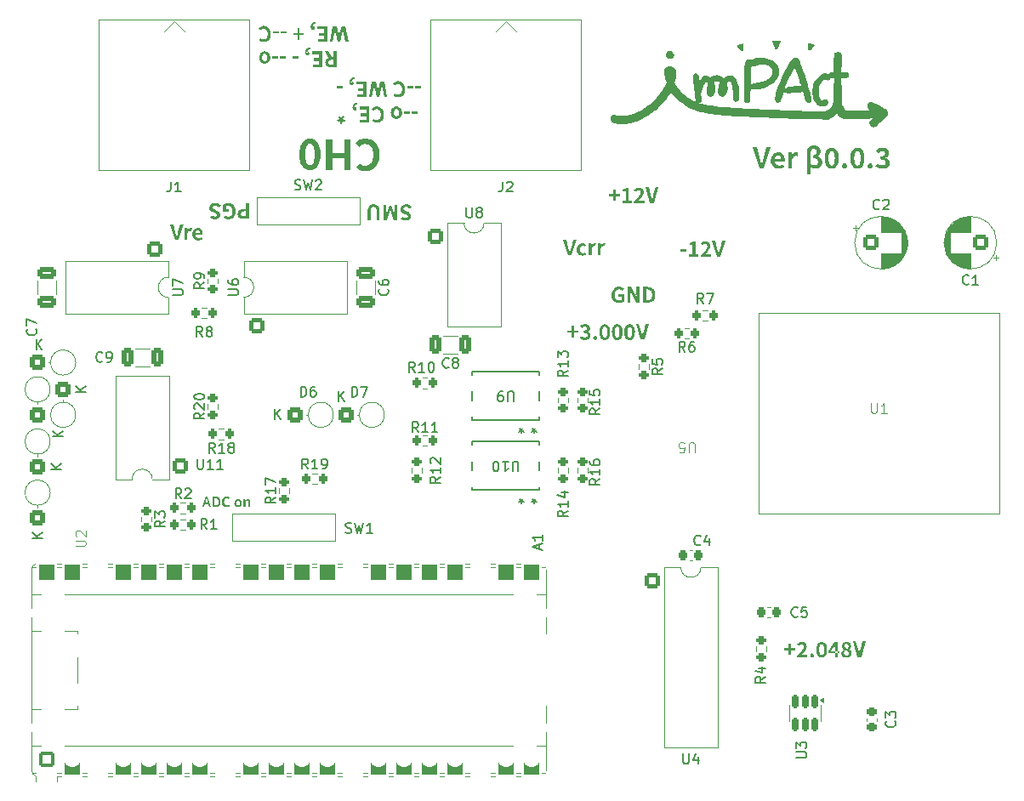
<source format=gbr>
%TF.GenerationSoftware,KiCad,Pcbnew,9.0.1*%
%TF.CreationDate,2025-07-18T21:26:47+09:00*%
%TF.ProjectId,SMU,534d552e-6b69-4636-9164-5f7063625858,rev?*%
%TF.SameCoordinates,Original*%
%TF.FileFunction,Legend,Top*%
%TF.FilePolarity,Positive*%
%FSLAX46Y46*%
G04 Gerber Fmt 4.6, Leading zero omitted, Abs format (unit mm)*
G04 Created by KiCad (PCBNEW 9.0.1) date 2025-07-18 21:26:47*
%MOMM*%
%LPD*%
G01*
G04 APERTURE LIST*
G04 Aperture macros list*
%AMRoundRect*
0 Rectangle with rounded corners*
0 $1 Rounding radius*
0 $2 $3 $4 $5 $6 $7 $8 $9 X,Y pos of 4 corners*
0 Add a 4 corners polygon primitive as box body*
4,1,4,$2,$3,$4,$5,$6,$7,$8,$9,$2,$3,0*
0 Add four circle primitives for the rounded corners*
1,1,$1+$1,$2,$3*
1,1,$1+$1,$4,$5*
1,1,$1+$1,$6,$7*
1,1,$1+$1,$8,$9*
0 Add four rect primitives between the rounded corners*
20,1,$1+$1,$2,$3,$4,$5,0*
20,1,$1+$1,$4,$5,$6,$7,0*
20,1,$1+$1,$6,$7,$8,$9,0*
20,1,$1+$1,$8,$9,$2,$3,0*%
%AMFreePoly0*
4,1,19,1.003536,4.453536,1.005000,4.450000,1.005000,1.450000,1.004069,1.447094,0.504069,0.747094,0.500822,0.745068,0.500000,0.745000,0.500000,-0.750000,-0.500000,-0.750000,-0.500000,0.745000,-0.503536,0.746464,-0.504069,0.747094,-1.004069,1.447094,-1.005000,1.450000,-1.005000,4.450000,-1.003536,4.453536,-1.000000,4.455000,1.000000,4.455000,1.003536,4.453536,1.003536,4.453536,
$1*%
%AMFreePoly1*
4,1,37,0.800000,0.796148,0.878414,0.796148,1.032228,0.765552,1.177117,0.705537,1.307515,0.618408,1.418408,0.507515,1.505537,0.377117,1.565552,0.232228,1.596148,0.078414,1.596148,-0.078414,1.565552,-0.232228,1.505537,-0.377117,1.418408,-0.507515,1.307515,-0.618408,1.177117,-0.705537,1.032228,-0.765552,0.878414,-0.796148,0.800000,-0.796148,0.800000,-0.800000,-1.400000,-0.800000,
-1.403843,-0.796157,-1.439018,-0.796157,-1.511114,-0.766294,-1.566294,-0.711114,-1.596157,-0.639018,-1.596157,-0.603843,-1.600000,-0.600000,-1.600000,0.600000,-1.596157,0.603843,-1.596157,0.639018,-1.566294,0.711114,-1.511114,0.766294,-1.439018,0.796157,-1.403843,0.796157,-1.400000,0.800000,0.800000,0.800000,0.800000,0.796148,0.800000,0.796148,$1*%
%AMFreePoly2*
4,1,37,1.403843,0.796157,1.439018,0.796157,1.511114,0.766294,1.566294,0.711114,1.596157,0.639018,1.596157,0.603843,1.600000,0.600000,1.600000,-0.600000,1.596157,-0.603843,1.596157,-0.639018,1.566294,-0.711114,1.511114,-0.766294,1.439018,-0.796157,1.403843,-0.796157,1.400000,-0.800000,-0.800000,-0.800000,-0.800000,-0.796148,-0.878414,-0.796148,-1.032228,-0.765552,-1.177117,-0.705537,
-1.307515,-0.618408,-1.418408,-0.507515,-1.505537,-0.377117,-1.565552,-0.232228,-1.596148,-0.078414,-1.596148,0.078414,-1.565552,0.232228,-1.505537,0.377117,-1.418408,0.507515,-1.307515,0.618408,-1.177117,0.705537,-1.032228,0.765552,-0.878414,0.796148,-0.800000,0.796148,-0.800000,0.800000,1.400000,0.800000,1.403843,0.796157,1.403843,0.796157,$1*%
%AMFreePoly3*
4,1,37,0.603843,0.796157,0.639018,0.796157,0.711114,0.766294,0.766294,0.711114,0.796157,0.639018,0.796157,0.603843,0.800000,0.600000,0.800000,-0.600000,0.796157,-0.603843,0.796157,-0.639018,0.766294,-0.711114,0.711114,-0.766294,0.639018,-0.796157,0.603843,-0.796157,0.600000,-0.800000,0.000000,-0.800000,0.000000,-0.796148,-0.078414,-0.796148,-0.232228,-0.765552,-0.377117,-0.705537,
-0.507515,-0.618408,-0.618408,-0.507515,-0.705537,-0.377117,-0.765552,-0.232228,-0.796148,-0.078414,-0.796148,0.078414,-0.765552,0.232228,-0.705537,0.377117,-0.618408,0.507515,-0.507515,0.618408,-0.377117,0.705537,-0.232228,0.765552,-0.078414,0.796148,0.000000,0.796148,0.000000,0.800000,0.600000,0.800000,0.603843,0.796157,0.603843,0.796157,$1*%
%AMFreePoly4*
4,1,37,0.000000,0.796148,0.078414,0.796148,0.232228,0.765552,0.377117,0.705537,0.507515,0.618408,0.618408,0.507515,0.705537,0.377117,0.765552,0.232228,0.796148,0.078414,0.796148,-0.078414,0.765552,-0.232228,0.705537,-0.377117,0.618408,-0.507515,0.507515,-0.618408,0.377117,-0.705537,0.232228,-0.765552,0.078414,-0.796148,0.000000,-0.796148,0.000000,-0.800000,-0.600000,-0.800000,
-0.603843,-0.796157,-0.639018,-0.796157,-0.711114,-0.766294,-0.766294,-0.711114,-0.796157,-0.639018,-0.796157,-0.603843,-0.800000,-0.600000,-0.800000,0.600000,-0.796157,0.603843,-0.796157,0.639018,-0.766294,0.711114,-0.711114,0.766294,-0.639018,0.796157,-0.603843,0.796157,-0.600000,0.800000,0.000000,0.800000,0.000000,0.796148,0.000000,0.796148,$1*%
G04 Aperture macros list end*
%ADD10C,0.300000*%
%ADD11C,0.200000*%
%ADD12C,0.400000*%
%ADD13C,0.150000*%
%ADD14C,0.100000*%
%ADD15C,0.120000*%
%ADD16C,0.152400*%
%ADD17C,0.000000*%
%ADD18RoundRect,0.250001X0.499999X-0.499999X0.499999X0.499999X-0.499999X0.499999X-0.499999X-0.499999X0*%
%ADD19C,1.500000*%
%ADD20RoundRect,0.250001X-0.499999X-0.499999X0.499999X-0.499999X0.499999X0.499999X-0.499999X0.499999X0*%
%ADD21RoundRect,0.200000X-0.200000X-0.275000X0.200000X-0.275000X0.200000X0.275000X-0.200000X0.275000X0*%
%ADD22RoundRect,0.200000X-0.275000X0.200000X-0.275000X-0.200000X0.275000X-0.200000X0.275000X0.200000X0*%
%ADD23RoundRect,0.200000X0.275000X-0.200000X0.275000X0.200000X-0.275000X0.200000X-0.275000X-0.200000X0*%
%ADD24RoundRect,0.200000X0.200000X0.275000X-0.200000X0.275000X-0.200000X-0.275000X0.200000X-0.275000X0*%
%ADD25C,1.270000*%
%ADD26RoundRect,0.250000X-0.550000X-0.550000X0.550000X-0.550000X0.550000X0.550000X-0.550000X0.550000X0*%
%ADD27C,1.600000*%
%ADD28RoundRect,0.250000X-0.650000X0.325000X-0.650000X-0.325000X0.650000X-0.325000X0.650000X0.325000X0*%
%ADD29RoundRect,0.225000X-0.225000X-0.250000X0.225000X-0.250000X0.225000X0.250000X-0.225000X0.250000X0*%
%ADD30RoundRect,0.225000X-0.250000X0.225000X-0.250000X-0.225000X0.250000X-0.225000X0.250000X0.225000X0*%
%ADD31RoundRect,0.250000X0.550000X0.550000X-0.550000X0.550000X-0.550000X-0.550000X0.550000X-0.550000X0*%
%ADD32O,1.600000X2.500000*%
%ADD33O,3.500000X7.000000*%
%ADD34RoundRect,0.250000X0.325000X0.650000X-0.325000X0.650000X-0.325000X-0.650000X0.325000X-0.650000X0*%
%ADD35RoundRect,0.225000X0.225000X0.250000X-0.225000X0.250000X-0.225000X-0.250000X0.225000X-0.250000X0*%
%ADD36RoundRect,0.150000X-0.150000X0.512500X-0.150000X-0.512500X0.150000X-0.512500X0.150000X0.512500X0*%
%ADD37RoundRect,0.250001X-0.499999X0.499999X-0.499999X-0.499999X0.499999X-0.499999X0.499999X0.499999X0*%
%ADD38C,1.700000*%
%ADD39R,1.500000X1.500000*%
%ADD40RoundRect,0.250000X0.550000X-0.550000X0.550000X0.550000X-0.550000X0.550000X-0.550000X-0.550000X0*%
%ADD41R,1.500000X1.000000*%
%ADD42FreePoly0,90.000000*%
%ADD43RoundRect,0.250000X0.650000X-0.325000X0.650000X0.325000X-0.650000X0.325000X-0.650000X-0.325000X0*%
%ADD44RoundRect,0.250000X-0.550000X0.550000X-0.550000X-0.550000X0.550000X-0.550000X0.550000X0.550000X0*%
%ADD45R,1.000000X1.500000*%
%ADD46FreePoly0,180.000000*%
%ADD47C,2.200000*%
%ADD48C,1.850000*%
%ADD49FreePoly1,90.000000*%
%ADD50RoundRect,0.200000X0.600000X-0.600000X0.600000X0.600000X-0.600000X0.600000X-0.600000X-0.600000X0*%
%ADD51RoundRect,0.800000X0.000010X-0.800000X0.000010X0.800000X-0.000010X0.800000X-0.000010X-0.800000X0*%
%ADD52FreePoly2,90.000000*%
%ADD53FreePoly3,90.000000*%
%ADD54FreePoly4,90.000000*%
G04 APERTURE END LIST*
D10*
G36*
X47836213Y-136693884D02*
G01*
X47325776Y-136693884D01*
X47211587Y-136688445D01*
X47108734Y-136672794D01*
X47015924Y-136647722D01*
X46929086Y-136609580D01*
X46856924Y-136559042D01*
X46797479Y-136495681D01*
X46754450Y-136420938D01*
X46726710Y-136325933D01*
X46716688Y-136206345D01*
X47021419Y-136206345D01*
X47027459Y-136272957D01*
X47043957Y-136324428D01*
X47069548Y-136364094D01*
X47104401Y-136394198D01*
X47162420Y-136421876D01*
X47241941Y-136440619D01*
X47349132Y-136447687D01*
X47525536Y-136447687D01*
X47525536Y-135937708D01*
X47338690Y-135937708D01*
X47234045Y-135946433D01*
X47156690Y-135969723D01*
X47100187Y-136004844D01*
X47057795Y-136054813D01*
X47031125Y-136120341D01*
X47021419Y-136206345D01*
X46716688Y-136206345D01*
X46716604Y-136205337D01*
X46726374Y-136090319D01*
X46753836Y-135994708D01*
X46797479Y-135914810D01*
X46857204Y-135845506D01*
X46928833Y-135789481D01*
X47013909Y-135746008D01*
X47105767Y-135716263D01*
X47206532Y-135697867D01*
X47317533Y-135691511D01*
X47525536Y-135691511D01*
X47525536Y-135137569D01*
X47836213Y-135137569D01*
X47836213Y-136693884D01*
G37*
G36*
X45771476Y-135111190D02*
G01*
X45909447Y-135121832D01*
X46035411Y-135152879D01*
X46151487Y-135203881D01*
X46231371Y-135255335D01*
X46302351Y-135317251D01*
X46365081Y-135390320D01*
X46419849Y-135475631D01*
X46461600Y-135566108D01*
X46492528Y-135668135D01*
X46511963Y-135783394D01*
X46518767Y-135913803D01*
X46511916Y-136042034D01*
X46492276Y-136156236D01*
X46460882Y-136258185D01*
X46416469Y-136355066D01*
X46362811Y-136439991D01*
X46299865Y-136514182D01*
X46227324Y-136579007D01*
X46148288Y-136632189D01*
X46062094Y-136674284D01*
X45970861Y-136704472D01*
X45874331Y-136722816D01*
X45771567Y-136729055D01*
X45660760Y-136721521D01*
X45565865Y-136700205D01*
X45484338Y-136666407D01*
X45373473Y-136598386D01*
X45289707Y-136527371D01*
X45456860Y-136329352D01*
X45518867Y-136379673D01*
X45586645Y-136421584D01*
X45662894Y-136449271D01*
X45762866Y-136459411D01*
X45848088Y-136452002D01*
X45924139Y-136430521D01*
X45992760Y-136395297D01*
X46053099Y-136347201D01*
X46104326Y-136286453D01*
X46146816Y-136211291D01*
X46176316Y-136129635D01*
X46195043Y-136034409D01*
X46201679Y-135923237D01*
X46195404Y-135810585D01*
X46177737Y-135714322D01*
X46150022Y-135632069D01*
X46109076Y-135556595D01*
X46057592Y-135495121D01*
X45994958Y-135445956D01*
X45923321Y-135410759D01*
X45839163Y-135388655D01*
X45739785Y-135380834D01*
X45683650Y-135384851D01*
X45630059Y-135396771D01*
X45581107Y-135416364D01*
X45545704Y-135440185D01*
X45545704Y-135749763D01*
X45822034Y-135749763D01*
X45822034Y-136002188D01*
X45264336Y-136002188D01*
X45264336Y-135298677D01*
X45320809Y-135251234D01*
X45390965Y-135206903D01*
X45476919Y-135165962D01*
X45566782Y-135135989D01*
X45664558Y-135117540D01*
X45771476Y-135111190D01*
G37*
G36*
X44469600Y-135111190D02*
G01*
X44572009Y-135117696D01*
X44673119Y-135137243D01*
X44773683Y-135170175D01*
X44869319Y-135215362D01*
X44956407Y-135271416D01*
X45035725Y-135338703D01*
X44857214Y-135553209D01*
X44769890Y-135483255D01*
X44669910Y-135428095D01*
X44563627Y-135392235D01*
X44463647Y-135380834D01*
X44383860Y-135387103D01*
X44323924Y-135403915D01*
X44279366Y-135429286D01*
X44244415Y-135465406D01*
X44223716Y-135508234D01*
X44216534Y-135559987D01*
X44224628Y-135614388D01*
X44246942Y-135653684D01*
X44281473Y-135685626D01*
X44329649Y-135715783D01*
X44451099Y-135770554D01*
X44656446Y-135861138D01*
X44731966Y-135897948D01*
X44806197Y-135946501D01*
X44871817Y-136006872D01*
X44925632Y-136082330D01*
X44951193Y-136138874D01*
X44967125Y-136203632D01*
X44972710Y-136278244D01*
X44964853Y-136361761D01*
X44941833Y-136437751D01*
X44903559Y-136507863D01*
X44852460Y-136569871D01*
X44789395Y-136623468D01*
X44712866Y-136668971D01*
X44629844Y-136701811D01*
X44538134Y-136722054D01*
X44436170Y-136729055D01*
X44344956Y-136723147D01*
X44256449Y-136705519D01*
X44169914Y-136676024D01*
X44088044Y-136635497D01*
X44014222Y-136585365D01*
X43947714Y-136525265D01*
X44105251Y-136331183D01*
X44180950Y-136385902D01*
X44258025Y-136425797D01*
X44340806Y-136450733D01*
X44435895Y-136459411D01*
X44501656Y-136454050D01*
X44554133Y-136439269D01*
X44595996Y-136416271D01*
X44629083Y-136383708D01*
X44648749Y-136344142D01*
X44655622Y-136295280D01*
X44647009Y-136244765D01*
X44622099Y-136204879D01*
X44584524Y-136172345D01*
X44534172Y-136142872D01*
X44414737Y-136089291D01*
X44211497Y-136007226D01*
X44122150Y-135963902D01*
X44047182Y-135912521D01*
X43984693Y-135849819D01*
X43938189Y-135775867D01*
X43909752Y-135690595D01*
X43899446Y-135582335D01*
X43907044Y-135500157D01*
X43929610Y-135422782D01*
X43967590Y-135348869D01*
X44018576Y-135283069D01*
X44082992Y-135225698D01*
X44162587Y-135176403D01*
X44249485Y-135141267D01*
X44350912Y-135119053D01*
X44469600Y-135111190D01*
G37*
G36*
X40454203Y-138810000D02*
G01*
X39979579Y-137250753D01*
X40307200Y-137250753D01*
X40510898Y-138010318D01*
X40577027Y-138259812D01*
X40641141Y-138513336D01*
X40651582Y-138513336D01*
X40718810Y-138259812D01*
X40783931Y-138010318D01*
X40985523Y-137250753D01*
X41300505Y-137250753D01*
X40825880Y-138810000D01*
X40454203Y-138810000D01*
G37*
G36*
X41394019Y-138810000D02*
G01*
X41394019Y-137631772D01*
X41647635Y-137631772D01*
X41670899Y-137841882D01*
X41677219Y-137841882D01*
X41725022Y-137767771D01*
X41776085Y-137709133D01*
X41830451Y-137663920D01*
X41891502Y-137628993D01*
X41951348Y-137608993D01*
X42011160Y-137602463D01*
X42092035Y-137609790D01*
X42147814Y-137627559D01*
X42097347Y-137896837D01*
X42037447Y-137883189D01*
X41971409Y-137877969D01*
X41928043Y-137883244D01*
X41881212Y-137900003D01*
X41829627Y-137930450D01*
X41785551Y-137970245D01*
X41743813Y-138028198D01*
X41704696Y-138108870D01*
X41704696Y-138810000D01*
X41394019Y-138810000D01*
G37*
G36*
X42856938Y-137611187D02*
G01*
X42946067Y-137635865D01*
X43021867Y-137675278D01*
X43088155Y-137729496D01*
X43142780Y-137795838D01*
X43186365Y-137875862D01*
X43216597Y-137962638D01*
X43235413Y-138059551D01*
X43241961Y-138168221D01*
X43237748Y-138249462D01*
X43227306Y-138311744D01*
X42504286Y-138311744D01*
X42525367Y-138399975D01*
X42560798Y-138469922D01*
X42611286Y-138526501D01*
X42674005Y-138566734D01*
X42746559Y-138590627D01*
X42831266Y-138598974D01*
X42901139Y-138593931D01*
X42965447Y-138579190D01*
X43027727Y-138554991D01*
X43093308Y-138519839D01*
X43197997Y-138708608D01*
X43107752Y-138761362D01*
X43005106Y-138803497D01*
X42897255Y-138830428D01*
X42789226Y-138839309D01*
X42682115Y-138830875D01*
X42584116Y-138806233D01*
X42493570Y-138765669D01*
X42411982Y-138709731D01*
X42342068Y-138639441D01*
X42283002Y-138553270D01*
X42240396Y-138457752D01*
X42213769Y-138347903D01*
X42204417Y-138220886D01*
X42209705Y-138126340D01*
X42214294Y-138100718D01*
X42497967Y-138100718D01*
X42978178Y-138100718D01*
X42971587Y-138024092D01*
X42953324Y-137962555D01*
X42924689Y-137913048D01*
X42884153Y-137875273D01*
X42829459Y-137851505D01*
X42755887Y-137842798D01*
X42696719Y-137849857D01*
X42640574Y-137871099D01*
X42590913Y-137906131D01*
X42548250Y-137957103D01*
X42517561Y-138019693D01*
X42497967Y-138100718D01*
X42214294Y-138100718D01*
X42224949Y-138041228D01*
X42249480Y-137964339D01*
X42303525Y-137857973D01*
X42373128Y-137769800D01*
X42457047Y-137697787D01*
X42549166Y-137645602D01*
X42648738Y-137613201D01*
X42751491Y-137602463D01*
X42856938Y-137611187D01*
G37*
D11*
G36*
X43173466Y-165388000D02*
G01*
X43505209Y-164350456D01*
X43750001Y-164350456D01*
X44081744Y-165388000D01*
X43863330Y-165388000D01*
X43716418Y-164847673D01*
X43670989Y-164679024D01*
X43625498Y-164508969D01*
X43619881Y-164508969D01*
X43577199Y-164679756D01*
X43531831Y-164847673D01*
X43383515Y-165388000D01*
X43173466Y-165388000D01*
G37*
G36*
X43379302Y-165122263D02*
G01*
X43379302Y-164962040D01*
X43871695Y-164962040D01*
X43871695Y-165122263D01*
X43379302Y-165122263D01*
G37*
G36*
X44595623Y-164355009D02*
G01*
X44686152Y-164374117D01*
X44764159Y-164404372D01*
X44818122Y-164436107D01*
X44865173Y-164474681D01*
X44905923Y-164520472D01*
X44940685Y-164574182D01*
X44966682Y-164631372D01*
X44986202Y-164697633D01*
X44998629Y-164774371D01*
X45003028Y-164863183D01*
X44998706Y-164951935D01*
X44986456Y-165029227D01*
X44967147Y-165096521D01*
X44941357Y-165155114D01*
X44906897Y-165210381D01*
X44866668Y-165257465D01*
X44820428Y-165297125D01*
X44767639Y-165329809D01*
X44690893Y-165361321D01*
X44602869Y-165381065D01*
X44501475Y-165388000D01*
X44205819Y-165388000D01*
X44205819Y-165219716D01*
X44412937Y-165219716D01*
X44476074Y-165219716D01*
X44540744Y-165215440D01*
X44596630Y-165203299D01*
X44645090Y-165183996D01*
X44688137Y-165155758D01*
X44724200Y-165117937D01*
X44753778Y-165069140D01*
X44773764Y-165015018D01*
X44786862Y-164947544D01*
X44791636Y-164863915D01*
X44786814Y-164780287D01*
X44773675Y-164713880D01*
X44753778Y-164661560D01*
X44724308Y-164614587D01*
X44688271Y-164578106D01*
X44645090Y-164550857D01*
X44596712Y-164532337D01*
X44540820Y-164520659D01*
X44476074Y-164516541D01*
X44412937Y-164516541D01*
X44412937Y-165219716D01*
X44205819Y-165219716D01*
X44205819Y-164348258D01*
X44490301Y-164348258D01*
X44595623Y-164355009D01*
G37*
G36*
X45622978Y-165407539D02*
G01*
X45558411Y-165403624D01*
X45497561Y-165392098D01*
X45439856Y-165373101D01*
X45385438Y-165346418D01*
X45335492Y-165312150D01*
X45289586Y-165269847D01*
X45250029Y-165221472D01*
X45216001Y-165165613D01*
X45187554Y-165101381D01*
X45167520Y-165033931D01*
X45154947Y-164958027D01*
X45150551Y-164872464D01*
X45155021Y-164786938D01*
X45167830Y-164710800D01*
X45188286Y-164642876D01*
X45217213Y-164578151D01*
X45251924Y-164521543D01*
X45292395Y-164472211D01*
X45339211Y-164428950D01*
X45390297Y-164393508D01*
X45446085Y-164365477D01*
X45505264Y-164345253D01*
X45566812Y-164333074D01*
X45631282Y-164328963D01*
X45696434Y-164333656D01*
X45755007Y-164347240D01*
X45808053Y-164369324D01*
X45879914Y-164414087D01*
X45934570Y-164463418D01*
X45826737Y-164595615D01*
X45785334Y-164560011D01*
X45740642Y-164532539D01*
X45691498Y-164514844D01*
X45634945Y-164508725D01*
X45584008Y-164513565D01*
X45537444Y-164527777D01*
X45494262Y-164551468D01*
X45456520Y-164583316D01*
X45424118Y-164623775D01*
X45396931Y-164674139D01*
X45378142Y-164728484D01*
X45366185Y-164791974D01*
X45361943Y-164866175D01*
X45365950Y-164941357D01*
X45377218Y-165005538D01*
X45394855Y-165060287D01*
X45420702Y-165111178D01*
X45451938Y-165152086D01*
X45488644Y-165184362D01*
X45531063Y-165208287D01*
X45578033Y-165222786D01*
X45630732Y-165227776D01*
X45674808Y-165224448D01*
X45714454Y-165214803D01*
X45750411Y-165199078D01*
X45799886Y-165166336D01*
X45843529Y-165125438D01*
X45954171Y-165254460D01*
X45908541Y-165301527D01*
X45859738Y-165339424D01*
X45807442Y-165368887D01*
X45751315Y-165390068D01*
X45690125Y-165403067D01*
X45622978Y-165407539D01*
G37*
G36*
X46824517Y-164590031D02*
G01*
X46893407Y-164611063D01*
X46956989Y-164645111D01*
X47013941Y-164691724D01*
X47046550Y-164728851D01*
X47074590Y-164771625D01*
X47098082Y-164820684D01*
X47114828Y-164872475D01*
X47125278Y-164930361D01*
X47128918Y-164995257D01*
X47122552Y-165080835D01*
X47104489Y-165154239D01*
X47075673Y-165217518D01*
X47035924Y-165274693D01*
X46989571Y-165321327D01*
X46936149Y-165358446D01*
X46877093Y-165385810D01*
X46815917Y-165402076D01*
X46751746Y-165407539D01*
X46687654Y-165402080D01*
X46626497Y-165385816D01*
X46567404Y-165358446D01*
X46514020Y-165321331D01*
X46467686Y-165274698D01*
X46427941Y-165217518D01*
X46399125Y-165154239D01*
X46381061Y-165080835D01*
X46374696Y-164995257D01*
X46586088Y-164995257D01*
X46591130Y-165066743D01*
X46605017Y-165124278D01*
X46629233Y-165173868D01*
X46661193Y-165209153D01*
X46687418Y-165225689D01*
X46717299Y-165235758D01*
X46751807Y-165239256D01*
X46786313Y-165235757D01*
X46816173Y-165225686D01*
X46842360Y-165209153D01*
X46874355Y-165173861D01*
X46898536Y-165124278D01*
X46912468Y-165066740D01*
X46917526Y-164995257D01*
X46912469Y-164923828D01*
X46898536Y-164866297D01*
X46874355Y-164816715D01*
X46842360Y-164781422D01*
X46816169Y-164764853D01*
X46786309Y-164754763D01*
X46751807Y-164751258D01*
X46717303Y-164754762D01*
X46687422Y-164764851D01*
X46661193Y-164781422D01*
X46629233Y-164816707D01*
X46605017Y-164866297D01*
X46591129Y-164923825D01*
X46586088Y-164995257D01*
X46374696Y-164995257D01*
X46381061Y-164909679D01*
X46399125Y-164836275D01*
X46427941Y-164772996D01*
X46467686Y-164715816D01*
X46514020Y-164669183D01*
X46567404Y-164632068D01*
X46626497Y-164604698D01*
X46687654Y-164588434D01*
X46751746Y-164582975D01*
X46824517Y-164590031D01*
G37*
G36*
X47297934Y-165388000D02*
G01*
X47297934Y-164602515D01*
X47467011Y-164602515D01*
X47482520Y-164705768D01*
X47486734Y-164705768D01*
X47540838Y-164659006D01*
X47599696Y-164619306D01*
X47641931Y-164599371D01*
X47688569Y-164587180D01*
X47740563Y-164582975D01*
X47802968Y-164588848D01*
X47852827Y-164605146D01*
X47892789Y-164630879D01*
X47924600Y-164666445D01*
X47948129Y-164708820D01*
X47966033Y-164760397D01*
X47977633Y-164822948D01*
X47981814Y-164898537D01*
X47981814Y-165388000D01*
X47774696Y-165388000D01*
X47774696Y-164923205D01*
X47771048Y-164862142D01*
X47761840Y-164821398D01*
X47749050Y-164795405D01*
X47729312Y-164775716D01*
X47702263Y-164763365D01*
X47665397Y-164758830D01*
X47620765Y-164764611D01*
X47583148Y-164781300D01*
X47547922Y-164807403D01*
X47505052Y-164847307D01*
X47505052Y-165388000D01*
X47297934Y-165388000D01*
G37*
D10*
G36*
X90792925Y-139968606D02*
G01*
X90792925Y-139745856D01*
X91367385Y-139745856D01*
X91367385Y-139968606D01*
X90792925Y-139968606D01*
G37*
G36*
X91637487Y-140461000D02*
G01*
X91637487Y-140209032D01*
X91972710Y-140209032D01*
X91972710Y-139270316D01*
X91688778Y-139270316D01*
X91688778Y-139077150D01*
X91802122Y-139050952D01*
X91891652Y-139022562D01*
X91974497Y-138987586D01*
X92050471Y-138946908D01*
X92279723Y-138946908D01*
X92279723Y-140209032D01*
X92571990Y-140209032D01*
X92571990Y-140461000D01*
X91637487Y-140461000D01*
G37*
G36*
X92792175Y-140461000D02*
G01*
X92792175Y-140282489D01*
X93144984Y-139932427D01*
X93284704Y-139776075D01*
X93380190Y-139646389D01*
X93429030Y-139557287D01*
X93455806Y-139477765D01*
X93464179Y-139405596D01*
X93456928Y-139331591D01*
X93436885Y-139273247D01*
X93403396Y-139224727D01*
X93358116Y-139189166D01*
X93302572Y-139167508D01*
X93231080Y-139159674D01*
X93176571Y-139165053D01*
X93125459Y-139181038D01*
X93076749Y-139208034D01*
X93009372Y-139260011D01*
X92947605Y-139319500D01*
X92775322Y-139151247D01*
X92851438Y-139078088D01*
X92925871Y-139020217D01*
X92998988Y-138975942D01*
X93077433Y-138943494D01*
X93167363Y-138923176D01*
X93270922Y-138916041D01*
X93367465Y-138922973D01*
X93452620Y-138942867D01*
X93528201Y-138974934D01*
X93596619Y-139019715D01*
X93653320Y-139074453D01*
X93699385Y-139139982D01*
X93732586Y-139212998D01*
X93753135Y-139295411D01*
X93760293Y-139389109D01*
X93752665Y-139474317D01*
X93729084Y-139562876D01*
X93687844Y-139656097D01*
X93605923Y-139790499D01*
X93496694Y-139932519D01*
X93374359Y-140072156D01*
X93237399Y-140219474D01*
X93367550Y-140205918D01*
X93493580Y-140200606D01*
X93833749Y-140200606D01*
X93833749Y-140461000D01*
X92792175Y-140461000D01*
G37*
G36*
X94404819Y-140461000D02*
G01*
X93930194Y-138901753D01*
X94257816Y-138901753D01*
X94461514Y-139661318D01*
X94527643Y-139910812D01*
X94591757Y-140164336D01*
X94602198Y-140164336D01*
X94669426Y-139910812D01*
X94734547Y-139661318D01*
X94936139Y-138901753D01*
X95251121Y-138901753D01*
X94776496Y-140461000D01*
X94404819Y-140461000D01*
G37*
G36*
X79589091Y-140322500D02*
G01*
X79114467Y-138763253D01*
X79442088Y-138763253D01*
X79645786Y-139522818D01*
X79711915Y-139772312D01*
X79776029Y-140025836D01*
X79786470Y-140025836D01*
X79853698Y-139772312D01*
X79918819Y-139522818D01*
X80120411Y-138763253D01*
X80435393Y-138763253D01*
X79960768Y-140322500D01*
X79589091Y-140322500D01*
G37*
G36*
X81037696Y-140351809D02*
G01*
X80931890Y-140343377D01*
X80835146Y-140318741D01*
X80745795Y-140278169D01*
X80665488Y-140222296D01*
X80597168Y-140152340D01*
X80539990Y-140066777D01*
X80499183Y-139972125D01*
X80473498Y-139862001D01*
X80464427Y-139733386D01*
X80474308Y-139605195D01*
X80502390Y-139495101D01*
X80547317Y-139399994D01*
X80609214Y-139314696D01*
X80682408Y-139244670D01*
X80767868Y-139188602D01*
X80861883Y-139147739D01*
X80960475Y-139123240D01*
X81064990Y-139114963D01*
X81169976Y-139124574D01*
X81258155Y-139151782D01*
X81337896Y-139194377D01*
X81407357Y-139247495D01*
X81260354Y-139443134D01*
X81216905Y-139409445D01*
X81174166Y-139386347D01*
X81129094Y-139372135D01*
X81081843Y-139367388D01*
X81023013Y-139372611D01*
X80970545Y-139387760D01*
X80923207Y-139412634D01*
X80881703Y-139446406D01*
X80846811Y-139488470D01*
X80818244Y-139539945D01*
X80791202Y-139626721D01*
X80781516Y-139733386D01*
X80791204Y-139840131D01*
X80818244Y-139926918D01*
X80863062Y-140000690D01*
X80921100Y-140054229D01*
X80967005Y-140079225D01*
X81016718Y-140094255D01*
X81071310Y-140099384D01*
X81133061Y-140092607D01*
X81193126Y-140072090D01*
X81249518Y-140041426D01*
X81300196Y-140004770D01*
X81422012Y-140208743D01*
X81333136Y-140272896D01*
X81236174Y-140317096D01*
X81134318Y-140343358D01*
X81037696Y-140351809D01*
G37*
G36*
X81641189Y-140322500D02*
G01*
X81641189Y-139144272D01*
X81894805Y-139144272D01*
X81918069Y-139354382D01*
X81924389Y-139354382D01*
X81972192Y-139280271D01*
X82023255Y-139221633D01*
X82077621Y-139176420D01*
X82138672Y-139141493D01*
X82198518Y-139121493D01*
X82258330Y-139114963D01*
X82339205Y-139122290D01*
X82394984Y-139140059D01*
X82344517Y-139409337D01*
X82284617Y-139395689D01*
X82218579Y-139390469D01*
X82175213Y-139395744D01*
X82128382Y-139412503D01*
X82076796Y-139442950D01*
X82032721Y-139482745D01*
X81990983Y-139540698D01*
X81951866Y-139621370D01*
X81951866Y-140322500D01*
X81641189Y-140322500D01*
G37*
G36*
X82558565Y-140322500D02*
G01*
X82558565Y-139144272D01*
X82812181Y-139144272D01*
X82835445Y-139354382D01*
X82841765Y-139354382D01*
X82889569Y-139280271D01*
X82940631Y-139221633D01*
X82994997Y-139176420D01*
X83056048Y-139141493D01*
X83115894Y-139121493D01*
X83175706Y-139114963D01*
X83256581Y-139122290D01*
X83312360Y-139140059D01*
X83261893Y-139409337D01*
X83201993Y-139395689D01*
X83135956Y-139390469D01*
X83092589Y-139395744D01*
X83045758Y-139412503D01*
X82994173Y-139442950D01*
X82950097Y-139482745D01*
X82908359Y-139540698D01*
X82869242Y-139621370D01*
X82869242Y-140322500D01*
X82558565Y-140322500D01*
G37*
G36*
X56032041Y-120611182D02*
G01*
X56247277Y-120611182D01*
X56247277Y-120022069D01*
X56557954Y-120022069D01*
X56557954Y-121578384D01*
X56018300Y-121578384D01*
X55908298Y-121573314D01*
X55809334Y-121558740D01*
X55720171Y-121535428D01*
X55636920Y-121499386D01*
X55567568Y-121450628D01*
X55510244Y-121388607D01*
X55468828Y-121315444D01*
X55442173Y-121223036D01*
X55432567Y-121107423D01*
X55737298Y-121107423D01*
X55747227Y-121187290D01*
X55773881Y-121243654D01*
X55815975Y-121282820D01*
X55870854Y-121308391D01*
X55945594Y-121325680D01*
X56045777Y-121332187D01*
X56247277Y-121332187D01*
X56247277Y-120857379D01*
X56045777Y-120857379D01*
X55946727Y-120865479D01*
X55871948Y-120887281D01*
X55815975Y-120920394D01*
X55773287Y-120967576D01*
X55746833Y-121028471D01*
X55737298Y-121107423D01*
X55432567Y-121107423D01*
X55432483Y-121106415D01*
X55441921Y-120994015D01*
X55468368Y-120901165D01*
X55510244Y-120824132D01*
X55567751Y-120757538D01*
X55637215Y-120703909D01*
X55720262Y-120662565D01*
X55728799Y-120659897D01*
X55365255Y-120022069D01*
X55714217Y-120022069D01*
X56032041Y-120611182D01*
G37*
G36*
X55126203Y-120025000D02*
G01*
X55126203Y-121584246D01*
X54173655Y-121584246D01*
X54173655Y-121320464D01*
X54815526Y-121320464D01*
X54815526Y-120962892D01*
X54270376Y-120962892D01*
X54270376Y-120699110D01*
X54815526Y-120699110D01*
X54815526Y-120288782D01*
X54150208Y-120288782D01*
X54150208Y-120025000D01*
X55126203Y-120025000D01*
G37*
G36*
X53850980Y-119572265D02*
G01*
X53916101Y-119740518D01*
X53837995Y-119777700D01*
X53776161Y-119819732D01*
X53728157Y-119866364D01*
X53690793Y-119920898D01*
X53669198Y-119977064D01*
X53662028Y-120036265D01*
X53672469Y-120256450D01*
X53563293Y-120074733D01*
X53589990Y-120054818D01*
X53618980Y-120041303D01*
X53683002Y-120030861D01*
X53731740Y-120036132D01*
X53776152Y-120051671D01*
X53817366Y-120077848D01*
X53849525Y-120112919D01*
X53869173Y-120156899D01*
X53876168Y-120212578D01*
X53869418Y-120264209D01*
X53849973Y-120307397D01*
X53817366Y-120344194D01*
X53775794Y-120371815D01*
X53728714Y-120388517D01*
X53674576Y-120394295D01*
X53608742Y-120384991D01*
X53555561Y-120358381D01*
X53511910Y-120313603D01*
X53481347Y-120256966D01*
X53461425Y-120184021D01*
X53454116Y-120090487D01*
X53460847Y-119999474D01*
X53480414Y-119916915D01*
X53512394Y-119841409D01*
X53557064Y-119771842D01*
X53612269Y-119710616D01*
X53678705Y-119657000D01*
X53757694Y-119610799D01*
X53850980Y-119572265D01*
G37*
G36*
X52765351Y-120517393D02*
G01*
X52765351Y-120740143D01*
X52190892Y-120740143D01*
X52190892Y-120517393D01*
X52765351Y-120517393D01*
G37*
G36*
X51512385Y-120517393D02*
G01*
X51512385Y-120740143D01*
X50937926Y-120740143D01*
X50937926Y-120517393D01*
X51512385Y-120517393D01*
G37*
G36*
X50735693Y-120517393D02*
G01*
X50735693Y-120740143D01*
X50161234Y-120740143D01*
X50161234Y-120517393D01*
X50735693Y-120517393D01*
G37*
G36*
X49501288Y-120003879D02*
G01*
X49593022Y-120028275D01*
X49681663Y-120069330D01*
X49761738Y-120125002D01*
X49831239Y-120194952D01*
X49890857Y-120280722D01*
X49934081Y-120375640D01*
X49961177Y-120485746D01*
X49970725Y-120614113D01*
X49961177Y-120742480D01*
X49934081Y-120852587D01*
X49890857Y-120947505D01*
X49831239Y-121033274D01*
X49761738Y-121103224D01*
X49681663Y-121158897D01*
X49593022Y-121199952D01*
X49501288Y-121224347D01*
X49405150Y-121232536D01*
X49295993Y-121221953D01*
X49192658Y-121190404D01*
X49097285Y-121139332D01*
X49011858Y-121069412D01*
X48962943Y-121013722D01*
X48920884Y-120949562D01*
X48885645Y-120875972D01*
X48860527Y-120798286D01*
X48844852Y-120711457D01*
X48839392Y-120614113D01*
X49156480Y-120614113D01*
X49164065Y-120721256D01*
X49184965Y-120807554D01*
X49221236Y-120881927D01*
X49269229Y-120934865D01*
X49308515Y-120959719D01*
X49353305Y-120974854D01*
X49405058Y-120980111D01*
X49456814Y-120974856D01*
X49501636Y-120959722D01*
X49540979Y-120934865D01*
X49588919Y-120881938D01*
X49625243Y-120807554D01*
X49646074Y-120721261D01*
X49653636Y-120614113D01*
X49646073Y-120506884D01*
X49625243Y-120420581D01*
X49588919Y-120346197D01*
X49540979Y-120293270D01*
X49501642Y-120268466D01*
X49456819Y-120253361D01*
X49405058Y-120248115D01*
X49353299Y-120253363D01*
X49308509Y-120268469D01*
X49269229Y-120293270D01*
X49221236Y-120346208D01*
X49184965Y-120420581D01*
X49164067Y-120506889D01*
X49156480Y-120614113D01*
X48839392Y-120614113D01*
X48848940Y-120485746D01*
X48876035Y-120375640D01*
X48919259Y-120280722D01*
X48978882Y-120194959D01*
X49048412Y-120125008D01*
X49128545Y-120069330D01*
X49217129Y-120028284D01*
X49308892Y-120003884D01*
X49405150Y-119995690D01*
X49501288Y-120003879D01*
G37*
G36*
X57427428Y-117505000D02*
G01*
X57725557Y-119064246D01*
X57408469Y-119064246D01*
X57288759Y-118302575D01*
X57249924Y-118056286D01*
X57215303Y-117805876D01*
X57206877Y-117805876D01*
X57156501Y-118056286D01*
X57108233Y-118302575D01*
X56929722Y-119064246D01*
X56663009Y-119064246D01*
X56482391Y-118302575D01*
X56433115Y-118057385D01*
X56383656Y-117805876D01*
X56373215Y-117805876D01*
X56338593Y-118056286D01*
X56303880Y-118302575D01*
X56179958Y-119064246D01*
X55885950Y-119064246D01*
X56173729Y-117505000D01*
X56560060Y-117505000D01*
X56734358Y-118277204D01*
X56770170Y-118457089D01*
X56799480Y-118634959D01*
X56807906Y-118634959D01*
X56842527Y-118457089D01*
X56877149Y-118277204D01*
X57047325Y-117505000D01*
X57427428Y-117505000D01*
G37*
G36*
X55650836Y-117505000D02*
G01*
X55650836Y-119064246D01*
X54698289Y-119064246D01*
X54698289Y-118800464D01*
X55340159Y-118800464D01*
X55340159Y-118442892D01*
X54795009Y-118442892D01*
X54795009Y-118179110D01*
X55340159Y-118179110D01*
X55340159Y-117768782D01*
X54674842Y-117768782D01*
X54674842Y-117505000D01*
X55650836Y-117505000D01*
G37*
G36*
X54375613Y-117052265D02*
G01*
X54440735Y-117220518D01*
X54362628Y-117257700D01*
X54300794Y-117299732D01*
X54252790Y-117346364D01*
X54215426Y-117400898D01*
X54193831Y-117457064D01*
X54186661Y-117516265D01*
X54197103Y-117736450D01*
X54087926Y-117554733D01*
X54114623Y-117534818D01*
X54143613Y-117521303D01*
X54207635Y-117510861D01*
X54256373Y-117516132D01*
X54300786Y-117531671D01*
X54342000Y-117557848D01*
X54374158Y-117592919D01*
X54393806Y-117636899D01*
X54400801Y-117692578D01*
X54394051Y-117744209D01*
X54374606Y-117787397D01*
X54342000Y-117824194D01*
X54300428Y-117851815D01*
X54253348Y-117868517D01*
X54199209Y-117874295D01*
X54133375Y-117864991D01*
X54080194Y-117838381D01*
X54036543Y-117793603D01*
X54005980Y-117736966D01*
X53986058Y-117664021D01*
X53978749Y-117570487D01*
X53985480Y-117479474D01*
X54005047Y-117396915D01*
X54037027Y-117321409D01*
X54081698Y-117251842D01*
X54136903Y-117190616D01*
X54203338Y-117137000D01*
X54282328Y-117090799D01*
X54375613Y-117052265D01*
G37*
G36*
X52891380Y-117733611D02*
G01*
X52891380Y-118179110D01*
X53313432Y-118179110D01*
X53313432Y-118401859D01*
X52891380Y-118401859D01*
X52891380Y-118847358D01*
X52662769Y-118847358D01*
X52662769Y-118401859D01*
X52240717Y-118401859D01*
X52240717Y-118179110D01*
X52662769Y-118179110D01*
X52662769Y-117733611D01*
X52891380Y-117733611D01*
G37*
G36*
X51575400Y-117997393D02*
G01*
X51575400Y-118220143D01*
X51000941Y-118220143D01*
X51000941Y-117997393D01*
X51575400Y-117997393D01*
G37*
G36*
X50798708Y-117997393D02*
G01*
X50798708Y-118220143D01*
X50224248Y-118220143D01*
X50224248Y-117997393D01*
X50798708Y-117997393D01*
G37*
G36*
X49307513Y-117475690D02*
G01*
X49404363Y-117481563D01*
X49495637Y-117498852D01*
X49582195Y-117527348D01*
X49663822Y-117567372D01*
X49738741Y-117618774D01*
X49807601Y-117682228D01*
X49866936Y-117754790D01*
X49917978Y-117838579D01*
X49960649Y-117934928D01*
X49990700Y-118036102D01*
X50009560Y-118149958D01*
X50016153Y-118278303D01*
X50009448Y-118406591D01*
X49990235Y-118520799D01*
X49959550Y-118622685D01*
X49916161Y-118719772D01*
X49864094Y-118804685D01*
X49803387Y-118878682D01*
X49733164Y-118943574D01*
X49656535Y-118996737D01*
X49572853Y-119038784D01*
X49484083Y-119069119D01*
X49391762Y-119087388D01*
X49295057Y-119093555D01*
X49197329Y-119086515D01*
X49109469Y-119066139D01*
X49029901Y-119033013D01*
X48922108Y-118965869D01*
X48840124Y-118891871D01*
X49001874Y-118693577D01*
X49063978Y-118746982D01*
X49131017Y-118788190D01*
X49204733Y-118814733D01*
X49289562Y-118823911D01*
X49365968Y-118816652D01*
X49435814Y-118795334D01*
X49500587Y-118759797D01*
X49557199Y-118712024D01*
X49605803Y-118651337D01*
X49646583Y-118575791D01*
X49674767Y-118494272D01*
X49692702Y-118399038D01*
X49699065Y-118287737D01*
X49693054Y-118174964D01*
X49676152Y-118078692D01*
X49649698Y-117996569D01*
X49610927Y-117920231D01*
X49564073Y-117858870D01*
X49509014Y-117810456D01*
X49445385Y-117774568D01*
X49374931Y-117752819D01*
X49295881Y-117745334D01*
X49229767Y-117750327D01*
X49170298Y-117764795D01*
X49116363Y-117788382D01*
X49042150Y-117837495D01*
X48976686Y-117898841D01*
X48810723Y-117705309D01*
X48879168Y-117634709D01*
X48952373Y-117577862D01*
X49030817Y-117533668D01*
X49115007Y-117501897D01*
X49206792Y-117482399D01*
X49307513Y-117475690D01*
G37*
G36*
X101573690Y-180110388D02*
G01*
X101573690Y-179664889D01*
X101151638Y-179664889D01*
X101151638Y-179442140D01*
X101573690Y-179442140D01*
X101573690Y-178996641D01*
X101802301Y-178996641D01*
X101802301Y-179442140D01*
X102224353Y-179442140D01*
X102224353Y-179664889D01*
X101802301Y-179664889D01*
X101802301Y-180110388D01*
X101573690Y-180110388D01*
G37*
G36*
X102397643Y-180339000D02*
G01*
X102397643Y-180160489D01*
X102750452Y-179810427D01*
X102890172Y-179654075D01*
X102985658Y-179524389D01*
X103034498Y-179435287D01*
X103061274Y-179355765D01*
X103069647Y-179283596D01*
X103062395Y-179209591D01*
X103042353Y-179151247D01*
X103008864Y-179102727D01*
X102963584Y-179067166D01*
X102908040Y-179045508D01*
X102836547Y-179037674D01*
X102782039Y-179043053D01*
X102730926Y-179059038D01*
X102682216Y-179086034D01*
X102614840Y-179138011D01*
X102553073Y-179197500D01*
X102380790Y-179029247D01*
X102456905Y-178956088D01*
X102531339Y-178898217D01*
X102604456Y-178853942D01*
X102682900Y-178821494D01*
X102772831Y-178801176D01*
X102876389Y-178794041D01*
X102972933Y-178800973D01*
X103058088Y-178820867D01*
X103133669Y-178852934D01*
X103202087Y-178897715D01*
X103258788Y-178952453D01*
X103304853Y-179017982D01*
X103338054Y-179090998D01*
X103358603Y-179173411D01*
X103365761Y-179267109D01*
X103358132Y-179352317D01*
X103334551Y-179440876D01*
X103293312Y-179534097D01*
X103211390Y-179668499D01*
X103102161Y-179810519D01*
X102979826Y-179950156D01*
X102842867Y-180097474D01*
X102973018Y-180083918D01*
X103099047Y-180078606D01*
X103439217Y-180078606D01*
X103439217Y-180339000D01*
X102397643Y-180339000D01*
G37*
G36*
X103887189Y-180368309D02*
G01*
X103833395Y-180361563D01*
X103787537Y-180342044D01*
X103747695Y-180309324D01*
X103717214Y-180267241D01*
X103698999Y-180220029D01*
X103692741Y-180166076D01*
X103699153Y-180109318D01*
X103717501Y-180061534D01*
X103747695Y-180020721D01*
X103787383Y-179989260D01*
X103833246Y-179970385D01*
X103887189Y-179963842D01*
X103939732Y-179970329D01*
X103984933Y-179989150D01*
X104024575Y-180020721D01*
X104054823Y-180061541D01*
X104073200Y-180109324D01*
X104079621Y-180166076D01*
X104073354Y-180220023D01*
X104055111Y-180267235D01*
X104024575Y-180309324D01*
X103984780Y-180342158D01*
X103939586Y-180361621D01*
X103887189Y-180368309D01*
G37*
G36*
X104952536Y-178806277D02*
G01*
X105044536Y-178835708D01*
X105127423Y-178884350D01*
X105198306Y-178949852D01*
X105259678Y-179035700D01*
X105311338Y-179145659D01*
X105345895Y-179262957D01*
X105368416Y-179405275D01*
X105376551Y-179577053D01*
X105368486Y-179747258D01*
X105346029Y-179890074D01*
X105311338Y-180009455D01*
X105259660Y-180121619D01*
X105198267Y-180209573D01*
X105127423Y-180277084D01*
X105044334Y-180327536D01*
X104952352Y-180357952D01*
X104848986Y-180368400D01*
X104745557Y-180357952D01*
X104653514Y-180327536D01*
X104570366Y-180277084D01*
X104499577Y-180209580D01*
X104438215Y-180121627D01*
X104386543Y-180009455D01*
X104351902Y-179890079D01*
X104329475Y-179747263D01*
X104321422Y-179577053D01*
X104613323Y-179577053D01*
X104622306Y-179775733D01*
X104644830Y-179907606D01*
X104670937Y-179986447D01*
X104699638Y-180041233D01*
X104730101Y-180077599D01*
X104768089Y-180105498D01*
X104807358Y-180121549D01*
X104848986Y-180126875D01*
X104893294Y-180121416D01*
X104933559Y-180105235D01*
X104970986Y-180077599D01*
X105000699Y-180041280D01*
X105028365Y-179986521D01*
X105053051Y-179907606D01*
X105074132Y-179775763D01*
X105082544Y-179577053D01*
X105074062Y-179376825D01*
X105053051Y-179247509D01*
X105028329Y-179170803D01*
X105000676Y-179118189D01*
X104970986Y-179083836D01*
X104933772Y-179058057D01*
X104893488Y-179042834D01*
X104848986Y-179037674D01*
X104787280Y-179048974D01*
X104730101Y-179083836D01*
X104699660Y-179118238D01*
X104670971Y-179170880D01*
X104644830Y-179247509D01*
X104622380Y-179376853D01*
X104613323Y-179577053D01*
X104321422Y-179577053D01*
X104329545Y-179405270D01*
X104352036Y-179262952D01*
X104386543Y-179145659D01*
X104438196Y-179035692D01*
X104499539Y-178949845D01*
X104570366Y-178884350D01*
X104653312Y-178835709D01*
X104745374Y-178806277D01*
X104848986Y-178796148D01*
X104952536Y-178806277D01*
G37*
G36*
X106174767Y-180339732D02*
G01*
X106174767Y-179426203D01*
X106178889Y-179262438D01*
X106187315Y-179098673D01*
X106176874Y-179098673D01*
X106118072Y-179220398D01*
X106052951Y-179344321D01*
X105811425Y-179726530D01*
X106647285Y-179726530D01*
X106647285Y-179963842D01*
X105511098Y-179963842D01*
X105511098Y-179751718D01*
X106090778Y-178825640D01*
X106462455Y-178825640D01*
X106462455Y-180339732D01*
X106174767Y-180339732D01*
G37*
G36*
X107422870Y-178802016D02*
G01*
X107501989Y-178819490D01*
X107570890Y-178847347D01*
X107633647Y-178886624D01*
X107685391Y-178934358D01*
X107727236Y-178991145D01*
X107757612Y-179054800D01*
X107776329Y-179126328D01*
X107782831Y-179207392D01*
X107775675Y-179279046D01*
X107754438Y-179345969D01*
X107721485Y-179407588D01*
X107679883Y-179461374D01*
X107632062Y-179508625D01*
X107583346Y-179547469D01*
X107583346Y-179558002D01*
X107652014Y-179601171D01*
X107714504Y-179650418D01*
X107768213Y-179707950D01*
X107810126Y-179776356D01*
X107836385Y-179854586D01*
X107845846Y-179952668D01*
X107838401Y-180028989D01*
X107816461Y-180099201D01*
X107779717Y-180164793D01*
X107730854Y-180222409D01*
X107670170Y-180272001D01*
X107596077Y-180313812D01*
X107516004Y-180343445D01*
X107425663Y-180361941D01*
X107323319Y-180368400D01*
X107225145Y-180362264D01*
X107136793Y-180344547D01*
X107056881Y-180315919D01*
X106982739Y-180275428D01*
X106921315Y-180226552D01*
X106871134Y-180169006D01*
X106833393Y-180103224D01*
X106810729Y-180031670D01*
X106802990Y-179952668D01*
X106806639Y-179919054D01*
X107069612Y-179919054D01*
X107078513Y-179984751D01*
X107104233Y-180039771D01*
X107144543Y-180085369D01*
X107197564Y-180120555D01*
X107259034Y-180142403D01*
X107329639Y-180149956D01*
X107394000Y-180143680D01*
X107448066Y-180125867D01*
X107494042Y-180095841D01*
X107528758Y-180054518D01*
X107550518Y-180003909D01*
X107558159Y-179942227D01*
X107551237Y-179886849D01*
X107531872Y-179843492D01*
X107501403Y-179806377D01*
X107459607Y-179772142D01*
X107410856Y-179742326D01*
X107350613Y-179712333D01*
X107212219Y-179654539D01*
X107154964Y-179707708D01*
X107109454Y-179770036D01*
X107079690Y-179840420D01*
X107069612Y-179919054D01*
X106806639Y-179919054D01*
X106812800Y-179862306D01*
X106840726Y-179786797D01*
X106884032Y-179719658D01*
X106938362Y-179660859D01*
X107001152Y-179610442D01*
X107069612Y-179568444D01*
X107069612Y-179560109D01*
X106988407Y-179490990D01*
X106922608Y-179411090D01*
X106890434Y-179351280D01*
X106870732Y-179283969D01*
X106863906Y-179207483D01*
X107136748Y-179207483D01*
X107146542Y-179272069D01*
X107174484Y-179322980D01*
X107217448Y-179365463D01*
X107276150Y-179404862D01*
X107419673Y-179474197D01*
X107468618Y-179413523D01*
X107502563Y-179354487D01*
X107523787Y-179292007D01*
X107530864Y-179226351D01*
X107524663Y-179167645D01*
X107506684Y-179116167D01*
X107476931Y-179072412D01*
X107436434Y-179040513D01*
X107387062Y-179021138D01*
X107325426Y-179014226D01*
X107274214Y-179019919D01*
X107230012Y-179036357D01*
X107191245Y-179063594D01*
X107161883Y-179099923D01*
X107143434Y-179146809D01*
X107136748Y-179207483D01*
X106863906Y-179207483D01*
X106863898Y-179207392D01*
X106871056Y-179123806D01*
X106891548Y-179051335D01*
X106924715Y-178987940D01*
X106969850Y-178932048D01*
X107025042Y-178884967D01*
X107091502Y-178846248D01*
X107163721Y-178818720D01*
X107243342Y-178801742D01*
X107331654Y-178795873D01*
X107422870Y-178802016D01*
G37*
G36*
X108406658Y-180339000D02*
G01*
X107932033Y-178779753D01*
X108259654Y-178779753D01*
X108463353Y-179539318D01*
X108529482Y-179788812D01*
X108593596Y-180042336D01*
X108604037Y-180042336D01*
X108671265Y-179788812D01*
X108736386Y-179539318D01*
X108937978Y-178779753D01*
X109252960Y-178779753D01*
X108778335Y-180339000D01*
X108406658Y-180339000D01*
G37*
G36*
X84102720Y-134898388D02*
G01*
X84102720Y-134452889D01*
X83680668Y-134452889D01*
X83680668Y-134230140D01*
X84102720Y-134230140D01*
X84102720Y-133784641D01*
X84331331Y-133784641D01*
X84331331Y-134230140D01*
X84753383Y-134230140D01*
X84753383Y-134452889D01*
X84331331Y-134452889D01*
X84331331Y-134898388D01*
X84102720Y-134898388D01*
G37*
G36*
X85010296Y-135127000D02*
G01*
X85010296Y-134875032D01*
X85345519Y-134875032D01*
X85345519Y-133936316D01*
X85061587Y-133936316D01*
X85061587Y-133743150D01*
X85174930Y-133716952D01*
X85264461Y-133688562D01*
X85347306Y-133653586D01*
X85423280Y-133612908D01*
X85652532Y-133612908D01*
X85652532Y-134875032D01*
X85944799Y-134875032D01*
X85944799Y-135127000D01*
X85010296Y-135127000D01*
G37*
G36*
X86164984Y-135127000D02*
G01*
X86164984Y-134948489D01*
X86517793Y-134598427D01*
X86657513Y-134442075D01*
X86752999Y-134312389D01*
X86801839Y-134223287D01*
X86828615Y-134143765D01*
X86836988Y-134071596D01*
X86829737Y-133997591D01*
X86809694Y-133939247D01*
X86776205Y-133890727D01*
X86730925Y-133855166D01*
X86675381Y-133833508D01*
X86603889Y-133825674D01*
X86549380Y-133831053D01*
X86498268Y-133847038D01*
X86449558Y-133874034D01*
X86382181Y-133926011D01*
X86320414Y-133985500D01*
X86148131Y-133817247D01*
X86224247Y-133744088D01*
X86298680Y-133686217D01*
X86371797Y-133641942D01*
X86450242Y-133609494D01*
X86540172Y-133589176D01*
X86643731Y-133582041D01*
X86740274Y-133588973D01*
X86825429Y-133608867D01*
X86901010Y-133640934D01*
X86969428Y-133685715D01*
X87026129Y-133740453D01*
X87072194Y-133805982D01*
X87105395Y-133878998D01*
X87125944Y-133961411D01*
X87133102Y-134055109D01*
X87125474Y-134140317D01*
X87101893Y-134228876D01*
X87060653Y-134322097D01*
X86978732Y-134456499D01*
X86869503Y-134598519D01*
X86747168Y-134738156D01*
X86610208Y-134885474D01*
X86740359Y-134871918D01*
X86866389Y-134866606D01*
X87206558Y-134866606D01*
X87206558Y-135127000D01*
X86164984Y-135127000D01*
G37*
G36*
X87777628Y-135127000D02*
G01*
X87303003Y-133567753D01*
X87630624Y-133567753D01*
X87834323Y-134327318D01*
X87900452Y-134576812D01*
X87964566Y-134830336D01*
X87975007Y-134830336D01*
X88042235Y-134576812D01*
X88107356Y-134327318D01*
X88308948Y-133567753D01*
X88623930Y-133567753D01*
X88149305Y-135127000D01*
X87777628Y-135127000D01*
G37*
G36*
X84676355Y-145062309D02*
G01*
X84538384Y-145051667D01*
X84412420Y-145020620D01*
X84296343Y-144969618D01*
X84216460Y-144918164D01*
X84145479Y-144856248D01*
X84082749Y-144783179D01*
X84027982Y-144697868D01*
X83986230Y-144607391D01*
X83955302Y-144505364D01*
X83935868Y-144390105D01*
X83929063Y-144259696D01*
X83935914Y-144131465D01*
X83955554Y-144017263D01*
X83986949Y-143915314D01*
X84031361Y-143818433D01*
X84085020Y-143733508D01*
X84147966Y-143659317D01*
X84220507Y-143594492D01*
X84299542Y-143541310D01*
X84385736Y-143499215D01*
X84476969Y-143469027D01*
X84573499Y-143450683D01*
X84676263Y-143444444D01*
X84787070Y-143451978D01*
X84881965Y-143473294D01*
X84963493Y-143507092D01*
X85074358Y-143575113D01*
X85158124Y-143646128D01*
X84990970Y-143844147D01*
X84928964Y-143793826D01*
X84861186Y-143751915D01*
X84784936Y-143724228D01*
X84684964Y-143714088D01*
X84599743Y-143721497D01*
X84523691Y-143742978D01*
X84455071Y-143778202D01*
X84394731Y-143826298D01*
X84343504Y-143887046D01*
X84301015Y-143962208D01*
X84271514Y-144043864D01*
X84252788Y-144139090D01*
X84246152Y-144250262D01*
X84252427Y-144362914D01*
X84270094Y-144459177D01*
X84297809Y-144541430D01*
X84338755Y-144616904D01*
X84390238Y-144678378D01*
X84452873Y-144727543D01*
X84524510Y-144762740D01*
X84608667Y-144784844D01*
X84708045Y-144792665D01*
X84764181Y-144788648D01*
X84817771Y-144776728D01*
X84866723Y-144757135D01*
X84902127Y-144733314D01*
X84902127Y-144423736D01*
X84625796Y-144423736D01*
X84625796Y-144171311D01*
X85183495Y-144171311D01*
X85183495Y-144874822D01*
X85127021Y-144922265D01*
X85056866Y-144966596D01*
X84970912Y-145007537D01*
X84881049Y-145037510D01*
X84783273Y-145055959D01*
X84676355Y-145062309D01*
G37*
G36*
X85516153Y-145033000D02*
G01*
X85516153Y-143473753D01*
X85836081Y-143473753D01*
X86287075Y-144304942D01*
X86444429Y-144641631D01*
X86454870Y-144641631D01*
X86427668Y-144374460D01*
X86416585Y-144230617D01*
X86413013Y-144096572D01*
X86413013Y-143473753D01*
X86706104Y-143473753D01*
X86706104Y-145033000D01*
X86389932Y-145033000D01*
X85942876Y-144199704D01*
X85785431Y-143865122D01*
X85774990Y-143865122D01*
X85800269Y-144132385D01*
X85811444Y-144272640D01*
X85815107Y-144407982D01*
X85815107Y-145033000D01*
X85516153Y-145033000D01*
G37*
G36*
X87673294Y-143483513D02*
G01*
X87809088Y-143512176D01*
X87926097Y-143557559D01*
X88007043Y-143605160D01*
X88077619Y-143663022D01*
X88138745Y-143731709D01*
X88190887Y-143812274D01*
X88229883Y-143898059D01*
X88259163Y-143997450D01*
X88277803Y-144112557D01*
X88284402Y-144245774D01*
X88277919Y-144378903D01*
X88259543Y-144494840D01*
X88230580Y-144595782D01*
X88191895Y-144683671D01*
X88140205Y-144766572D01*
X88079862Y-144837197D01*
X88010502Y-144896688D01*
X87931318Y-144945713D01*
X87816199Y-144992982D01*
X87684164Y-145022597D01*
X87532073Y-145033000D01*
X87088589Y-145033000D01*
X87088589Y-144780575D01*
X87399266Y-144780575D01*
X87493971Y-144780575D01*
X87590976Y-144774160D01*
X87674805Y-144755948D01*
X87747495Y-144726994D01*
X87812065Y-144684637D01*
X87866160Y-144627905D01*
X87910527Y-144554711D01*
X87940505Y-144473528D01*
X87960153Y-144372316D01*
X87967313Y-144246873D01*
X87960080Y-144121431D01*
X87940372Y-144021820D01*
X87910527Y-143943341D01*
X87866321Y-143872881D01*
X87812266Y-143818159D01*
X87747495Y-143777286D01*
X87674928Y-143749506D01*
X87591090Y-143731989D01*
X87493971Y-143725812D01*
X87399266Y-143725812D01*
X87399266Y-144780575D01*
X87088589Y-144780575D01*
X87088589Y-143473387D01*
X87515311Y-143473387D01*
X87673294Y-143483513D01*
G37*
G36*
X59439366Y-128701381D02*
G01*
X59633064Y-128713126D01*
X59815614Y-128747705D01*
X59988729Y-128804696D01*
X60151984Y-128884745D01*
X60301821Y-128987549D01*
X60439540Y-129114457D01*
X60558210Y-129259581D01*
X60660296Y-129427158D01*
X60745638Y-129619856D01*
X60805739Y-129822205D01*
X60843458Y-130049916D01*
X60856646Y-130306606D01*
X60843235Y-130563183D01*
X60804809Y-130791598D01*
X60743439Y-130995371D01*
X60656660Y-131189544D01*
X60552527Y-131359370D01*
X60431114Y-131507365D01*
X60290666Y-131637148D01*
X60137409Y-131743475D01*
X59970044Y-131827568D01*
X59792505Y-131888238D01*
X59607863Y-131924777D01*
X59414453Y-131937110D01*
X59218996Y-131923030D01*
X59043276Y-131882279D01*
X58884141Y-131816027D01*
X58668556Y-131681738D01*
X58504587Y-131533743D01*
X58828087Y-131137154D01*
X58952295Y-131243965D01*
X59086374Y-131326381D01*
X59233804Y-131379466D01*
X59403462Y-131397822D01*
X59556275Y-131383304D01*
X59695967Y-131340668D01*
X59825514Y-131269595D01*
X59938737Y-131174049D01*
X60035946Y-131052674D01*
X60117506Y-130901582D01*
X60173873Y-130738545D01*
X60209742Y-130548076D01*
X60222469Y-130325474D01*
X60210448Y-130099928D01*
X60176643Y-129907385D01*
X60123734Y-129743138D01*
X60046192Y-129590463D01*
X59952485Y-129467741D01*
X59842367Y-129370912D01*
X59715110Y-129299137D01*
X59574200Y-129255639D01*
X59416102Y-129240669D01*
X59283874Y-129250655D01*
X59164935Y-129279590D01*
X59057065Y-129326765D01*
X58908640Y-129424990D01*
X58777712Y-129547683D01*
X58445786Y-129160619D01*
X58582674Y-129019418D01*
X58729086Y-128905725D01*
X58885973Y-128817336D01*
X59054354Y-128753794D01*
X59237924Y-128714798D01*
X59439366Y-128701381D01*
G37*
G36*
X57937456Y-128760000D02*
G01*
X57937456Y-131878492D01*
X57316102Y-131878492D01*
X57316102Y-130647508D01*
X56143736Y-130647508D01*
X56143736Y-131878492D01*
X55522382Y-131878492D01*
X55522382Y-128760000D01*
X56143736Y-128760000D01*
X56143736Y-130108220D01*
X57316102Y-130108220D01*
X57316102Y-128760000D01*
X57937456Y-128760000D01*
G37*
G36*
X54111375Y-128722094D02*
G01*
X54295462Y-128782927D01*
X54461758Y-128883831D01*
X54603335Y-129018838D01*
X54726061Y-129194744D01*
X54829404Y-129419089D01*
X54898686Y-129657840D01*
X54943539Y-129943473D01*
X54959647Y-130283892D01*
X54943399Y-130627458D01*
X54898419Y-130912094D01*
X54829404Y-131146680D01*
X54726097Y-131366615D01*
X54603411Y-131538308D01*
X54461758Y-131669298D01*
X54295866Y-131766580D01*
X54111743Y-131825444D01*
X53904518Y-131845703D01*
X53697418Y-131825444D01*
X53513417Y-131766582D01*
X53347644Y-131669298D01*
X53205879Y-131538294D01*
X53083134Y-131366599D01*
X52979814Y-131146680D01*
X52910700Y-130912084D01*
X52865658Y-130627448D01*
X52849389Y-130283892D01*
X53437403Y-130283892D01*
X53454366Y-130684349D01*
X53496388Y-130942981D01*
X53545831Y-131096393D01*
X53601139Y-131201620D01*
X53660519Y-131270327D01*
X53734946Y-131321884D01*
X53815514Y-131352330D01*
X53904518Y-131362651D01*
X54027930Y-131340050D01*
X54142288Y-131270327D01*
X54203170Y-131201522D01*
X54260547Y-131096238D01*
X54312831Y-130942981D01*
X54357730Y-130684292D01*
X54375845Y-130283892D01*
X54357879Y-129886533D01*
X54312831Y-129622787D01*
X54260617Y-129465105D01*
X54203214Y-129355533D01*
X54142288Y-129282801D01*
X54066313Y-129227002D01*
X53987775Y-129194900D01*
X53904518Y-129184249D01*
X53815901Y-129195167D01*
X53735372Y-129227528D01*
X53660519Y-129282801D01*
X53601092Y-129355439D01*
X53545760Y-129464956D01*
X53496388Y-129622787D01*
X53454227Y-129886472D01*
X53437403Y-130283892D01*
X52849389Y-130283892D01*
X52865517Y-129943483D01*
X52910433Y-129657850D01*
X52979814Y-129419089D01*
X53083171Y-129194760D01*
X53205955Y-129018852D01*
X53347644Y-128883831D01*
X53513821Y-128782926D01*
X53697786Y-128722094D01*
X53904518Y-128701198D01*
X54111375Y-128722094D01*
G37*
D12*
G36*
X98618789Y-131660000D02*
G01*
X97985956Y-129581004D01*
X98422784Y-129581004D01*
X98694382Y-130593757D01*
X98782554Y-130926416D01*
X98868039Y-131264448D01*
X98881960Y-131264448D01*
X98971598Y-130926416D01*
X99058426Y-130593757D01*
X99327215Y-129581004D01*
X99747191Y-129581004D01*
X99114357Y-131660000D01*
X98618789Y-131660000D01*
G37*
G36*
X100655931Y-130061583D02*
G01*
X100774770Y-130094487D01*
X100875837Y-130147037D01*
X100964220Y-130219329D01*
X101037054Y-130307784D01*
X101095167Y-130414483D01*
X101135476Y-130530184D01*
X101160565Y-130659402D01*
X101169295Y-130804295D01*
X101163677Y-130912616D01*
X101149755Y-130995659D01*
X100185729Y-130995659D01*
X100213836Y-131113300D01*
X100261078Y-131206563D01*
X100328395Y-131282001D01*
X100412020Y-131335645D01*
X100508758Y-131367503D01*
X100621702Y-131378632D01*
X100714865Y-131371908D01*
X100800610Y-131352254D01*
X100883650Y-131319988D01*
X100971092Y-131273119D01*
X101110676Y-131524811D01*
X100990350Y-131595150D01*
X100853489Y-131651329D01*
X100709686Y-131687238D01*
X100565648Y-131699078D01*
X100422834Y-131687833D01*
X100292169Y-131654978D01*
X100171441Y-131600893D01*
X100062656Y-131526308D01*
X99969438Y-131432589D01*
X99890683Y-131317693D01*
X99833875Y-131190336D01*
X99798372Y-131043871D01*
X99785903Y-130874515D01*
X99792954Y-130748453D01*
X99799072Y-130714291D01*
X100177302Y-130714291D01*
X100817585Y-130714291D01*
X100808796Y-130612122D01*
X100784445Y-130530073D01*
X100746266Y-130464064D01*
X100692217Y-130413698D01*
X100619293Y-130382007D01*
X100521196Y-130370397D01*
X100442305Y-130379809D01*
X100367445Y-130408133D01*
X100301231Y-130454841D01*
X100244347Y-130522805D01*
X100203429Y-130606257D01*
X100177302Y-130714291D01*
X99799072Y-130714291D01*
X99813278Y-130634971D01*
X99845987Y-130532452D01*
X99918048Y-130390630D01*
X100010851Y-130273066D01*
X100122743Y-130177049D01*
X100245568Y-130107470D01*
X100378330Y-130064268D01*
X100515334Y-130049951D01*
X100655931Y-130061583D01*
G37*
G36*
X101505373Y-131660000D02*
G01*
X101505373Y-130089030D01*
X101843527Y-130089030D01*
X101874546Y-130369176D01*
X101882972Y-130369176D01*
X101946710Y-130270362D01*
X102014794Y-130192178D01*
X102087281Y-130131894D01*
X102168683Y-130085324D01*
X102248477Y-130058658D01*
X102328227Y-130049951D01*
X102436060Y-130059720D01*
X102510432Y-130083412D01*
X102443143Y-130442449D01*
X102363276Y-130424253D01*
X102275226Y-130417292D01*
X102217405Y-130424326D01*
X102154963Y-130446671D01*
X102086182Y-130487267D01*
X102027415Y-130540326D01*
X101971765Y-130617598D01*
X101919609Y-130725160D01*
X101919609Y-131660000D01*
X101505373Y-131660000D01*
G37*
G36*
X104181294Y-129384732D02*
G01*
X104286679Y-129405382D01*
X104389148Y-129439832D01*
X104484650Y-129488720D01*
X104566421Y-129550973D01*
X104635956Y-129627288D01*
X104687477Y-129715398D01*
X104719820Y-129821397D01*
X104731332Y-129949689D01*
X104722906Y-130056816D01*
X104698642Y-130151524D01*
X104659281Y-130235942D01*
X104605248Y-130312115D01*
X104536574Y-130380982D01*
X104451552Y-130442937D01*
X104451552Y-130456981D01*
X104537396Y-130478393D01*
X104615120Y-130511967D01*
X104685903Y-130557854D01*
X104776175Y-130646408D01*
X104845394Y-130757034D01*
X104876993Y-130839223D01*
X104896517Y-130930258D01*
X104903279Y-131031685D01*
X104896892Y-131142920D01*
X104878730Y-131239958D01*
X104849912Y-131324776D01*
X104786473Y-131440308D01*
X104706542Y-131532260D01*
X104610808Y-131604926D01*
X104504187Y-131657069D01*
X104390572Y-131688679D01*
X104276674Y-131699078D01*
X104142238Y-131687832D01*
X104003977Y-131653283D01*
X103916744Y-131615013D01*
X103830881Y-131557899D01*
X103745568Y-131479382D01*
X103762299Y-131855272D01*
X103776343Y-132222735D01*
X103359665Y-132222735D01*
X103359665Y-131157226D01*
X103745568Y-131157226D01*
X103814205Y-131233733D01*
X103882581Y-131287351D01*
X103951465Y-131321723D01*
X104061508Y-131352782D01*
X104160415Y-131362512D01*
X104249508Y-131352486D01*
X104328576Y-131323189D01*
X104396398Y-131274159D01*
X104450575Y-131203632D01*
X104484554Y-131117084D01*
X104496859Y-131005307D01*
X104487284Y-130914642D01*
X104459622Y-130835839D01*
X104413939Y-130766315D01*
X104352277Y-130713281D01*
X104271498Y-130679988D01*
X104165544Y-130667885D01*
X104092515Y-130672159D01*
X104027913Y-130687547D01*
X103977599Y-130381022D01*
X104100110Y-130348422D01*
X104187281Y-130302254D01*
X104255085Y-130238879D01*
X104299145Y-130164501D01*
X104324228Y-130080652D01*
X104332728Y-129990111D01*
X104322789Y-129897921D01*
X104295692Y-129828519D01*
X104253105Y-129776399D01*
X104196827Y-129737034D01*
X104136334Y-129713880D01*
X104069923Y-129706057D01*
X103999206Y-129714270D01*
X103939059Y-129737905D01*
X103887054Y-129777083D01*
X103841922Y-129834040D01*
X103799563Y-129923000D01*
X103770165Y-130038475D01*
X103756681Y-130186971D01*
X103748255Y-130669351D01*
X103745568Y-131157226D01*
X103359665Y-131157226D01*
X103359665Y-130152899D01*
X103368693Y-130006657D01*
X103394727Y-129875379D01*
X103436723Y-129756981D01*
X103497439Y-129648289D01*
X103575092Y-129556682D01*
X103670952Y-129480376D01*
X103780239Y-129425301D01*
X103912244Y-129390313D01*
X104072121Y-129377794D01*
X104181294Y-129384732D01*
G37*
G36*
X105987054Y-129616370D02*
G01*
X106109721Y-129655611D01*
X106220237Y-129720467D01*
X106314747Y-129807803D01*
X106396577Y-129922266D01*
X106465457Y-130068879D01*
X106511533Y-130225276D01*
X106541561Y-130415034D01*
X106552407Y-130644071D01*
X106541654Y-130871011D01*
X106511711Y-131061432D01*
X106465457Y-131220607D01*
X106396552Y-131370159D01*
X106314696Y-131487431D01*
X106220237Y-131577445D01*
X106109452Y-131644715D01*
X105986809Y-131685270D01*
X105848988Y-131699200D01*
X105711082Y-131685270D01*
X105588358Y-131644714D01*
X105477494Y-131577445D01*
X105383109Y-131487440D01*
X105301292Y-131370170D01*
X105232397Y-131220607D01*
X105186209Y-131061439D01*
X105156306Y-130871017D01*
X105145568Y-130644071D01*
X105534769Y-130644071D01*
X105546747Y-130908977D01*
X105576779Y-131084808D01*
X105611588Y-131189929D01*
X105649857Y-131262977D01*
X105690474Y-131311465D01*
X105741124Y-131348664D01*
X105793483Y-131370066D01*
X105848988Y-131377166D01*
X105908065Y-131369888D01*
X105961751Y-131348314D01*
X106011653Y-131311465D01*
X106051272Y-131263040D01*
X106088159Y-131190028D01*
X106121074Y-131084808D01*
X106149182Y-130909018D01*
X106160397Y-130644071D01*
X106149089Y-130377100D01*
X106121074Y-130204678D01*
X106088112Y-130102404D01*
X106051240Y-130032253D01*
X106011653Y-129986448D01*
X105962036Y-129952077D01*
X105908323Y-129931779D01*
X105848988Y-129924898D01*
X105766713Y-129939966D01*
X105690474Y-129986448D01*
X105649886Y-130032318D01*
X105611635Y-130102507D01*
X105576779Y-130204678D01*
X105546846Y-130377138D01*
X105534769Y-130644071D01*
X105145568Y-130644071D01*
X105156400Y-130415027D01*
X105186387Y-130225270D01*
X105232397Y-130068879D01*
X105301268Y-129922256D01*
X105383058Y-129807794D01*
X105477494Y-129720467D01*
X105588089Y-129655612D01*
X105710837Y-129616370D01*
X105848988Y-129602864D01*
X105987054Y-129616370D01*
G37*
G36*
X107126256Y-131699078D02*
G01*
X107054530Y-131690084D01*
X106993387Y-131664058D01*
X106940265Y-131620432D01*
X106899623Y-131564322D01*
X106875337Y-131501372D01*
X106866992Y-131429434D01*
X106875541Y-131353758D01*
X106900006Y-131290046D01*
X106940265Y-131235628D01*
X106993182Y-131193680D01*
X107054333Y-131168514D01*
X107126256Y-131159790D01*
X107196313Y-131168439D01*
X107256582Y-131193533D01*
X107309438Y-131235628D01*
X107349769Y-131290055D01*
X107374271Y-131353766D01*
X107382833Y-131429434D01*
X107374476Y-131501364D01*
X107350152Y-131564314D01*
X107309438Y-131620432D01*
X107256378Y-131664210D01*
X107196118Y-131690162D01*
X107126256Y-131699078D01*
G37*
G36*
X108546719Y-129616370D02*
G01*
X108669386Y-129655611D01*
X108779902Y-129720467D01*
X108874412Y-129807803D01*
X108956242Y-129922266D01*
X109025122Y-130068879D01*
X109071198Y-130225276D01*
X109101226Y-130415034D01*
X109112072Y-130644071D01*
X109101319Y-130871011D01*
X109071376Y-131061432D01*
X109025122Y-131220607D01*
X108956217Y-131370159D01*
X108874361Y-131487431D01*
X108779902Y-131577445D01*
X108669117Y-131644715D01*
X108546474Y-131685270D01*
X108408653Y-131699200D01*
X108270747Y-131685270D01*
X108148023Y-131644714D01*
X108037159Y-131577445D01*
X107942774Y-131487440D01*
X107860957Y-131370170D01*
X107792062Y-131220607D01*
X107745874Y-131061439D01*
X107715971Y-130871017D01*
X107705233Y-130644071D01*
X108094434Y-130644071D01*
X108106412Y-130908977D01*
X108136444Y-131084808D01*
X108171253Y-131189929D01*
X108209522Y-131262977D01*
X108250139Y-131311465D01*
X108300789Y-131348664D01*
X108353148Y-131370066D01*
X108408653Y-131377166D01*
X108467730Y-131369888D01*
X108521416Y-131348314D01*
X108571318Y-131311465D01*
X108610937Y-131263040D01*
X108647824Y-131190028D01*
X108680739Y-131084808D01*
X108708847Y-130909018D01*
X108720062Y-130644071D01*
X108708754Y-130377100D01*
X108680739Y-130204678D01*
X108647777Y-130102404D01*
X108610905Y-130032253D01*
X108571318Y-129986448D01*
X108521701Y-129952077D01*
X108467988Y-129931779D01*
X108408653Y-129924898D01*
X108326378Y-129939966D01*
X108250139Y-129986448D01*
X108209551Y-130032318D01*
X108171300Y-130102507D01*
X108136444Y-130204678D01*
X108106511Y-130377138D01*
X108094434Y-130644071D01*
X107705233Y-130644071D01*
X107716065Y-130415027D01*
X107746052Y-130225270D01*
X107792062Y-130068879D01*
X107860933Y-129922256D01*
X107942724Y-129807794D01*
X108037159Y-129720467D01*
X108147754Y-129655612D01*
X108270502Y-129616370D01*
X108408653Y-129602864D01*
X108546719Y-129616370D01*
G37*
G36*
X109685921Y-131699078D02*
G01*
X109614195Y-131690084D01*
X109553052Y-131664058D01*
X109499930Y-131620432D01*
X109459288Y-131564322D01*
X109435002Y-131501372D01*
X109426657Y-131429434D01*
X109435206Y-131353758D01*
X109459671Y-131290046D01*
X109499930Y-131235628D01*
X109552847Y-131193680D01*
X109613998Y-131168514D01*
X109685921Y-131159790D01*
X109755978Y-131168439D01*
X109816247Y-131193533D01*
X109869103Y-131235628D01*
X109909434Y-131290055D01*
X109933936Y-131353766D01*
X109942498Y-131429434D01*
X109934141Y-131501364D01*
X109909817Y-131564314D01*
X109869103Y-131620432D01*
X109816043Y-131664210D01*
X109755783Y-131690162D01*
X109685921Y-131699078D01*
G37*
G36*
X110906524Y-131699078D02*
G01*
X110749076Y-131689151D01*
X110615387Y-131661221D01*
X110492226Y-131615730D01*
X110387142Y-131557784D01*
X110293451Y-131487310D01*
X110214951Y-131410750D01*
X110408147Y-131149166D01*
X110507859Y-131230455D01*
X110616730Y-131299863D01*
X110694501Y-131334728D01*
X110778500Y-131355887D01*
X110870132Y-131363122D01*
X110972447Y-131354589D01*
X111056367Y-131330760D01*
X111128017Y-131290146D01*
X111179466Y-131236360D01*
X111211683Y-131169354D01*
X111222941Y-131087128D01*
X111210309Y-130993920D01*
X111173970Y-130916769D01*
X111136216Y-130875280D01*
X111080461Y-130838496D01*
X111001779Y-130806981D01*
X110865830Y-130779924D01*
X110654588Y-130769002D01*
X110654588Y-130472124D01*
X110834434Y-130461028D01*
X110954152Y-130433046D01*
X111051143Y-130384533D01*
X111109490Y-130327044D01*
X111144026Y-130255699D01*
X111155774Y-130173415D01*
X111146952Y-130096536D01*
X111122425Y-130036416D01*
X111082990Y-129989134D01*
X111030863Y-129954832D01*
X110964092Y-129932887D01*
X110878558Y-129924898D01*
X110772832Y-129937206D01*
X110675593Y-129973747D01*
X110584282Y-130030476D01*
X110489357Y-130109180D01*
X110276622Y-129857732D01*
X110418700Y-129751110D01*
X110564951Y-129670153D01*
X110667801Y-129631609D01*
X110778411Y-129608098D01*
X110898220Y-129600055D01*
X111029531Y-129607505D01*
X111145986Y-129628840D01*
X111249563Y-129662948D01*
X111345548Y-129712588D01*
X111423637Y-129773961D01*
X111486113Y-129847473D01*
X111531915Y-129932148D01*
X111560226Y-130029483D01*
X111570132Y-130142397D01*
X111559691Y-130247460D01*
X111529671Y-130338320D01*
X111480495Y-130417903D01*
X111414929Y-130486080D01*
X111331040Y-130546223D01*
X111225750Y-130598154D01*
X111225750Y-130612198D01*
X111335656Y-130652394D01*
X111434333Y-130710505D01*
X111518470Y-130786143D01*
X111582711Y-130877568D01*
X111623149Y-130983525D01*
X111637421Y-131112163D01*
X111625863Y-131232324D01*
X111592564Y-131337086D01*
X111538014Y-131429556D01*
X111465223Y-131509663D01*
X111377198Y-131576439D01*
X111271912Y-131630324D01*
X111159012Y-131668071D01*
X111037672Y-131691170D01*
X110906524Y-131699078D01*
G37*
D10*
G36*
X64628890Y-126017393D02*
G01*
X64628890Y-126240143D01*
X64054430Y-126240143D01*
X64054430Y-126017393D01*
X64628890Y-126017393D01*
G37*
G36*
X63852197Y-126017393D02*
G01*
X63852197Y-126240143D01*
X63277738Y-126240143D01*
X63277738Y-126017393D01*
X63852197Y-126017393D01*
G37*
G36*
X62617792Y-125503879D02*
G01*
X62709527Y-125528275D01*
X62798167Y-125569330D01*
X62878242Y-125625002D01*
X62947743Y-125694952D01*
X63007361Y-125780722D01*
X63050585Y-125875640D01*
X63077681Y-125985746D01*
X63087229Y-126114113D01*
X63077681Y-126242480D01*
X63050585Y-126352587D01*
X63007361Y-126447505D01*
X62947743Y-126533274D01*
X62878242Y-126603224D01*
X62798167Y-126658897D01*
X62709527Y-126699952D01*
X62617792Y-126724347D01*
X62521654Y-126732536D01*
X62412498Y-126721953D01*
X62309163Y-126690404D01*
X62213789Y-126639332D01*
X62128362Y-126569412D01*
X62079447Y-126513722D01*
X62037388Y-126449562D01*
X62002149Y-126375972D01*
X61977031Y-126298286D01*
X61961356Y-126211457D01*
X61955896Y-126114113D01*
X62272984Y-126114113D01*
X62280570Y-126221256D01*
X62301469Y-126307554D01*
X62337740Y-126381927D01*
X62385733Y-126434865D01*
X62425019Y-126459719D01*
X62469809Y-126474854D01*
X62521562Y-126480111D01*
X62573318Y-126474856D01*
X62618140Y-126459722D01*
X62657483Y-126434865D01*
X62705423Y-126381938D01*
X62741747Y-126307554D01*
X62762579Y-126221261D01*
X62770140Y-126114113D01*
X62762577Y-126006884D01*
X62741747Y-125920581D01*
X62705423Y-125846197D01*
X62657483Y-125793270D01*
X62618146Y-125768466D01*
X62573324Y-125753361D01*
X62521562Y-125748115D01*
X62469803Y-125753363D01*
X62425013Y-125768469D01*
X62385733Y-125793270D01*
X62337740Y-125846208D01*
X62301469Y-125920581D01*
X62280571Y-126006889D01*
X62272984Y-126114113D01*
X61955896Y-126114113D01*
X61965444Y-125985746D01*
X61992539Y-125875640D01*
X62035763Y-125780722D01*
X62095387Y-125694959D01*
X62164916Y-125625008D01*
X62245049Y-125569330D01*
X62333633Y-125528284D01*
X62425396Y-125503884D01*
X62521654Y-125495690D01*
X62617792Y-125503879D01*
G37*
G36*
X60570215Y-125495690D02*
G01*
X60667064Y-125501563D01*
X60758339Y-125518852D01*
X60844896Y-125547348D01*
X60926524Y-125587372D01*
X61001442Y-125638774D01*
X61070302Y-125702228D01*
X61129637Y-125774790D01*
X61180680Y-125858579D01*
X61223351Y-125954928D01*
X61253401Y-126056102D01*
X61272261Y-126169958D01*
X61278855Y-126298303D01*
X61272149Y-126426591D01*
X61252936Y-126540799D01*
X61222251Y-126642685D01*
X61178862Y-126739772D01*
X61126795Y-126824685D01*
X61066089Y-126898682D01*
X60995865Y-126963574D01*
X60919236Y-127016737D01*
X60835554Y-127058784D01*
X60746784Y-127089119D01*
X60654463Y-127107388D01*
X60557758Y-127113555D01*
X60460030Y-127106515D01*
X60372170Y-127086139D01*
X60292602Y-127053013D01*
X60184810Y-126985869D01*
X60102825Y-126911871D01*
X60264575Y-126713577D01*
X60326679Y-126766982D01*
X60393719Y-126808190D01*
X60467434Y-126834733D01*
X60552263Y-126843911D01*
X60628669Y-126836652D01*
X60698515Y-126815334D01*
X60763289Y-126779797D01*
X60819900Y-126732024D01*
X60868505Y-126671337D01*
X60909285Y-126595791D01*
X60937468Y-126514272D01*
X60955403Y-126419038D01*
X60961766Y-126307737D01*
X60955756Y-126194964D01*
X60938853Y-126098692D01*
X60912399Y-126016569D01*
X60873628Y-125940231D01*
X60826774Y-125878870D01*
X60771715Y-125830456D01*
X60708087Y-125794568D01*
X60637632Y-125772819D01*
X60558583Y-125765334D01*
X60492469Y-125770327D01*
X60432999Y-125784795D01*
X60379064Y-125808382D01*
X60304852Y-125857495D01*
X60239388Y-125918841D01*
X60073425Y-125725309D01*
X60141869Y-125654709D01*
X60215075Y-125597862D01*
X60293518Y-125553668D01*
X60377709Y-125521897D01*
X60469494Y-125502399D01*
X60570215Y-125495690D01*
G37*
G36*
X59819259Y-125525000D02*
G01*
X59819259Y-127084246D01*
X58866712Y-127084246D01*
X58866712Y-126820464D01*
X59508583Y-126820464D01*
X59508583Y-126462892D01*
X58963433Y-126462892D01*
X58963433Y-126199110D01*
X59508583Y-126199110D01*
X59508583Y-125788782D01*
X58843265Y-125788782D01*
X58843265Y-125525000D01*
X59819259Y-125525000D01*
G37*
G36*
X58544037Y-125072265D02*
G01*
X58609158Y-125240518D01*
X58531052Y-125277700D01*
X58469217Y-125319732D01*
X58421213Y-125366364D01*
X58383850Y-125420898D01*
X58362255Y-125477064D01*
X58355085Y-125536265D01*
X58365526Y-125756450D01*
X58256349Y-125574733D01*
X58283046Y-125554818D01*
X58312037Y-125541303D01*
X58376059Y-125530861D01*
X58424797Y-125536132D01*
X58469209Y-125551671D01*
X58510423Y-125577848D01*
X58542581Y-125612919D01*
X58562229Y-125656899D01*
X58569225Y-125712578D01*
X58562474Y-125764209D01*
X58543030Y-125807397D01*
X58510423Y-125844194D01*
X58468851Y-125871815D01*
X58421771Y-125888517D01*
X58367633Y-125894295D01*
X58301798Y-125884991D01*
X58248617Y-125858381D01*
X58204967Y-125813603D01*
X58174404Y-125756966D01*
X58154482Y-125684021D01*
X58147173Y-125590487D01*
X58153904Y-125499474D01*
X58173471Y-125416915D01*
X58205450Y-125341409D01*
X58250121Y-125271842D01*
X58305326Y-125210616D01*
X58371762Y-125157000D01*
X58450751Y-125110799D01*
X58544037Y-125072265D01*
G37*
G36*
X57217432Y-126404549D02*
G01*
X57349689Y-126501269D01*
X57211112Y-126741146D01*
X57458958Y-126852612D01*
X57408491Y-127008225D01*
X57143884Y-126949332D01*
X57114484Y-127224930D01*
X56948612Y-127224930D01*
X56923425Y-126949332D01*
X56654605Y-127008225D01*
X56604230Y-126852612D01*
X56856197Y-126741146D01*
X56713406Y-126501269D01*
X56845755Y-126404549D01*
X57032601Y-126614842D01*
X57217432Y-126404549D01*
G37*
G36*
X64948359Y-123497393D02*
G01*
X64948359Y-123720143D01*
X64373899Y-123720143D01*
X64373899Y-123497393D01*
X64948359Y-123497393D01*
G37*
G36*
X64171666Y-123497393D02*
G01*
X64171666Y-123720143D01*
X63597207Y-123720143D01*
X63597207Y-123497393D01*
X64171666Y-123497393D01*
G37*
G36*
X62680472Y-122975690D02*
G01*
X62777321Y-122981563D01*
X62868596Y-122998852D01*
X62955154Y-123027348D01*
X63036781Y-123067372D01*
X63111700Y-123118774D01*
X63180559Y-123182228D01*
X63239894Y-123254790D01*
X63290937Y-123338579D01*
X63333608Y-123434928D01*
X63363659Y-123536102D01*
X63382518Y-123649958D01*
X63389112Y-123778303D01*
X63382407Y-123906591D01*
X63363194Y-124020799D01*
X63332509Y-124122685D01*
X63289119Y-124219772D01*
X63237053Y-124304685D01*
X63176346Y-124378682D01*
X63106122Y-124443574D01*
X63029494Y-124496737D01*
X62945811Y-124538784D01*
X62857042Y-124569119D01*
X62764721Y-124587388D01*
X62668016Y-124593555D01*
X62570287Y-124586515D01*
X62482427Y-124566139D01*
X62402860Y-124533013D01*
X62295067Y-124465869D01*
X62213083Y-124391871D01*
X62374833Y-124193577D01*
X62436937Y-124246982D01*
X62503976Y-124288190D01*
X62577691Y-124314733D01*
X62662520Y-124323911D01*
X62738927Y-124316652D01*
X62808773Y-124295334D01*
X62873546Y-124259797D01*
X62930158Y-124212024D01*
X62978762Y-124151337D01*
X63019542Y-124075791D01*
X63047726Y-123994272D01*
X63065660Y-123899038D01*
X63072024Y-123787737D01*
X63066013Y-123674964D01*
X63049111Y-123578692D01*
X63022656Y-123496569D01*
X62983885Y-123420231D01*
X62937032Y-123358870D01*
X62881973Y-123310456D01*
X62818344Y-123274568D01*
X62747889Y-123252819D01*
X62668840Y-123245334D01*
X62602726Y-123250327D01*
X62543257Y-123264795D01*
X62489322Y-123288382D01*
X62415109Y-123337495D01*
X62349645Y-123398841D01*
X62183682Y-123205309D01*
X62252126Y-123134709D01*
X62325332Y-123077862D01*
X62403776Y-123033668D01*
X62487966Y-123001897D01*
X62579751Y-122982399D01*
X62680472Y-122975690D01*
G37*
G36*
X61308621Y-123005000D02*
G01*
X61606750Y-124564246D01*
X61289662Y-124564246D01*
X61169952Y-123802575D01*
X61131118Y-123556286D01*
X61096496Y-123305876D01*
X61088070Y-123305876D01*
X61037695Y-123556286D01*
X60989426Y-123802575D01*
X60810915Y-124564246D01*
X60544202Y-124564246D01*
X60363585Y-123802575D01*
X60314309Y-123557385D01*
X60264849Y-123305876D01*
X60254408Y-123305876D01*
X60219787Y-123556286D01*
X60185074Y-123802575D01*
X60061151Y-124564246D01*
X59767143Y-124564246D01*
X60054923Y-123005000D01*
X60441254Y-123005000D01*
X60615552Y-123777204D01*
X60651364Y-123957089D01*
X60680673Y-124134959D01*
X60689099Y-124134959D01*
X60723721Y-123957089D01*
X60758342Y-123777204D01*
X60928518Y-123005000D01*
X61308621Y-123005000D01*
G37*
G36*
X59532029Y-123005000D02*
G01*
X59532029Y-124564246D01*
X58579482Y-124564246D01*
X58579482Y-124300464D01*
X59221352Y-124300464D01*
X59221352Y-123942892D01*
X58676202Y-123942892D01*
X58676202Y-123679110D01*
X59221352Y-123679110D01*
X59221352Y-123268782D01*
X58556035Y-123268782D01*
X58556035Y-123005000D01*
X59532029Y-123005000D01*
G37*
G36*
X58256807Y-122552265D02*
G01*
X58321928Y-122720518D01*
X58243821Y-122757700D01*
X58181987Y-122799732D01*
X58133983Y-122846364D01*
X58096619Y-122900898D01*
X58075024Y-122957064D01*
X58067854Y-123016265D01*
X58078296Y-123236450D01*
X57969119Y-123054733D01*
X57995816Y-123034818D01*
X58024807Y-123021303D01*
X58088829Y-123010861D01*
X58137566Y-123016132D01*
X58181979Y-123031671D01*
X58223193Y-123057848D01*
X58255351Y-123092919D01*
X58274999Y-123136899D01*
X58281994Y-123192578D01*
X58275244Y-123244209D01*
X58255800Y-123287397D01*
X58223193Y-123324194D01*
X58181621Y-123351815D01*
X58134541Y-123368517D01*
X58080402Y-123374295D01*
X58014568Y-123364991D01*
X57961387Y-123338381D01*
X57917737Y-123293603D01*
X57887174Y-123236966D01*
X57867252Y-123164021D01*
X57859943Y-123070487D01*
X57866674Y-122979474D01*
X57886240Y-122896915D01*
X57918220Y-122821409D01*
X57962891Y-122751842D01*
X58018096Y-122690616D01*
X58084532Y-122637000D01*
X58163521Y-122590799D01*
X58256807Y-122552265D01*
G37*
G36*
X57171178Y-123497393D02*
G01*
X57171178Y-123720143D01*
X56596719Y-123720143D01*
X56596719Y-123497393D01*
X57171178Y-123497393D01*
G37*
G36*
X63479482Y-135238190D02*
G01*
X63581891Y-135244696D01*
X63683001Y-135264243D01*
X63783565Y-135297175D01*
X63879201Y-135342362D01*
X63966289Y-135398416D01*
X64045607Y-135465703D01*
X63867096Y-135680209D01*
X63779772Y-135610255D01*
X63679792Y-135555095D01*
X63573509Y-135519235D01*
X63473529Y-135507834D01*
X63393742Y-135514103D01*
X63333806Y-135530915D01*
X63289248Y-135556286D01*
X63254297Y-135592406D01*
X63233598Y-135635234D01*
X63226416Y-135686987D01*
X63234510Y-135741388D01*
X63256824Y-135780684D01*
X63291355Y-135812626D01*
X63339531Y-135842783D01*
X63460981Y-135897554D01*
X63666328Y-135988138D01*
X63741848Y-136024948D01*
X63816079Y-136073501D01*
X63881699Y-136133872D01*
X63935514Y-136209330D01*
X63961075Y-136265874D01*
X63977007Y-136330632D01*
X63982592Y-136405244D01*
X63974735Y-136488761D01*
X63951715Y-136564751D01*
X63913441Y-136634863D01*
X63862342Y-136696871D01*
X63799276Y-136750468D01*
X63722748Y-136795971D01*
X63639726Y-136828811D01*
X63548016Y-136849054D01*
X63446051Y-136856055D01*
X63354838Y-136850147D01*
X63266331Y-136832519D01*
X63179796Y-136803024D01*
X63097926Y-136762497D01*
X63024104Y-136712365D01*
X62957596Y-136652265D01*
X63115133Y-136458183D01*
X63190832Y-136512902D01*
X63267907Y-136552797D01*
X63350688Y-136577733D01*
X63445777Y-136586411D01*
X63511538Y-136581050D01*
X63564015Y-136566269D01*
X63605878Y-136543271D01*
X63638965Y-136510708D01*
X63658631Y-136471142D01*
X63665504Y-136422280D01*
X63656891Y-136371765D01*
X63631981Y-136331879D01*
X63594406Y-136299345D01*
X63544054Y-136269872D01*
X63424619Y-136216291D01*
X63221379Y-136134226D01*
X63132032Y-136090902D01*
X63057064Y-136039521D01*
X62994575Y-135976819D01*
X62948071Y-135902867D01*
X62919634Y-135817595D01*
X62909328Y-135709335D01*
X62916926Y-135627157D01*
X62939492Y-135549782D01*
X62977472Y-135475869D01*
X63028458Y-135410069D01*
X63092874Y-135352698D01*
X63172469Y-135303403D01*
X63259367Y-135268267D01*
X63360794Y-135246053D01*
X63479482Y-135238190D01*
G37*
G36*
X62631441Y-135267500D02*
G01*
X62631441Y-136826746D01*
X62285043Y-136826746D01*
X62020528Y-136094384D01*
X61972260Y-135948204D01*
X61926098Y-135797720D01*
X61915565Y-135797720D01*
X61867296Y-135948204D01*
X61823241Y-136094384D01*
X61562939Y-136826746D01*
X61218740Y-136826746D01*
X61218740Y-135267500D01*
X61502123Y-135267500D01*
X61502123Y-135917704D01*
X61495894Y-136083942D01*
X61480049Y-136265934D01*
X61462189Y-136429057D01*
X61470524Y-136429057D01*
X61598568Y-136062968D01*
X61837896Y-135408458D01*
X62016315Y-135408458D01*
X62257841Y-136062968D01*
X62381763Y-136429057D01*
X62390190Y-136429057D01*
X62373337Y-136265934D01*
X62357492Y-136083942D01*
X62350073Y-135917704D01*
X62350073Y-135267500D01*
X62631441Y-135267500D01*
G37*
G36*
X60242562Y-135238190D02*
G01*
X60338420Y-135243075D01*
X60423231Y-135257027D01*
X60498376Y-135279223D01*
X60568994Y-135311927D01*
X60631979Y-135354882D01*
X60688153Y-135408641D01*
X60734901Y-135470963D01*
X60774544Y-135546045D01*
X60806672Y-135635879D01*
X60827901Y-135729250D01*
X60841613Y-135839243D01*
X60846514Y-135968263D01*
X60846514Y-136826746D01*
X60535837Y-136826746D01*
X60535837Y-135941243D01*
X60531203Y-135832880D01*
X60518764Y-135748771D01*
X60500391Y-135684514D01*
X60471884Y-135624860D01*
X60438150Y-135580554D01*
X60399275Y-135548867D01*
X60328770Y-135518533D01*
X60241921Y-135507834D01*
X60154843Y-135518506D01*
X60083469Y-135548867D01*
X60043900Y-135580604D01*
X60009506Y-135624930D01*
X59980337Y-135684514D01*
X59961382Y-135748829D01*
X59948564Y-135832935D01*
X59943792Y-135941243D01*
X59943792Y-136826746D01*
X59644839Y-136826746D01*
X59644839Y-135968263D01*
X59649739Y-135839243D01*
X59663452Y-135729250D01*
X59684681Y-135635879D01*
X59716723Y-135545968D01*
X59756036Y-135470890D01*
X59802192Y-135408641D01*
X59857702Y-135354933D01*
X59920336Y-135311972D01*
X59990962Y-135279223D01*
X60106719Y-135248893D01*
X60242562Y-135238190D01*
G37*
G36*
X79983690Y-148487388D02*
G01*
X79983690Y-148041889D01*
X79561638Y-148041889D01*
X79561638Y-147819140D01*
X79983690Y-147819140D01*
X79983690Y-147373641D01*
X80212301Y-147373641D01*
X80212301Y-147819140D01*
X80634353Y-147819140D01*
X80634353Y-148041889D01*
X80212301Y-148041889D01*
X80212301Y-148487388D01*
X79983690Y-148487388D01*
G37*
G36*
X81292892Y-148745309D02*
G01*
X81174806Y-148737863D01*
X81074539Y-148716915D01*
X80982169Y-148682797D01*
X80903356Y-148639338D01*
X80833088Y-148586483D01*
X80774212Y-148529062D01*
X80919109Y-148332874D01*
X80993894Y-148393841D01*
X81075547Y-148445897D01*
X81133875Y-148472046D01*
X81196875Y-148487915D01*
X81265598Y-148493342D01*
X81342335Y-148486941D01*
X81405275Y-148469070D01*
X81459012Y-148438609D01*
X81497598Y-148398270D01*
X81521762Y-148348015D01*
X81530205Y-148286346D01*
X81520731Y-148216440D01*
X81493477Y-148158576D01*
X81465161Y-148127460D01*
X81423345Y-148099872D01*
X81364333Y-148076236D01*
X81262372Y-148055943D01*
X81103940Y-148047751D01*
X81103940Y-147825093D01*
X81238825Y-147816771D01*
X81328613Y-147795784D01*
X81401356Y-147759399D01*
X81445117Y-147716283D01*
X81471019Y-147662774D01*
X81479830Y-147601061D01*
X81473213Y-147543402D01*
X81454818Y-147498312D01*
X81425242Y-147462851D01*
X81386146Y-147437124D01*
X81336068Y-147420665D01*
X81271918Y-147414674D01*
X81192623Y-147423904D01*
X81119694Y-147451310D01*
X81051211Y-147493857D01*
X80980017Y-147552885D01*
X80820466Y-147364299D01*
X80927024Y-147284332D01*
X81036712Y-147223615D01*
X81113850Y-147194707D01*
X81196807Y-147177074D01*
X81286664Y-147171041D01*
X81385147Y-147176628D01*
X81472489Y-147192630D01*
X81550172Y-147218211D01*
X81622160Y-147255441D01*
X81680727Y-147301471D01*
X81727584Y-147356605D01*
X81761936Y-147420111D01*
X81783169Y-147493112D01*
X81790598Y-147577797D01*
X81782768Y-147656595D01*
X81760253Y-147724740D01*
X81723370Y-147784427D01*
X81674196Y-147835560D01*
X81611279Y-147880667D01*
X81532312Y-147919615D01*
X81532312Y-147930148D01*
X81614741Y-147960296D01*
X81688749Y-148003879D01*
X81751852Y-148060607D01*
X81800032Y-148129176D01*
X81830361Y-148208644D01*
X81841065Y-148305122D01*
X81832397Y-148395243D01*
X81807422Y-148473814D01*
X81766510Y-148543167D01*
X81711917Y-148603247D01*
X81645898Y-148653329D01*
X81566933Y-148693743D01*
X81482258Y-148722053D01*
X81391253Y-148739377D01*
X81292892Y-148745309D01*
G37*
G36*
X82297189Y-148745309D02*
G01*
X82243395Y-148738563D01*
X82197537Y-148719044D01*
X82157695Y-148686324D01*
X82127214Y-148644241D01*
X82108999Y-148597029D01*
X82102741Y-148543076D01*
X82109153Y-148486318D01*
X82127501Y-148438534D01*
X82157695Y-148397721D01*
X82197383Y-148366260D01*
X82243246Y-148347385D01*
X82297189Y-148340842D01*
X82349732Y-148347329D01*
X82394933Y-148366150D01*
X82434575Y-148397721D01*
X82464823Y-148438541D01*
X82483200Y-148486324D01*
X82489621Y-148543076D01*
X82483354Y-148597023D01*
X82465111Y-148644235D01*
X82434575Y-148686324D01*
X82394780Y-148719158D01*
X82349586Y-148738621D01*
X82297189Y-148745309D01*
G37*
G36*
X83362536Y-147183277D02*
G01*
X83454536Y-147212708D01*
X83537423Y-147261350D01*
X83608306Y-147326852D01*
X83669678Y-147412700D01*
X83721338Y-147522659D01*
X83755895Y-147639957D01*
X83778416Y-147782275D01*
X83786551Y-147954053D01*
X83778486Y-148124258D01*
X83756029Y-148267074D01*
X83721338Y-148386455D01*
X83669660Y-148498619D01*
X83608267Y-148586573D01*
X83537423Y-148654084D01*
X83454334Y-148704536D01*
X83362352Y-148734952D01*
X83258986Y-148745400D01*
X83155557Y-148734952D01*
X83063514Y-148704536D01*
X82980366Y-148654084D01*
X82909577Y-148586580D01*
X82848215Y-148498627D01*
X82796543Y-148386455D01*
X82761902Y-148267079D01*
X82739475Y-148124263D01*
X82731422Y-147954053D01*
X83023323Y-147954053D01*
X83032306Y-148152733D01*
X83054830Y-148284606D01*
X83080937Y-148363447D01*
X83109638Y-148418233D01*
X83140101Y-148454599D01*
X83178089Y-148482498D01*
X83217358Y-148498549D01*
X83258986Y-148503875D01*
X83303294Y-148498416D01*
X83343559Y-148482235D01*
X83380986Y-148454599D01*
X83410699Y-148418280D01*
X83438365Y-148363521D01*
X83463051Y-148284606D01*
X83484132Y-148152763D01*
X83492544Y-147954053D01*
X83484062Y-147753825D01*
X83463051Y-147624509D01*
X83438329Y-147547803D01*
X83410676Y-147495189D01*
X83380986Y-147460836D01*
X83343772Y-147435057D01*
X83303488Y-147419834D01*
X83258986Y-147414674D01*
X83197280Y-147425974D01*
X83140101Y-147460836D01*
X83109660Y-147495238D01*
X83080971Y-147547880D01*
X83054830Y-147624509D01*
X83032380Y-147753853D01*
X83023323Y-147954053D01*
X82731422Y-147954053D01*
X82739545Y-147782270D01*
X82762036Y-147639952D01*
X82796543Y-147522659D01*
X82848196Y-147412692D01*
X82909539Y-147326845D01*
X82980366Y-147261350D01*
X83063312Y-147212709D01*
X83155374Y-147183277D01*
X83258986Y-147173148D01*
X83362536Y-147183277D01*
G37*
G36*
X84600847Y-147183277D02*
G01*
X84692848Y-147212708D01*
X84775734Y-147261350D01*
X84846617Y-147326852D01*
X84907989Y-147412700D01*
X84959649Y-147522659D01*
X84994206Y-147639957D01*
X85016728Y-147782275D01*
X85024862Y-147954053D01*
X85016798Y-148124258D01*
X84994340Y-148267074D01*
X84959649Y-148386455D01*
X84907971Y-148498619D01*
X84846579Y-148586573D01*
X84775734Y-148654084D01*
X84692646Y-148704536D01*
X84600664Y-148734952D01*
X84497298Y-148745400D01*
X84393869Y-148734952D01*
X84301825Y-148704536D01*
X84218678Y-148654084D01*
X84147889Y-148586580D01*
X84086526Y-148498627D01*
X84034854Y-148386455D01*
X84000214Y-148267079D01*
X83977787Y-148124263D01*
X83969733Y-147954053D01*
X84261634Y-147954053D01*
X84270617Y-148152733D01*
X84293141Y-148284606D01*
X84319248Y-148363447D01*
X84347949Y-148418233D01*
X84378412Y-148454599D01*
X84416400Y-148482498D01*
X84455669Y-148498549D01*
X84497298Y-148503875D01*
X84541606Y-148498416D01*
X84581870Y-148482235D01*
X84619297Y-148454599D01*
X84649011Y-148418280D01*
X84676676Y-148363521D01*
X84701362Y-148284606D01*
X84722443Y-148152763D01*
X84730855Y-147954053D01*
X84722373Y-147753825D01*
X84701362Y-147624509D01*
X84676641Y-147547803D01*
X84648987Y-147495189D01*
X84619297Y-147460836D01*
X84582084Y-147435057D01*
X84541799Y-147419834D01*
X84497298Y-147414674D01*
X84435592Y-147425974D01*
X84378412Y-147460836D01*
X84347971Y-147495238D01*
X84319283Y-147547880D01*
X84293141Y-147624509D01*
X84270692Y-147753853D01*
X84261634Y-147954053D01*
X83969733Y-147954053D01*
X83977857Y-147782270D01*
X84000347Y-147639952D01*
X84034854Y-147522659D01*
X84086508Y-147412692D01*
X84147851Y-147326845D01*
X84218678Y-147261350D01*
X84301623Y-147212709D01*
X84393685Y-147183277D01*
X84497298Y-147173148D01*
X84600847Y-147183277D01*
G37*
G36*
X85839159Y-147183277D02*
G01*
X85931159Y-147212708D01*
X86014046Y-147261350D01*
X86084928Y-147326852D01*
X86146301Y-147412700D01*
X86197960Y-147522659D01*
X86232518Y-147639957D01*
X86255039Y-147782275D01*
X86263173Y-147954053D01*
X86255109Y-148124258D01*
X86232651Y-148267074D01*
X86197960Y-148386455D01*
X86146282Y-148498619D01*
X86084890Y-148586573D01*
X86014046Y-148654084D01*
X85930957Y-148704536D01*
X85838975Y-148734952D01*
X85735609Y-148745400D01*
X85632180Y-148734952D01*
X85540136Y-148704536D01*
X85456989Y-148654084D01*
X85386200Y-148586580D01*
X85324837Y-148498627D01*
X85273165Y-148386455D01*
X85238525Y-148267079D01*
X85216098Y-148124263D01*
X85208044Y-147954053D01*
X85499945Y-147954053D01*
X85508928Y-148152733D01*
X85531452Y-148284606D01*
X85557559Y-148363447D01*
X85586261Y-148418233D01*
X85616724Y-148454599D01*
X85654711Y-148482498D01*
X85693980Y-148498549D01*
X85735609Y-148503875D01*
X85779917Y-148498416D01*
X85820181Y-148482235D01*
X85857608Y-148454599D01*
X85887322Y-148418280D01*
X85914988Y-148363521D01*
X85939674Y-148284606D01*
X85960754Y-148152763D01*
X85969166Y-147954053D01*
X85960685Y-147753825D01*
X85939674Y-147624509D01*
X85914952Y-147547803D01*
X85887298Y-147495189D01*
X85857608Y-147460836D01*
X85820395Y-147435057D01*
X85780111Y-147419834D01*
X85735609Y-147414674D01*
X85673903Y-147425974D01*
X85616724Y-147460836D01*
X85586283Y-147495238D01*
X85557594Y-147547880D01*
X85531452Y-147624509D01*
X85509003Y-147753853D01*
X85499945Y-147954053D01*
X85208044Y-147954053D01*
X85216168Y-147782270D01*
X85238658Y-147639952D01*
X85273165Y-147522659D01*
X85324819Y-147412692D01*
X85386162Y-147326845D01*
X85456989Y-147261350D01*
X85539935Y-147212709D01*
X85631996Y-147183277D01*
X85735609Y-147173148D01*
X85839159Y-147183277D01*
G37*
G36*
X86816658Y-148716000D02*
G01*
X86342033Y-147156753D01*
X86669654Y-147156753D01*
X86873353Y-147916318D01*
X86939482Y-148165812D01*
X87003596Y-148419336D01*
X87014037Y-148419336D01*
X87081265Y-148165812D01*
X87146386Y-147916318D01*
X87347978Y-147156753D01*
X87662960Y-147156753D01*
X87188335Y-148716000D01*
X86816658Y-148716000D01*
G37*
D13*
X29283819Y-158376904D02*
X28283819Y-158376904D01*
X29283819Y-157805476D02*
X28712390Y-158234047D01*
X28283819Y-157805476D02*
X28855247Y-158376904D01*
X26662095Y-149679819D02*
X26662095Y-148679819D01*
X27233523Y-149679819D02*
X26804952Y-149108390D01*
X27233523Y-148679819D02*
X26662095Y-149251247D01*
X91249833Y-149933819D02*
X90916500Y-149457628D01*
X90678405Y-149933819D02*
X90678405Y-148933819D01*
X90678405Y-148933819D02*
X91059357Y-148933819D01*
X91059357Y-148933819D02*
X91154595Y-148981438D01*
X91154595Y-148981438D02*
X91202214Y-149029057D01*
X91202214Y-149029057D02*
X91249833Y-149124295D01*
X91249833Y-149124295D02*
X91249833Y-149267152D01*
X91249833Y-149267152D02*
X91202214Y-149362390D01*
X91202214Y-149362390D02*
X91154595Y-149410009D01*
X91154595Y-149410009D02*
X91059357Y-149457628D01*
X91059357Y-149457628D02*
X90678405Y-149457628D01*
X92106976Y-148933819D02*
X91916500Y-148933819D01*
X91916500Y-148933819D02*
X91821262Y-148981438D01*
X91821262Y-148981438D02*
X91773643Y-149029057D01*
X91773643Y-149029057D02*
X91678405Y-149171914D01*
X91678405Y-149171914D02*
X91630786Y-149362390D01*
X91630786Y-149362390D02*
X91630786Y-149743342D01*
X91630786Y-149743342D02*
X91678405Y-149838580D01*
X91678405Y-149838580D02*
X91726024Y-149886200D01*
X91726024Y-149886200D02*
X91821262Y-149933819D01*
X91821262Y-149933819D02*
X92011738Y-149933819D01*
X92011738Y-149933819D02*
X92106976Y-149886200D01*
X92106976Y-149886200D02*
X92154595Y-149838580D01*
X92154595Y-149838580D02*
X92202214Y-149743342D01*
X92202214Y-149743342D02*
X92202214Y-149505247D01*
X92202214Y-149505247D02*
X92154595Y-149410009D01*
X92154595Y-149410009D02*
X92106976Y-149362390D01*
X92106976Y-149362390D02*
X92011738Y-149314771D01*
X92011738Y-149314771D02*
X91821262Y-149314771D01*
X91821262Y-149314771D02*
X91726024Y-149362390D01*
X91726024Y-149362390D02*
X91678405Y-149410009D01*
X91678405Y-149410009D02*
X91630786Y-149505247D01*
X58062905Y-154409159D02*
X58062905Y-153409159D01*
X58062905Y-153409159D02*
X58301000Y-153409159D01*
X58301000Y-153409159D02*
X58443857Y-153456778D01*
X58443857Y-153456778D02*
X58539095Y-153552016D01*
X58539095Y-153552016D02*
X58586714Y-153647254D01*
X58586714Y-153647254D02*
X58634333Y-153837730D01*
X58634333Y-153837730D02*
X58634333Y-153980587D01*
X58634333Y-153980587D02*
X58586714Y-154171063D01*
X58586714Y-154171063D02*
X58539095Y-154266301D01*
X58539095Y-154266301D02*
X58443857Y-154361540D01*
X58443857Y-154361540D02*
X58301000Y-154409159D01*
X58301000Y-154409159D02*
X58062905Y-154409159D01*
X58967667Y-153409159D02*
X59634333Y-153409159D01*
X59634333Y-153409159D02*
X59205762Y-154409159D01*
X56761095Y-154886819D02*
X56761095Y-153886819D01*
X57332523Y-154886819D02*
X56903952Y-154315390D01*
X57332523Y-153886819D02*
X56761095Y-154458247D01*
X79579819Y-165747857D02*
X79103628Y-166081190D01*
X79579819Y-166319285D02*
X78579819Y-166319285D01*
X78579819Y-166319285D02*
X78579819Y-165938333D01*
X78579819Y-165938333D02*
X78627438Y-165843095D01*
X78627438Y-165843095D02*
X78675057Y-165795476D01*
X78675057Y-165795476D02*
X78770295Y-165747857D01*
X78770295Y-165747857D02*
X78913152Y-165747857D01*
X78913152Y-165747857D02*
X79008390Y-165795476D01*
X79008390Y-165795476D02*
X79056009Y-165843095D01*
X79056009Y-165843095D02*
X79103628Y-165938333D01*
X79103628Y-165938333D02*
X79103628Y-166319285D01*
X79579819Y-164795476D02*
X79579819Y-165366904D01*
X79579819Y-165081190D02*
X78579819Y-165081190D01*
X78579819Y-165081190D02*
X78722676Y-165176428D01*
X78722676Y-165176428D02*
X78817914Y-165271666D01*
X78817914Y-165271666D02*
X78865533Y-165366904D01*
X78913152Y-163938333D02*
X79579819Y-163938333D01*
X78532200Y-164176428D02*
X79246485Y-164414523D01*
X79246485Y-164414523D02*
X79246485Y-163795476D01*
X50492819Y-164408857D02*
X50016628Y-164742190D01*
X50492819Y-164980285D02*
X49492819Y-164980285D01*
X49492819Y-164980285D02*
X49492819Y-164599333D01*
X49492819Y-164599333D02*
X49540438Y-164504095D01*
X49540438Y-164504095D02*
X49588057Y-164456476D01*
X49588057Y-164456476D02*
X49683295Y-164408857D01*
X49683295Y-164408857D02*
X49826152Y-164408857D01*
X49826152Y-164408857D02*
X49921390Y-164456476D01*
X49921390Y-164456476D02*
X49969009Y-164504095D01*
X49969009Y-164504095D02*
X50016628Y-164599333D01*
X50016628Y-164599333D02*
X50016628Y-164980285D01*
X50492819Y-163456476D02*
X50492819Y-164027904D01*
X50492819Y-163742190D02*
X49492819Y-163742190D01*
X49492819Y-163742190D02*
X49635676Y-163837428D01*
X49635676Y-163837428D02*
X49730914Y-163932666D01*
X49730914Y-163932666D02*
X49778533Y-164027904D01*
X49492819Y-163123142D02*
X49492819Y-162456476D01*
X49492819Y-162456476D02*
X50492819Y-162885047D01*
X43648333Y-167586819D02*
X43315000Y-167110628D01*
X43076905Y-167586819D02*
X43076905Y-166586819D01*
X43076905Y-166586819D02*
X43457857Y-166586819D01*
X43457857Y-166586819D02*
X43553095Y-166634438D01*
X43553095Y-166634438D02*
X43600714Y-166682057D01*
X43600714Y-166682057D02*
X43648333Y-166777295D01*
X43648333Y-166777295D02*
X43648333Y-166920152D01*
X43648333Y-166920152D02*
X43600714Y-167015390D01*
X43600714Y-167015390D02*
X43553095Y-167063009D01*
X43553095Y-167063009D02*
X43457857Y-167110628D01*
X43457857Y-167110628D02*
X43076905Y-167110628D01*
X44600714Y-167586819D02*
X44029286Y-167586819D01*
X44315000Y-167586819D02*
X44315000Y-166586819D01*
X44315000Y-166586819D02*
X44219762Y-166729676D01*
X44219762Y-166729676D02*
X44124524Y-166824914D01*
X44124524Y-166824914D02*
X44029286Y-166872533D01*
X74648094Y-161840180D02*
X74648094Y-161030657D01*
X74648094Y-161030657D02*
X74600475Y-160935419D01*
X74600475Y-160935419D02*
X74552856Y-160887800D01*
X74552856Y-160887800D02*
X74457618Y-160840180D01*
X74457618Y-160840180D02*
X74267142Y-160840180D01*
X74267142Y-160840180D02*
X74171904Y-160887800D01*
X74171904Y-160887800D02*
X74124285Y-160935419D01*
X74124285Y-160935419D02*
X74076666Y-161030657D01*
X74076666Y-161030657D02*
X74076666Y-161840180D01*
X73076666Y-160840180D02*
X73648094Y-160840180D01*
X73362380Y-160840180D02*
X73362380Y-161840180D01*
X73362380Y-161840180D02*
X73457618Y-161697323D01*
X73457618Y-161697323D02*
X73552856Y-161602085D01*
X73552856Y-161602085D02*
X73648094Y-161554466D01*
X72457618Y-161840180D02*
X72362380Y-161840180D01*
X72362380Y-161840180D02*
X72267142Y-161792561D01*
X72267142Y-161792561D02*
X72219523Y-161744942D01*
X72219523Y-161744942D02*
X72171904Y-161649704D01*
X72171904Y-161649704D02*
X72124285Y-161459228D01*
X72124285Y-161459228D02*
X72124285Y-161221133D01*
X72124285Y-161221133D02*
X72171904Y-161030657D01*
X72171904Y-161030657D02*
X72219523Y-160935419D01*
X72219523Y-160935419D02*
X72267142Y-160887800D01*
X72267142Y-160887800D02*
X72362380Y-160840180D01*
X72362380Y-160840180D02*
X72457618Y-160840180D01*
X72457618Y-160840180D02*
X72552856Y-160887800D01*
X72552856Y-160887800D02*
X72600475Y-160935419D01*
X72600475Y-160935419D02*
X72648094Y-161030657D01*
X72648094Y-161030657D02*
X72695713Y-161221133D01*
X72695713Y-161221133D02*
X72695713Y-161459228D01*
X72695713Y-161459228D02*
X72648094Y-161649704D01*
X72648094Y-161649704D02*
X72600475Y-161744942D01*
X72600475Y-161744942D02*
X72552856Y-161792561D01*
X72552856Y-161792561D02*
X72457618Y-161840180D01*
X74929999Y-165010180D02*
X74929999Y-164772085D01*
X75168094Y-164867323D02*
X74929999Y-164772085D01*
X74929999Y-164772085D02*
X74691904Y-164867323D01*
X75072856Y-164581609D02*
X74929999Y-164772085D01*
X74929999Y-164772085D02*
X74787142Y-164581609D01*
X76199999Y-165010180D02*
X76199999Y-164772085D01*
X76438094Y-164867323D02*
X76199999Y-164772085D01*
X76199999Y-164772085D02*
X75961904Y-164867323D01*
X76342856Y-164581609D02*
X76199999Y-164772085D01*
X76199999Y-164772085D02*
X76057142Y-164581609D01*
X43208333Y-148414819D02*
X42875000Y-147938628D01*
X42636905Y-148414819D02*
X42636905Y-147414819D01*
X42636905Y-147414819D02*
X43017857Y-147414819D01*
X43017857Y-147414819D02*
X43113095Y-147462438D01*
X43113095Y-147462438D02*
X43160714Y-147510057D01*
X43160714Y-147510057D02*
X43208333Y-147605295D01*
X43208333Y-147605295D02*
X43208333Y-147748152D01*
X43208333Y-147748152D02*
X43160714Y-147843390D01*
X43160714Y-147843390D02*
X43113095Y-147891009D01*
X43113095Y-147891009D02*
X43017857Y-147938628D01*
X43017857Y-147938628D02*
X42636905Y-147938628D01*
X43779762Y-147843390D02*
X43684524Y-147795771D01*
X43684524Y-147795771D02*
X43636905Y-147748152D01*
X43636905Y-147748152D02*
X43589286Y-147652914D01*
X43589286Y-147652914D02*
X43589286Y-147605295D01*
X43589286Y-147605295D02*
X43636905Y-147510057D01*
X43636905Y-147510057D02*
X43684524Y-147462438D01*
X43684524Y-147462438D02*
X43779762Y-147414819D01*
X43779762Y-147414819D02*
X43970238Y-147414819D01*
X43970238Y-147414819D02*
X44065476Y-147462438D01*
X44065476Y-147462438D02*
X44113095Y-147510057D01*
X44113095Y-147510057D02*
X44160714Y-147605295D01*
X44160714Y-147605295D02*
X44160714Y-147652914D01*
X44160714Y-147652914D02*
X44113095Y-147748152D01*
X44113095Y-147748152D02*
X44065476Y-147795771D01*
X44065476Y-147795771D02*
X43970238Y-147843390D01*
X43970238Y-147843390D02*
X43779762Y-147843390D01*
X43779762Y-147843390D02*
X43684524Y-147891009D01*
X43684524Y-147891009D02*
X43636905Y-147938628D01*
X43636905Y-147938628D02*
X43589286Y-148033866D01*
X43589286Y-148033866D02*
X43589286Y-148224342D01*
X43589286Y-148224342D02*
X43636905Y-148319580D01*
X43636905Y-148319580D02*
X43684524Y-148367200D01*
X43684524Y-148367200D02*
X43779762Y-148414819D01*
X43779762Y-148414819D02*
X43970238Y-148414819D01*
X43970238Y-148414819D02*
X44065476Y-148367200D01*
X44065476Y-148367200D02*
X44113095Y-148319580D01*
X44113095Y-148319580D02*
X44160714Y-148224342D01*
X44160714Y-148224342D02*
X44160714Y-148033866D01*
X44160714Y-148033866D02*
X44113095Y-147938628D01*
X44113095Y-147938628D02*
X44065476Y-147891009D01*
X44065476Y-147891009D02*
X43970238Y-147843390D01*
X64357142Y-151954819D02*
X64023809Y-151478628D01*
X63785714Y-151954819D02*
X63785714Y-150954819D01*
X63785714Y-150954819D02*
X64166666Y-150954819D01*
X64166666Y-150954819D02*
X64261904Y-151002438D01*
X64261904Y-151002438D02*
X64309523Y-151050057D01*
X64309523Y-151050057D02*
X64357142Y-151145295D01*
X64357142Y-151145295D02*
X64357142Y-151288152D01*
X64357142Y-151288152D02*
X64309523Y-151383390D01*
X64309523Y-151383390D02*
X64261904Y-151431009D01*
X64261904Y-151431009D02*
X64166666Y-151478628D01*
X64166666Y-151478628D02*
X63785714Y-151478628D01*
X65309523Y-151954819D02*
X64738095Y-151954819D01*
X65023809Y-151954819D02*
X65023809Y-150954819D01*
X65023809Y-150954819D02*
X64928571Y-151097676D01*
X64928571Y-151097676D02*
X64833333Y-151192914D01*
X64833333Y-151192914D02*
X64738095Y-151240533D01*
X65928571Y-150954819D02*
X66023809Y-150954819D01*
X66023809Y-150954819D02*
X66119047Y-151002438D01*
X66119047Y-151002438D02*
X66166666Y-151050057D01*
X66166666Y-151050057D02*
X66214285Y-151145295D01*
X66214285Y-151145295D02*
X66261904Y-151335771D01*
X66261904Y-151335771D02*
X66261904Y-151573866D01*
X66261904Y-151573866D02*
X66214285Y-151764342D01*
X66214285Y-151764342D02*
X66166666Y-151859580D01*
X66166666Y-151859580D02*
X66119047Y-151907200D01*
X66119047Y-151907200D02*
X66023809Y-151954819D01*
X66023809Y-151954819D02*
X65928571Y-151954819D01*
X65928571Y-151954819D02*
X65833333Y-151907200D01*
X65833333Y-151907200D02*
X65785714Y-151859580D01*
X65785714Y-151859580D02*
X65738095Y-151764342D01*
X65738095Y-151764342D02*
X65690476Y-151573866D01*
X65690476Y-151573866D02*
X65690476Y-151335771D01*
X65690476Y-151335771D02*
X65738095Y-151145295D01*
X65738095Y-151145295D02*
X65785714Y-151050057D01*
X65785714Y-151050057D02*
X65833333Y-151002438D01*
X65833333Y-151002438D02*
X65928571Y-150954819D01*
X53717142Y-161584819D02*
X53383809Y-161108628D01*
X53145714Y-161584819D02*
X53145714Y-160584819D01*
X53145714Y-160584819D02*
X53526666Y-160584819D01*
X53526666Y-160584819D02*
X53621904Y-160632438D01*
X53621904Y-160632438D02*
X53669523Y-160680057D01*
X53669523Y-160680057D02*
X53717142Y-160775295D01*
X53717142Y-160775295D02*
X53717142Y-160918152D01*
X53717142Y-160918152D02*
X53669523Y-161013390D01*
X53669523Y-161013390D02*
X53621904Y-161061009D01*
X53621904Y-161061009D02*
X53526666Y-161108628D01*
X53526666Y-161108628D02*
X53145714Y-161108628D01*
X54669523Y-161584819D02*
X54098095Y-161584819D01*
X54383809Y-161584819D02*
X54383809Y-160584819D01*
X54383809Y-160584819D02*
X54288571Y-160727676D01*
X54288571Y-160727676D02*
X54193333Y-160822914D01*
X54193333Y-160822914D02*
X54098095Y-160870533D01*
X55145714Y-161584819D02*
X55336190Y-161584819D01*
X55336190Y-161584819D02*
X55431428Y-161537200D01*
X55431428Y-161537200D02*
X55479047Y-161489580D01*
X55479047Y-161489580D02*
X55574285Y-161346723D01*
X55574285Y-161346723D02*
X55621904Y-161156247D01*
X55621904Y-161156247D02*
X55621904Y-160775295D01*
X55621904Y-160775295D02*
X55574285Y-160680057D01*
X55574285Y-160680057D02*
X55526666Y-160632438D01*
X55526666Y-160632438D02*
X55431428Y-160584819D01*
X55431428Y-160584819D02*
X55240952Y-160584819D01*
X55240952Y-160584819D02*
X55145714Y-160632438D01*
X55145714Y-160632438D02*
X55098095Y-160680057D01*
X55098095Y-160680057D02*
X55050476Y-160775295D01*
X55050476Y-160775295D02*
X55050476Y-161013390D01*
X55050476Y-161013390D02*
X55098095Y-161108628D01*
X55098095Y-161108628D02*
X55145714Y-161156247D01*
X55145714Y-161156247D02*
X55240952Y-161203866D01*
X55240952Y-161203866D02*
X55431428Y-161203866D01*
X55431428Y-161203866D02*
X55526666Y-161156247D01*
X55526666Y-161156247D02*
X55574285Y-161108628D01*
X55574285Y-161108628D02*
X55621904Y-161013390D01*
X43384819Y-156027857D02*
X42908628Y-156361190D01*
X43384819Y-156599285D02*
X42384819Y-156599285D01*
X42384819Y-156599285D02*
X42384819Y-156218333D01*
X42384819Y-156218333D02*
X42432438Y-156123095D01*
X42432438Y-156123095D02*
X42480057Y-156075476D01*
X42480057Y-156075476D02*
X42575295Y-156027857D01*
X42575295Y-156027857D02*
X42718152Y-156027857D01*
X42718152Y-156027857D02*
X42813390Y-156075476D01*
X42813390Y-156075476D02*
X42861009Y-156123095D01*
X42861009Y-156123095D02*
X42908628Y-156218333D01*
X42908628Y-156218333D02*
X42908628Y-156599285D01*
X42480057Y-155646904D02*
X42432438Y-155599285D01*
X42432438Y-155599285D02*
X42384819Y-155504047D01*
X42384819Y-155504047D02*
X42384819Y-155265952D01*
X42384819Y-155265952D02*
X42432438Y-155170714D01*
X42432438Y-155170714D02*
X42480057Y-155123095D01*
X42480057Y-155123095D02*
X42575295Y-155075476D01*
X42575295Y-155075476D02*
X42670533Y-155075476D01*
X42670533Y-155075476D02*
X42813390Y-155123095D01*
X42813390Y-155123095D02*
X43384819Y-155694523D01*
X43384819Y-155694523D02*
X43384819Y-155075476D01*
X42384819Y-154456428D02*
X42384819Y-154361190D01*
X42384819Y-154361190D02*
X42432438Y-154265952D01*
X42432438Y-154265952D02*
X42480057Y-154218333D01*
X42480057Y-154218333D02*
X42575295Y-154170714D01*
X42575295Y-154170714D02*
X42765771Y-154123095D01*
X42765771Y-154123095D02*
X43003866Y-154123095D01*
X43003866Y-154123095D02*
X43194342Y-154170714D01*
X43194342Y-154170714D02*
X43289580Y-154218333D01*
X43289580Y-154218333D02*
X43337200Y-154265952D01*
X43337200Y-154265952D02*
X43384819Y-154361190D01*
X43384819Y-154361190D02*
X43384819Y-154456428D01*
X43384819Y-154456428D02*
X43337200Y-154551666D01*
X43337200Y-154551666D02*
X43289580Y-154599285D01*
X43289580Y-154599285D02*
X43194342Y-154646904D01*
X43194342Y-154646904D02*
X43003866Y-154694523D01*
X43003866Y-154694523D02*
X42765771Y-154694523D01*
X42765771Y-154694523D02*
X42575295Y-154646904D01*
X42575295Y-154646904D02*
X42480057Y-154599285D01*
X42480057Y-154599285D02*
X42432438Y-154551666D01*
X42432438Y-154551666D02*
X42384819Y-154456428D01*
X110593333Y-135674580D02*
X110545714Y-135722200D01*
X110545714Y-135722200D02*
X110402857Y-135769819D01*
X110402857Y-135769819D02*
X110307619Y-135769819D01*
X110307619Y-135769819D02*
X110164762Y-135722200D01*
X110164762Y-135722200D02*
X110069524Y-135626961D01*
X110069524Y-135626961D02*
X110021905Y-135531723D01*
X110021905Y-135531723D02*
X109974286Y-135341247D01*
X109974286Y-135341247D02*
X109974286Y-135198390D01*
X109974286Y-135198390D02*
X110021905Y-135007914D01*
X110021905Y-135007914D02*
X110069524Y-134912676D01*
X110069524Y-134912676D02*
X110164762Y-134817438D01*
X110164762Y-134817438D02*
X110307619Y-134769819D01*
X110307619Y-134769819D02*
X110402857Y-134769819D01*
X110402857Y-134769819D02*
X110545714Y-134817438D01*
X110545714Y-134817438D02*
X110593333Y-134865057D01*
X110974286Y-134865057D02*
X111021905Y-134817438D01*
X111021905Y-134817438D02*
X111117143Y-134769819D01*
X111117143Y-134769819D02*
X111355238Y-134769819D01*
X111355238Y-134769819D02*
X111450476Y-134817438D01*
X111450476Y-134817438D02*
X111498095Y-134865057D01*
X111498095Y-134865057D02*
X111545714Y-134960295D01*
X111545714Y-134960295D02*
X111545714Y-135055533D01*
X111545714Y-135055533D02*
X111498095Y-135198390D01*
X111498095Y-135198390D02*
X110926667Y-135769819D01*
X110926667Y-135769819D02*
X111545714Y-135769819D01*
X93051333Y-145107819D02*
X92718000Y-144631628D01*
X92479905Y-145107819D02*
X92479905Y-144107819D01*
X92479905Y-144107819D02*
X92860857Y-144107819D01*
X92860857Y-144107819D02*
X92956095Y-144155438D01*
X92956095Y-144155438D02*
X93003714Y-144203057D01*
X93003714Y-144203057D02*
X93051333Y-144298295D01*
X93051333Y-144298295D02*
X93051333Y-144441152D01*
X93051333Y-144441152D02*
X93003714Y-144536390D01*
X93003714Y-144536390D02*
X92956095Y-144584009D01*
X92956095Y-144584009D02*
X92860857Y-144631628D01*
X92860857Y-144631628D02*
X92479905Y-144631628D01*
X93384667Y-144107819D02*
X94051333Y-144107819D01*
X94051333Y-144107819D02*
X93622762Y-145107819D01*
X61649580Y-143681666D02*
X61697200Y-143729285D01*
X61697200Y-143729285D02*
X61744819Y-143872142D01*
X61744819Y-143872142D02*
X61744819Y-143967380D01*
X61744819Y-143967380D02*
X61697200Y-144110237D01*
X61697200Y-144110237D02*
X61601961Y-144205475D01*
X61601961Y-144205475D02*
X61506723Y-144253094D01*
X61506723Y-144253094D02*
X61316247Y-144300713D01*
X61316247Y-144300713D02*
X61173390Y-144300713D01*
X61173390Y-144300713D02*
X60982914Y-144253094D01*
X60982914Y-144253094D02*
X60887676Y-144205475D01*
X60887676Y-144205475D02*
X60792438Y-144110237D01*
X60792438Y-144110237D02*
X60744819Y-143967380D01*
X60744819Y-143967380D02*
X60744819Y-143872142D01*
X60744819Y-143872142D02*
X60792438Y-143729285D01*
X60792438Y-143729285D02*
X60840057Y-143681666D01*
X60744819Y-142824523D02*
X60744819Y-143014999D01*
X60744819Y-143014999D02*
X60792438Y-143110237D01*
X60792438Y-143110237D02*
X60840057Y-143157856D01*
X60840057Y-143157856D02*
X60982914Y-143253094D01*
X60982914Y-143253094D02*
X61173390Y-143300713D01*
X61173390Y-143300713D02*
X61554342Y-143300713D01*
X61554342Y-143300713D02*
X61649580Y-143253094D01*
X61649580Y-143253094D02*
X61697200Y-143205475D01*
X61697200Y-143205475D02*
X61744819Y-143110237D01*
X61744819Y-143110237D02*
X61744819Y-142919761D01*
X61744819Y-142919761D02*
X61697200Y-142824523D01*
X61697200Y-142824523D02*
X61649580Y-142776904D01*
X61649580Y-142776904D02*
X61554342Y-142729285D01*
X61554342Y-142729285D02*
X61316247Y-142729285D01*
X61316247Y-142729285D02*
X61221009Y-142776904D01*
X61221009Y-142776904D02*
X61173390Y-142824523D01*
X61173390Y-142824523D02*
X61125771Y-142919761D01*
X61125771Y-142919761D02*
X61125771Y-143110237D01*
X61125771Y-143110237D02*
X61173390Y-143205475D01*
X61173390Y-143205475D02*
X61221009Y-143253094D01*
X61221009Y-143253094D02*
X61316247Y-143300713D01*
X92783333Y-169109580D02*
X92735714Y-169157200D01*
X92735714Y-169157200D02*
X92592857Y-169204819D01*
X92592857Y-169204819D02*
X92497619Y-169204819D01*
X92497619Y-169204819D02*
X92354762Y-169157200D01*
X92354762Y-169157200D02*
X92259524Y-169061961D01*
X92259524Y-169061961D02*
X92211905Y-168966723D01*
X92211905Y-168966723D02*
X92164286Y-168776247D01*
X92164286Y-168776247D02*
X92164286Y-168633390D01*
X92164286Y-168633390D02*
X92211905Y-168442914D01*
X92211905Y-168442914D02*
X92259524Y-168347676D01*
X92259524Y-168347676D02*
X92354762Y-168252438D01*
X92354762Y-168252438D02*
X92497619Y-168204819D01*
X92497619Y-168204819D02*
X92592857Y-168204819D01*
X92592857Y-168204819D02*
X92735714Y-168252438D01*
X92735714Y-168252438D02*
X92783333Y-168300057D01*
X93640476Y-168538152D02*
X93640476Y-169204819D01*
X93402381Y-168157200D02*
X93164286Y-168871485D01*
X93164286Y-168871485D02*
X93783333Y-168871485D01*
X112119580Y-186716666D02*
X112167200Y-186764285D01*
X112167200Y-186764285D02*
X112214819Y-186907142D01*
X112214819Y-186907142D02*
X112214819Y-187002380D01*
X112214819Y-187002380D02*
X112167200Y-187145237D01*
X112167200Y-187145237D02*
X112071961Y-187240475D01*
X112071961Y-187240475D02*
X111976723Y-187288094D01*
X111976723Y-187288094D02*
X111786247Y-187335713D01*
X111786247Y-187335713D02*
X111643390Y-187335713D01*
X111643390Y-187335713D02*
X111452914Y-187288094D01*
X111452914Y-187288094D02*
X111357676Y-187240475D01*
X111357676Y-187240475D02*
X111262438Y-187145237D01*
X111262438Y-187145237D02*
X111214819Y-187002380D01*
X111214819Y-187002380D02*
X111214819Y-186907142D01*
X111214819Y-186907142D02*
X111262438Y-186764285D01*
X111262438Y-186764285D02*
X111310057Y-186716666D01*
X111214819Y-186383332D02*
X111214819Y-185764285D01*
X111214819Y-185764285D02*
X111595771Y-186097618D01*
X111595771Y-186097618D02*
X111595771Y-185954761D01*
X111595771Y-185954761D02*
X111643390Y-185859523D01*
X111643390Y-185859523D02*
X111691009Y-185811904D01*
X111691009Y-185811904D02*
X111786247Y-185764285D01*
X111786247Y-185764285D02*
X112024342Y-185764285D01*
X112024342Y-185764285D02*
X112119580Y-185811904D01*
X112119580Y-185811904D02*
X112167200Y-185859523D01*
X112167200Y-185859523D02*
X112214819Y-185954761D01*
X112214819Y-185954761D02*
X112214819Y-186240475D01*
X112214819Y-186240475D02*
X112167200Y-186335713D01*
X112167200Y-186335713D02*
X112119580Y-186383332D01*
X119483333Y-143174580D02*
X119435714Y-143222200D01*
X119435714Y-143222200D02*
X119292857Y-143269819D01*
X119292857Y-143269819D02*
X119197619Y-143269819D01*
X119197619Y-143269819D02*
X119054762Y-143222200D01*
X119054762Y-143222200D02*
X118959524Y-143126961D01*
X118959524Y-143126961D02*
X118911905Y-143031723D01*
X118911905Y-143031723D02*
X118864286Y-142841247D01*
X118864286Y-142841247D02*
X118864286Y-142698390D01*
X118864286Y-142698390D02*
X118911905Y-142507914D01*
X118911905Y-142507914D02*
X118959524Y-142412676D01*
X118959524Y-142412676D02*
X119054762Y-142317438D01*
X119054762Y-142317438D02*
X119197619Y-142269819D01*
X119197619Y-142269819D02*
X119292857Y-142269819D01*
X119292857Y-142269819D02*
X119435714Y-142317438D01*
X119435714Y-142317438D02*
X119483333Y-142365057D01*
X120435714Y-143269819D02*
X119864286Y-143269819D01*
X120150000Y-143269819D02*
X120150000Y-142269819D01*
X120150000Y-142269819D02*
X120054762Y-142412676D01*
X120054762Y-142412676D02*
X119959524Y-142507914D01*
X119959524Y-142507914D02*
X119864286Y-142555533D01*
X73076666Y-132994819D02*
X73076666Y-133709104D01*
X73076666Y-133709104D02*
X73029047Y-133851961D01*
X73029047Y-133851961D02*
X72933809Y-133947200D01*
X72933809Y-133947200D02*
X72790952Y-133994819D01*
X72790952Y-133994819D02*
X72695714Y-133994819D01*
X73505238Y-133090057D02*
X73552857Y-133042438D01*
X73552857Y-133042438D02*
X73648095Y-132994819D01*
X73648095Y-132994819D02*
X73886190Y-132994819D01*
X73886190Y-132994819D02*
X73981428Y-133042438D01*
X73981428Y-133042438D02*
X74029047Y-133090057D01*
X74029047Y-133090057D02*
X74076666Y-133185295D01*
X74076666Y-133185295D02*
X74076666Y-133280533D01*
X74076666Y-133280533D02*
X74029047Y-133423390D01*
X74029047Y-133423390D02*
X73457619Y-133994819D01*
X73457619Y-133994819D02*
X74076666Y-133994819D01*
X69478095Y-135559819D02*
X69478095Y-136369342D01*
X69478095Y-136369342D02*
X69525714Y-136464580D01*
X69525714Y-136464580D02*
X69573333Y-136512200D01*
X69573333Y-136512200D02*
X69668571Y-136559819D01*
X69668571Y-136559819D02*
X69859047Y-136559819D01*
X69859047Y-136559819D02*
X69954285Y-136512200D01*
X69954285Y-136512200D02*
X70001904Y-136464580D01*
X70001904Y-136464580D02*
X70049523Y-136369342D01*
X70049523Y-136369342D02*
X70049523Y-135559819D01*
X70668571Y-135988390D02*
X70573333Y-135940771D01*
X70573333Y-135940771D02*
X70525714Y-135893152D01*
X70525714Y-135893152D02*
X70478095Y-135797914D01*
X70478095Y-135797914D02*
X70478095Y-135750295D01*
X70478095Y-135750295D02*
X70525714Y-135655057D01*
X70525714Y-135655057D02*
X70573333Y-135607438D01*
X70573333Y-135607438D02*
X70668571Y-135559819D01*
X70668571Y-135559819D02*
X70859047Y-135559819D01*
X70859047Y-135559819D02*
X70954285Y-135607438D01*
X70954285Y-135607438D02*
X71001904Y-135655057D01*
X71001904Y-135655057D02*
X71049523Y-135750295D01*
X71049523Y-135750295D02*
X71049523Y-135797914D01*
X71049523Y-135797914D02*
X71001904Y-135893152D01*
X71001904Y-135893152D02*
X70954285Y-135940771D01*
X70954285Y-135940771D02*
X70859047Y-135988390D01*
X70859047Y-135988390D02*
X70668571Y-135988390D01*
X70668571Y-135988390D02*
X70573333Y-136036009D01*
X70573333Y-136036009D02*
X70525714Y-136083628D01*
X70525714Y-136083628D02*
X70478095Y-136178866D01*
X70478095Y-136178866D02*
X70478095Y-136369342D01*
X70478095Y-136369342D02*
X70525714Y-136464580D01*
X70525714Y-136464580D02*
X70573333Y-136512200D01*
X70573333Y-136512200D02*
X70668571Y-136559819D01*
X70668571Y-136559819D02*
X70859047Y-136559819D01*
X70859047Y-136559819D02*
X70954285Y-136512200D01*
X70954285Y-136512200D02*
X71001904Y-136464580D01*
X71001904Y-136464580D02*
X71049523Y-136369342D01*
X71049523Y-136369342D02*
X71049523Y-136178866D01*
X71049523Y-136178866D02*
X71001904Y-136083628D01*
X71001904Y-136083628D02*
X70954285Y-136036009D01*
X70954285Y-136036009D02*
X70859047Y-135988390D01*
X67733333Y-151439580D02*
X67685714Y-151487200D01*
X67685714Y-151487200D02*
X67542857Y-151534819D01*
X67542857Y-151534819D02*
X67447619Y-151534819D01*
X67447619Y-151534819D02*
X67304762Y-151487200D01*
X67304762Y-151487200D02*
X67209524Y-151391961D01*
X67209524Y-151391961D02*
X67161905Y-151296723D01*
X67161905Y-151296723D02*
X67114286Y-151106247D01*
X67114286Y-151106247D02*
X67114286Y-150963390D01*
X67114286Y-150963390D02*
X67161905Y-150772914D01*
X67161905Y-150772914D02*
X67209524Y-150677676D01*
X67209524Y-150677676D02*
X67304762Y-150582438D01*
X67304762Y-150582438D02*
X67447619Y-150534819D01*
X67447619Y-150534819D02*
X67542857Y-150534819D01*
X67542857Y-150534819D02*
X67685714Y-150582438D01*
X67685714Y-150582438D02*
X67733333Y-150630057D01*
X68304762Y-150963390D02*
X68209524Y-150915771D01*
X68209524Y-150915771D02*
X68161905Y-150868152D01*
X68161905Y-150868152D02*
X68114286Y-150772914D01*
X68114286Y-150772914D02*
X68114286Y-150725295D01*
X68114286Y-150725295D02*
X68161905Y-150630057D01*
X68161905Y-150630057D02*
X68209524Y-150582438D01*
X68209524Y-150582438D02*
X68304762Y-150534819D01*
X68304762Y-150534819D02*
X68495238Y-150534819D01*
X68495238Y-150534819D02*
X68590476Y-150582438D01*
X68590476Y-150582438D02*
X68638095Y-150630057D01*
X68638095Y-150630057D02*
X68685714Y-150725295D01*
X68685714Y-150725295D02*
X68685714Y-150772914D01*
X68685714Y-150772914D02*
X68638095Y-150868152D01*
X68638095Y-150868152D02*
X68590476Y-150915771D01*
X68590476Y-150915771D02*
X68495238Y-150963390D01*
X68495238Y-150963390D02*
X68304762Y-150963390D01*
X68304762Y-150963390D02*
X68209524Y-151011009D01*
X68209524Y-151011009D02*
X68161905Y-151058628D01*
X68161905Y-151058628D02*
X68114286Y-151153866D01*
X68114286Y-151153866D02*
X68114286Y-151344342D01*
X68114286Y-151344342D02*
X68161905Y-151439580D01*
X68161905Y-151439580D02*
X68209524Y-151487200D01*
X68209524Y-151487200D02*
X68304762Y-151534819D01*
X68304762Y-151534819D02*
X68495238Y-151534819D01*
X68495238Y-151534819D02*
X68590476Y-151487200D01*
X68590476Y-151487200D02*
X68638095Y-151439580D01*
X68638095Y-151439580D02*
X68685714Y-151344342D01*
X68685714Y-151344342D02*
X68685714Y-151153866D01*
X68685714Y-151153866D02*
X68638095Y-151058628D01*
X68638095Y-151058628D02*
X68590476Y-151011009D01*
X68590476Y-151011009D02*
X68495238Y-150963390D01*
X91063095Y-189954819D02*
X91063095Y-190764342D01*
X91063095Y-190764342D02*
X91110714Y-190859580D01*
X91110714Y-190859580D02*
X91158333Y-190907200D01*
X91158333Y-190907200D02*
X91253571Y-190954819D01*
X91253571Y-190954819D02*
X91444047Y-190954819D01*
X91444047Y-190954819D02*
X91539285Y-190907200D01*
X91539285Y-190907200D02*
X91586904Y-190859580D01*
X91586904Y-190859580D02*
X91634523Y-190764342D01*
X91634523Y-190764342D02*
X91634523Y-189954819D01*
X92539285Y-190288152D02*
X92539285Y-190954819D01*
X92301190Y-189907200D02*
X92063095Y-190621485D01*
X92063095Y-190621485D02*
X92682142Y-190621485D01*
X99260819Y-182284666D02*
X98784628Y-182617999D01*
X99260819Y-182856094D02*
X98260819Y-182856094D01*
X98260819Y-182856094D02*
X98260819Y-182475142D01*
X98260819Y-182475142D02*
X98308438Y-182379904D01*
X98308438Y-182379904D02*
X98356057Y-182332285D01*
X98356057Y-182332285D02*
X98451295Y-182284666D01*
X98451295Y-182284666D02*
X98594152Y-182284666D01*
X98594152Y-182284666D02*
X98689390Y-182332285D01*
X98689390Y-182332285D02*
X98737009Y-182379904D01*
X98737009Y-182379904D02*
X98784628Y-182475142D01*
X98784628Y-182475142D02*
X98784628Y-182856094D01*
X98594152Y-181427523D02*
X99260819Y-181427523D01*
X98213200Y-181665618D02*
X98927485Y-181903713D01*
X98927485Y-181903713D02*
X98927485Y-181284666D01*
X64702142Y-157939819D02*
X64368809Y-157463628D01*
X64130714Y-157939819D02*
X64130714Y-156939819D01*
X64130714Y-156939819D02*
X64511666Y-156939819D01*
X64511666Y-156939819D02*
X64606904Y-156987438D01*
X64606904Y-156987438D02*
X64654523Y-157035057D01*
X64654523Y-157035057D02*
X64702142Y-157130295D01*
X64702142Y-157130295D02*
X64702142Y-157273152D01*
X64702142Y-157273152D02*
X64654523Y-157368390D01*
X64654523Y-157368390D02*
X64606904Y-157416009D01*
X64606904Y-157416009D02*
X64511666Y-157463628D01*
X64511666Y-157463628D02*
X64130714Y-157463628D01*
X65654523Y-157939819D02*
X65083095Y-157939819D01*
X65368809Y-157939819D02*
X65368809Y-156939819D01*
X65368809Y-156939819D02*
X65273571Y-157082676D01*
X65273571Y-157082676D02*
X65178333Y-157177914D01*
X65178333Y-157177914D02*
X65083095Y-157225533D01*
X66606904Y-157939819D02*
X66035476Y-157939819D01*
X66321190Y-157939819D02*
X66321190Y-156939819D01*
X66321190Y-156939819D02*
X66225952Y-157082676D01*
X66225952Y-157082676D02*
X66130714Y-157177914D01*
X66130714Y-157177914D02*
X66035476Y-157225533D01*
X27251819Y-168508904D02*
X26251819Y-168508904D01*
X27251819Y-167937476D02*
X26680390Y-168366047D01*
X26251819Y-167937476D02*
X26823247Y-168508904D01*
X102453333Y-176254580D02*
X102405714Y-176302200D01*
X102405714Y-176302200D02*
X102262857Y-176349819D01*
X102262857Y-176349819D02*
X102167619Y-176349819D01*
X102167619Y-176349819D02*
X102024762Y-176302200D01*
X102024762Y-176302200D02*
X101929524Y-176206961D01*
X101929524Y-176206961D02*
X101881905Y-176111723D01*
X101881905Y-176111723D02*
X101834286Y-175921247D01*
X101834286Y-175921247D02*
X101834286Y-175778390D01*
X101834286Y-175778390D02*
X101881905Y-175587914D01*
X101881905Y-175587914D02*
X101929524Y-175492676D01*
X101929524Y-175492676D02*
X102024762Y-175397438D01*
X102024762Y-175397438D02*
X102167619Y-175349819D01*
X102167619Y-175349819D02*
X102262857Y-175349819D01*
X102262857Y-175349819D02*
X102405714Y-175397438D01*
X102405714Y-175397438D02*
X102453333Y-175445057D01*
X103358095Y-175349819D02*
X102881905Y-175349819D01*
X102881905Y-175349819D02*
X102834286Y-175826009D01*
X102834286Y-175826009D02*
X102881905Y-175778390D01*
X102881905Y-175778390D02*
X102977143Y-175730771D01*
X102977143Y-175730771D02*
X103215238Y-175730771D01*
X103215238Y-175730771D02*
X103310476Y-175778390D01*
X103310476Y-175778390D02*
X103358095Y-175826009D01*
X103358095Y-175826009D02*
X103405714Y-175921247D01*
X103405714Y-175921247D02*
X103405714Y-176159342D01*
X103405714Y-176159342D02*
X103358095Y-176254580D01*
X103358095Y-176254580D02*
X103310476Y-176302200D01*
X103310476Y-176302200D02*
X103215238Y-176349819D01*
X103215238Y-176349819D02*
X102977143Y-176349819D01*
X102977143Y-176349819D02*
X102881905Y-176302200D01*
X102881905Y-176302200D02*
X102834286Y-176254580D01*
X82754819Y-155582857D02*
X82278628Y-155916190D01*
X82754819Y-156154285D02*
X81754819Y-156154285D01*
X81754819Y-156154285D02*
X81754819Y-155773333D01*
X81754819Y-155773333D02*
X81802438Y-155678095D01*
X81802438Y-155678095D02*
X81850057Y-155630476D01*
X81850057Y-155630476D02*
X81945295Y-155582857D01*
X81945295Y-155582857D02*
X82088152Y-155582857D01*
X82088152Y-155582857D02*
X82183390Y-155630476D01*
X82183390Y-155630476D02*
X82231009Y-155678095D01*
X82231009Y-155678095D02*
X82278628Y-155773333D01*
X82278628Y-155773333D02*
X82278628Y-156154285D01*
X82754819Y-154630476D02*
X82754819Y-155201904D01*
X82754819Y-154916190D02*
X81754819Y-154916190D01*
X81754819Y-154916190D02*
X81897676Y-155011428D01*
X81897676Y-155011428D02*
X81992914Y-155106666D01*
X81992914Y-155106666D02*
X82040533Y-155201904D01*
X81754819Y-153725714D02*
X81754819Y-154201904D01*
X81754819Y-154201904D02*
X82231009Y-154249523D01*
X82231009Y-154249523D02*
X82183390Y-154201904D01*
X82183390Y-154201904D02*
X82135771Y-154106666D01*
X82135771Y-154106666D02*
X82135771Y-153868571D01*
X82135771Y-153868571D02*
X82183390Y-153773333D01*
X82183390Y-153773333D02*
X82231009Y-153725714D01*
X82231009Y-153725714D02*
X82326247Y-153678095D01*
X82326247Y-153678095D02*
X82564342Y-153678095D01*
X82564342Y-153678095D02*
X82659580Y-153725714D01*
X82659580Y-153725714D02*
X82707200Y-153773333D01*
X82707200Y-153773333D02*
X82754819Y-153868571D01*
X82754819Y-153868571D02*
X82754819Y-154106666D01*
X82754819Y-154106666D02*
X82707200Y-154201904D01*
X82707200Y-154201904D02*
X82659580Y-154249523D01*
X102324819Y-190361904D02*
X103134342Y-190361904D01*
X103134342Y-190361904D02*
X103229580Y-190314285D01*
X103229580Y-190314285D02*
X103277200Y-190266666D01*
X103277200Y-190266666D02*
X103324819Y-190171428D01*
X103324819Y-190171428D02*
X103324819Y-189980952D01*
X103324819Y-189980952D02*
X103277200Y-189885714D01*
X103277200Y-189885714D02*
X103229580Y-189838095D01*
X103229580Y-189838095D02*
X103134342Y-189790476D01*
X103134342Y-189790476D02*
X102324819Y-189790476D01*
X102324819Y-189409523D02*
X102324819Y-188790476D01*
X102324819Y-188790476D02*
X102705771Y-189123809D01*
X102705771Y-189123809D02*
X102705771Y-188980952D01*
X102705771Y-188980952D02*
X102753390Y-188885714D01*
X102753390Y-188885714D02*
X102801009Y-188838095D01*
X102801009Y-188838095D02*
X102896247Y-188790476D01*
X102896247Y-188790476D02*
X103134342Y-188790476D01*
X103134342Y-188790476D02*
X103229580Y-188838095D01*
X103229580Y-188838095D02*
X103277200Y-188885714D01*
X103277200Y-188885714D02*
X103324819Y-188980952D01*
X103324819Y-188980952D02*
X103324819Y-189266666D01*
X103324819Y-189266666D02*
X103277200Y-189361904D01*
X103277200Y-189361904D02*
X103229580Y-189409523D01*
X79579819Y-151777857D02*
X79103628Y-152111190D01*
X79579819Y-152349285D02*
X78579819Y-152349285D01*
X78579819Y-152349285D02*
X78579819Y-151968333D01*
X78579819Y-151968333D02*
X78627438Y-151873095D01*
X78627438Y-151873095D02*
X78675057Y-151825476D01*
X78675057Y-151825476D02*
X78770295Y-151777857D01*
X78770295Y-151777857D02*
X78913152Y-151777857D01*
X78913152Y-151777857D02*
X79008390Y-151825476D01*
X79008390Y-151825476D02*
X79056009Y-151873095D01*
X79056009Y-151873095D02*
X79103628Y-151968333D01*
X79103628Y-151968333D02*
X79103628Y-152349285D01*
X79579819Y-150825476D02*
X79579819Y-151396904D01*
X79579819Y-151111190D02*
X78579819Y-151111190D01*
X78579819Y-151111190D02*
X78722676Y-151206428D01*
X78722676Y-151206428D02*
X78817914Y-151301666D01*
X78817914Y-151301666D02*
X78865533Y-151396904D01*
X78579819Y-150492142D02*
X78579819Y-149873095D01*
X78579819Y-149873095D02*
X78960771Y-150206428D01*
X78960771Y-150206428D02*
X78960771Y-150063571D01*
X78960771Y-150063571D02*
X79008390Y-149968333D01*
X79008390Y-149968333D02*
X79056009Y-149920714D01*
X79056009Y-149920714D02*
X79151247Y-149873095D01*
X79151247Y-149873095D02*
X79389342Y-149873095D01*
X79389342Y-149873095D02*
X79484580Y-149920714D01*
X79484580Y-149920714D02*
X79532200Y-149968333D01*
X79532200Y-149968333D02*
X79579819Y-150063571D01*
X79579819Y-150063571D02*
X79579819Y-150349285D01*
X79579819Y-150349285D02*
X79532200Y-150444523D01*
X79532200Y-150444523D02*
X79484580Y-150492142D01*
X33238333Y-150849580D02*
X33190714Y-150897200D01*
X33190714Y-150897200D02*
X33047857Y-150944819D01*
X33047857Y-150944819D02*
X32952619Y-150944819D01*
X32952619Y-150944819D02*
X32809762Y-150897200D01*
X32809762Y-150897200D02*
X32714524Y-150801961D01*
X32714524Y-150801961D02*
X32666905Y-150706723D01*
X32666905Y-150706723D02*
X32619286Y-150516247D01*
X32619286Y-150516247D02*
X32619286Y-150373390D01*
X32619286Y-150373390D02*
X32666905Y-150182914D01*
X32666905Y-150182914D02*
X32714524Y-150087676D01*
X32714524Y-150087676D02*
X32809762Y-149992438D01*
X32809762Y-149992438D02*
X32952619Y-149944819D01*
X32952619Y-149944819D02*
X33047857Y-149944819D01*
X33047857Y-149944819D02*
X33190714Y-149992438D01*
X33190714Y-149992438D02*
X33238333Y-150040057D01*
X33714524Y-150944819D02*
X33905000Y-150944819D01*
X33905000Y-150944819D02*
X34000238Y-150897200D01*
X34000238Y-150897200D02*
X34047857Y-150849580D01*
X34047857Y-150849580D02*
X34143095Y-150706723D01*
X34143095Y-150706723D02*
X34190714Y-150516247D01*
X34190714Y-150516247D02*
X34190714Y-150135295D01*
X34190714Y-150135295D02*
X34143095Y-150040057D01*
X34143095Y-150040057D02*
X34095476Y-149992438D01*
X34095476Y-149992438D02*
X34000238Y-149944819D01*
X34000238Y-149944819D02*
X33809762Y-149944819D01*
X33809762Y-149944819D02*
X33714524Y-149992438D01*
X33714524Y-149992438D02*
X33666905Y-150040057D01*
X33666905Y-150040057D02*
X33619286Y-150135295D01*
X33619286Y-150135295D02*
X33619286Y-150373390D01*
X33619286Y-150373390D02*
X33666905Y-150468628D01*
X33666905Y-150468628D02*
X33714524Y-150516247D01*
X33714524Y-150516247D02*
X33809762Y-150563866D01*
X33809762Y-150563866D02*
X34000238Y-150563866D01*
X34000238Y-150563866D02*
X34095476Y-150516247D01*
X34095476Y-150516247D02*
X34143095Y-150468628D01*
X34143095Y-150468628D02*
X34190714Y-150373390D01*
X31569819Y-153931904D02*
X30569819Y-153931904D01*
X31569819Y-153360476D02*
X30998390Y-153789047D01*
X30569819Y-153360476D02*
X31141247Y-153931904D01*
D14*
X109778095Y-155022419D02*
X109778095Y-155831942D01*
X109778095Y-155831942D02*
X109825714Y-155927180D01*
X109825714Y-155927180D02*
X109873333Y-155974800D01*
X109873333Y-155974800D02*
X109968571Y-156022419D01*
X109968571Y-156022419D02*
X110159047Y-156022419D01*
X110159047Y-156022419D02*
X110254285Y-155974800D01*
X110254285Y-155974800D02*
X110301904Y-155927180D01*
X110301904Y-155927180D02*
X110349523Y-155831942D01*
X110349523Y-155831942D02*
X110349523Y-155022419D01*
X111349523Y-156022419D02*
X110778095Y-156022419D01*
X111063809Y-156022419D02*
X111063809Y-155022419D01*
X111063809Y-155022419D02*
X110968571Y-155165276D01*
X110968571Y-155165276D02*
X110873333Y-155260514D01*
X110873333Y-155260514D02*
X110778095Y-155308133D01*
D13*
X52391667Y-133757200D02*
X52534524Y-133804819D01*
X52534524Y-133804819D02*
X52772619Y-133804819D01*
X52772619Y-133804819D02*
X52867857Y-133757200D01*
X52867857Y-133757200D02*
X52915476Y-133709580D01*
X52915476Y-133709580D02*
X52963095Y-133614342D01*
X52963095Y-133614342D02*
X52963095Y-133519104D01*
X52963095Y-133519104D02*
X52915476Y-133423866D01*
X52915476Y-133423866D02*
X52867857Y-133376247D01*
X52867857Y-133376247D02*
X52772619Y-133328628D01*
X52772619Y-133328628D02*
X52582143Y-133281009D01*
X52582143Y-133281009D02*
X52486905Y-133233390D01*
X52486905Y-133233390D02*
X52439286Y-133185771D01*
X52439286Y-133185771D02*
X52391667Y-133090533D01*
X52391667Y-133090533D02*
X52391667Y-132995295D01*
X52391667Y-132995295D02*
X52439286Y-132900057D01*
X52439286Y-132900057D02*
X52486905Y-132852438D01*
X52486905Y-132852438D02*
X52582143Y-132804819D01*
X52582143Y-132804819D02*
X52820238Y-132804819D01*
X52820238Y-132804819D02*
X52963095Y-132852438D01*
X53296429Y-132804819D02*
X53534524Y-133804819D01*
X53534524Y-133804819D02*
X53725000Y-133090533D01*
X53725000Y-133090533D02*
X53915476Y-133804819D01*
X53915476Y-133804819D02*
X54153572Y-132804819D01*
X54486905Y-132900057D02*
X54534524Y-132852438D01*
X54534524Y-132852438D02*
X54629762Y-132804819D01*
X54629762Y-132804819D02*
X54867857Y-132804819D01*
X54867857Y-132804819D02*
X54963095Y-132852438D01*
X54963095Y-132852438D02*
X55010714Y-132900057D01*
X55010714Y-132900057D02*
X55058333Y-132995295D01*
X55058333Y-132995295D02*
X55058333Y-133090533D01*
X55058333Y-133090533D02*
X55010714Y-133233390D01*
X55010714Y-133233390D02*
X54439286Y-133804819D01*
X54439286Y-133804819D02*
X55058333Y-133804819D01*
X44442142Y-159999819D02*
X44108809Y-159523628D01*
X43870714Y-159999819D02*
X43870714Y-158999819D01*
X43870714Y-158999819D02*
X44251666Y-158999819D01*
X44251666Y-158999819D02*
X44346904Y-159047438D01*
X44346904Y-159047438D02*
X44394523Y-159095057D01*
X44394523Y-159095057D02*
X44442142Y-159190295D01*
X44442142Y-159190295D02*
X44442142Y-159333152D01*
X44442142Y-159333152D02*
X44394523Y-159428390D01*
X44394523Y-159428390D02*
X44346904Y-159476009D01*
X44346904Y-159476009D02*
X44251666Y-159523628D01*
X44251666Y-159523628D02*
X43870714Y-159523628D01*
X45394523Y-159999819D02*
X44823095Y-159999819D01*
X45108809Y-159999819D02*
X45108809Y-158999819D01*
X45108809Y-158999819D02*
X45013571Y-159142676D01*
X45013571Y-159142676D02*
X44918333Y-159237914D01*
X44918333Y-159237914D02*
X44823095Y-159285533D01*
X45965952Y-159428390D02*
X45870714Y-159380771D01*
X45870714Y-159380771D02*
X45823095Y-159333152D01*
X45823095Y-159333152D02*
X45775476Y-159237914D01*
X45775476Y-159237914D02*
X45775476Y-159190295D01*
X45775476Y-159190295D02*
X45823095Y-159095057D01*
X45823095Y-159095057D02*
X45870714Y-159047438D01*
X45870714Y-159047438D02*
X45965952Y-158999819D01*
X45965952Y-158999819D02*
X46156428Y-158999819D01*
X46156428Y-158999819D02*
X46251666Y-159047438D01*
X46251666Y-159047438D02*
X46299285Y-159095057D01*
X46299285Y-159095057D02*
X46346904Y-159190295D01*
X46346904Y-159190295D02*
X46346904Y-159237914D01*
X46346904Y-159237914D02*
X46299285Y-159333152D01*
X46299285Y-159333152D02*
X46251666Y-159380771D01*
X46251666Y-159380771D02*
X46156428Y-159428390D01*
X46156428Y-159428390D02*
X45965952Y-159428390D01*
X45965952Y-159428390D02*
X45870714Y-159476009D01*
X45870714Y-159476009D02*
X45823095Y-159523628D01*
X45823095Y-159523628D02*
X45775476Y-159618866D01*
X45775476Y-159618866D02*
X45775476Y-159809342D01*
X45775476Y-159809342D02*
X45823095Y-159904580D01*
X45823095Y-159904580D02*
X45870714Y-159952200D01*
X45870714Y-159952200D02*
X45965952Y-159999819D01*
X45965952Y-159999819D02*
X46156428Y-159999819D01*
X46156428Y-159999819D02*
X46251666Y-159952200D01*
X46251666Y-159952200D02*
X46299285Y-159904580D01*
X46299285Y-159904580D02*
X46346904Y-159809342D01*
X46346904Y-159809342D02*
X46346904Y-159618866D01*
X46346904Y-159618866D02*
X46299285Y-159523628D01*
X46299285Y-159523628D02*
X46251666Y-159476009D01*
X46251666Y-159476009D02*
X46156428Y-159428390D01*
X45769819Y-144271904D02*
X46579342Y-144271904D01*
X46579342Y-144271904D02*
X46674580Y-144224285D01*
X46674580Y-144224285D02*
X46722200Y-144176666D01*
X46722200Y-144176666D02*
X46769819Y-144081428D01*
X46769819Y-144081428D02*
X46769819Y-143890952D01*
X46769819Y-143890952D02*
X46722200Y-143795714D01*
X46722200Y-143795714D02*
X46674580Y-143748095D01*
X46674580Y-143748095D02*
X46579342Y-143700476D01*
X46579342Y-143700476D02*
X45769819Y-143700476D01*
X45769819Y-142795714D02*
X45769819Y-142986190D01*
X45769819Y-142986190D02*
X45817438Y-143081428D01*
X45817438Y-143081428D02*
X45865057Y-143129047D01*
X45865057Y-143129047D02*
X46007914Y-143224285D01*
X46007914Y-143224285D02*
X46198390Y-143271904D01*
X46198390Y-143271904D02*
X46579342Y-143271904D01*
X46579342Y-143271904D02*
X46674580Y-143224285D01*
X46674580Y-143224285D02*
X46722200Y-143176666D01*
X46722200Y-143176666D02*
X46769819Y-143081428D01*
X46769819Y-143081428D02*
X46769819Y-142890952D01*
X46769819Y-142890952D02*
X46722200Y-142795714D01*
X46722200Y-142795714D02*
X46674580Y-142748095D01*
X46674580Y-142748095D02*
X46579342Y-142700476D01*
X46579342Y-142700476D02*
X46341247Y-142700476D01*
X46341247Y-142700476D02*
X46246009Y-142748095D01*
X46246009Y-142748095D02*
X46198390Y-142795714D01*
X46198390Y-142795714D02*
X46150771Y-142890952D01*
X46150771Y-142890952D02*
X46150771Y-143081428D01*
X46150771Y-143081428D02*
X46198390Y-143176666D01*
X46198390Y-143176666D02*
X46246009Y-143224285D01*
X46246009Y-143224285D02*
X46341247Y-143271904D01*
X40056666Y-132994819D02*
X40056666Y-133709104D01*
X40056666Y-133709104D02*
X40009047Y-133851961D01*
X40009047Y-133851961D02*
X39913809Y-133947200D01*
X39913809Y-133947200D02*
X39770952Y-133994819D01*
X39770952Y-133994819D02*
X39675714Y-133994819D01*
X41056666Y-133994819D02*
X40485238Y-133994819D01*
X40770952Y-133994819D02*
X40770952Y-132994819D01*
X40770952Y-132994819D02*
X40675714Y-133137676D01*
X40675714Y-133137676D02*
X40580476Y-133232914D01*
X40580476Y-133232914D02*
X40485238Y-133280533D01*
X57467667Y-167920200D02*
X57610524Y-167967819D01*
X57610524Y-167967819D02*
X57848619Y-167967819D01*
X57848619Y-167967819D02*
X57943857Y-167920200D01*
X57943857Y-167920200D02*
X57991476Y-167872580D01*
X57991476Y-167872580D02*
X58039095Y-167777342D01*
X58039095Y-167777342D02*
X58039095Y-167682104D01*
X58039095Y-167682104D02*
X57991476Y-167586866D01*
X57991476Y-167586866D02*
X57943857Y-167539247D01*
X57943857Y-167539247D02*
X57848619Y-167491628D01*
X57848619Y-167491628D02*
X57658143Y-167444009D01*
X57658143Y-167444009D02*
X57562905Y-167396390D01*
X57562905Y-167396390D02*
X57515286Y-167348771D01*
X57515286Y-167348771D02*
X57467667Y-167253533D01*
X57467667Y-167253533D02*
X57467667Y-167158295D01*
X57467667Y-167158295D02*
X57515286Y-167063057D01*
X57515286Y-167063057D02*
X57562905Y-167015438D01*
X57562905Y-167015438D02*
X57658143Y-166967819D01*
X57658143Y-166967819D02*
X57896238Y-166967819D01*
X57896238Y-166967819D02*
X58039095Y-167015438D01*
X58372429Y-166967819D02*
X58610524Y-167967819D01*
X58610524Y-167967819D02*
X58801000Y-167253533D01*
X58801000Y-167253533D02*
X58991476Y-167967819D01*
X58991476Y-167967819D02*
X59229572Y-166967819D01*
X60134333Y-167967819D02*
X59562905Y-167967819D01*
X59848619Y-167967819D02*
X59848619Y-166967819D01*
X59848619Y-166967819D02*
X59753381Y-167110676D01*
X59753381Y-167110676D02*
X59658143Y-167205914D01*
X59658143Y-167205914D02*
X59562905Y-167253533D01*
X29156819Y-161660574D02*
X28156819Y-161660574D01*
X29156819Y-161089146D02*
X28585390Y-161517717D01*
X28156819Y-161089146D02*
X28728247Y-161660574D01*
X43384819Y-143046666D02*
X42908628Y-143379999D01*
X43384819Y-143618094D02*
X42384819Y-143618094D01*
X42384819Y-143618094D02*
X42384819Y-143237142D01*
X42384819Y-143237142D02*
X42432438Y-143141904D01*
X42432438Y-143141904D02*
X42480057Y-143094285D01*
X42480057Y-143094285D02*
X42575295Y-143046666D01*
X42575295Y-143046666D02*
X42718152Y-143046666D01*
X42718152Y-143046666D02*
X42813390Y-143094285D01*
X42813390Y-143094285D02*
X42861009Y-143141904D01*
X42861009Y-143141904D02*
X42908628Y-143237142D01*
X42908628Y-143237142D02*
X42908628Y-143618094D01*
X43384819Y-142570475D02*
X43384819Y-142379999D01*
X43384819Y-142379999D02*
X43337200Y-142284761D01*
X43337200Y-142284761D02*
X43289580Y-142237142D01*
X43289580Y-142237142D02*
X43146723Y-142141904D01*
X43146723Y-142141904D02*
X42956247Y-142094285D01*
X42956247Y-142094285D02*
X42575295Y-142094285D01*
X42575295Y-142094285D02*
X42480057Y-142141904D01*
X42480057Y-142141904D02*
X42432438Y-142189523D01*
X42432438Y-142189523D02*
X42384819Y-142284761D01*
X42384819Y-142284761D02*
X42384819Y-142475237D01*
X42384819Y-142475237D02*
X42432438Y-142570475D01*
X42432438Y-142570475D02*
X42480057Y-142618094D01*
X42480057Y-142618094D02*
X42575295Y-142665713D01*
X42575295Y-142665713D02*
X42813390Y-142665713D01*
X42813390Y-142665713D02*
X42908628Y-142618094D01*
X42908628Y-142618094D02*
X42956247Y-142570475D01*
X42956247Y-142570475D02*
X43003866Y-142475237D01*
X43003866Y-142475237D02*
X43003866Y-142284761D01*
X43003866Y-142284761D02*
X42956247Y-142189523D01*
X42956247Y-142189523D02*
X42908628Y-142141904D01*
X42908628Y-142141904D02*
X42813390Y-142094285D01*
D14*
X30572419Y-169290904D02*
X31381942Y-169290904D01*
X31381942Y-169290904D02*
X31477180Y-169243285D01*
X31477180Y-169243285D02*
X31524800Y-169195666D01*
X31524800Y-169195666D02*
X31572419Y-169100428D01*
X31572419Y-169100428D02*
X31572419Y-168909952D01*
X31572419Y-168909952D02*
X31524800Y-168814714D01*
X31524800Y-168814714D02*
X31477180Y-168767095D01*
X31477180Y-168767095D02*
X31381942Y-168719476D01*
X31381942Y-168719476D02*
X30572419Y-168719476D01*
X30667657Y-168290904D02*
X30620038Y-168243285D01*
X30620038Y-168243285D02*
X30572419Y-168148047D01*
X30572419Y-168148047D02*
X30572419Y-167909952D01*
X30572419Y-167909952D02*
X30620038Y-167814714D01*
X30620038Y-167814714D02*
X30667657Y-167767095D01*
X30667657Y-167767095D02*
X30762895Y-167719476D01*
X30762895Y-167719476D02*
X30858133Y-167719476D01*
X30858133Y-167719476D02*
X31000990Y-167767095D01*
X31000990Y-167767095D02*
X31572419Y-168338523D01*
X31572419Y-168338523D02*
X31572419Y-167719476D01*
D13*
X42703905Y-160612819D02*
X42703905Y-161422342D01*
X42703905Y-161422342D02*
X42751524Y-161517580D01*
X42751524Y-161517580D02*
X42799143Y-161565200D01*
X42799143Y-161565200D02*
X42894381Y-161612819D01*
X42894381Y-161612819D02*
X43084857Y-161612819D01*
X43084857Y-161612819D02*
X43180095Y-161565200D01*
X43180095Y-161565200D02*
X43227714Y-161517580D01*
X43227714Y-161517580D02*
X43275333Y-161422342D01*
X43275333Y-161422342D02*
X43275333Y-160612819D01*
X44275333Y-161612819D02*
X43703905Y-161612819D01*
X43989619Y-161612819D02*
X43989619Y-160612819D01*
X43989619Y-160612819D02*
X43894381Y-160755676D01*
X43894381Y-160755676D02*
X43799143Y-160850914D01*
X43799143Y-160850914D02*
X43703905Y-160898533D01*
X45227714Y-161612819D02*
X44656286Y-161612819D01*
X44942000Y-161612819D02*
X44942000Y-160612819D01*
X44942000Y-160612819D02*
X44846762Y-160755676D01*
X44846762Y-160755676D02*
X44751524Y-160850914D01*
X44751524Y-160850914D02*
X44656286Y-160898533D01*
X26609580Y-147666666D02*
X26657200Y-147714285D01*
X26657200Y-147714285D02*
X26704819Y-147857142D01*
X26704819Y-147857142D02*
X26704819Y-147952380D01*
X26704819Y-147952380D02*
X26657200Y-148095237D01*
X26657200Y-148095237D02*
X26561961Y-148190475D01*
X26561961Y-148190475D02*
X26466723Y-148238094D01*
X26466723Y-148238094D02*
X26276247Y-148285713D01*
X26276247Y-148285713D02*
X26133390Y-148285713D01*
X26133390Y-148285713D02*
X25942914Y-148238094D01*
X25942914Y-148238094D02*
X25847676Y-148190475D01*
X25847676Y-148190475D02*
X25752438Y-148095237D01*
X25752438Y-148095237D02*
X25704819Y-147952380D01*
X25704819Y-147952380D02*
X25704819Y-147857142D01*
X25704819Y-147857142D02*
X25752438Y-147714285D01*
X25752438Y-147714285D02*
X25800057Y-147666666D01*
X25704819Y-147333332D02*
X25704819Y-146666666D01*
X25704819Y-146666666D02*
X26704819Y-147095237D01*
X66879819Y-162382857D02*
X66403628Y-162716190D01*
X66879819Y-162954285D02*
X65879819Y-162954285D01*
X65879819Y-162954285D02*
X65879819Y-162573333D01*
X65879819Y-162573333D02*
X65927438Y-162478095D01*
X65927438Y-162478095D02*
X65975057Y-162430476D01*
X65975057Y-162430476D02*
X66070295Y-162382857D01*
X66070295Y-162382857D02*
X66213152Y-162382857D01*
X66213152Y-162382857D02*
X66308390Y-162430476D01*
X66308390Y-162430476D02*
X66356009Y-162478095D01*
X66356009Y-162478095D02*
X66403628Y-162573333D01*
X66403628Y-162573333D02*
X66403628Y-162954285D01*
X66879819Y-161430476D02*
X66879819Y-162001904D01*
X66879819Y-161716190D02*
X65879819Y-161716190D01*
X65879819Y-161716190D02*
X66022676Y-161811428D01*
X66022676Y-161811428D02*
X66117914Y-161906666D01*
X66117914Y-161906666D02*
X66165533Y-162001904D01*
X65975057Y-161049523D02*
X65927438Y-161001904D01*
X65927438Y-161001904D02*
X65879819Y-160906666D01*
X65879819Y-160906666D02*
X65879819Y-160668571D01*
X65879819Y-160668571D02*
X65927438Y-160573333D01*
X65927438Y-160573333D02*
X65975057Y-160525714D01*
X65975057Y-160525714D02*
X66070295Y-160478095D01*
X66070295Y-160478095D02*
X66165533Y-160478095D01*
X66165533Y-160478095D02*
X66308390Y-160525714D01*
X66308390Y-160525714D02*
X66879819Y-161097142D01*
X66879819Y-161097142D02*
X66879819Y-160478095D01*
X82754819Y-162567857D02*
X82278628Y-162901190D01*
X82754819Y-163139285D02*
X81754819Y-163139285D01*
X81754819Y-163139285D02*
X81754819Y-162758333D01*
X81754819Y-162758333D02*
X81802438Y-162663095D01*
X81802438Y-162663095D02*
X81850057Y-162615476D01*
X81850057Y-162615476D02*
X81945295Y-162567857D01*
X81945295Y-162567857D02*
X82088152Y-162567857D01*
X82088152Y-162567857D02*
X82183390Y-162615476D01*
X82183390Y-162615476D02*
X82231009Y-162663095D01*
X82231009Y-162663095D02*
X82278628Y-162758333D01*
X82278628Y-162758333D02*
X82278628Y-163139285D01*
X82754819Y-161615476D02*
X82754819Y-162186904D01*
X82754819Y-161901190D02*
X81754819Y-161901190D01*
X81754819Y-161901190D02*
X81897676Y-161996428D01*
X81897676Y-161996428D02*
X81992914Y-162091666D01*
X81992914Y-162091666D02*
X82040533Y-162186904D01*
X81754819Y-160758333D02*
X81754819Y-160948809D01*
X81754819Y-160948809D02*
X81802438Y-161044047D01*
X81802438Y-161044047D02*
X81850057Y-161091666D01*
X81850057Y-161091666D02*
X81992914Y-161186904D01*
X81992914Y-161186904D02*
X82183390Y-161234523D01*
X82183390Y-161234523D02*
X82564342Y-161234523D01*
X82564342Y-161234523D02*
X82659580Y-161186904D01*
X82659580Y-161186904D02*
X82707200Y-161139285D01*
X82707200Y-161139285D02*
X82754819Y-161044047D01*
X82754819Y-161044047D02*
X82754819Y-160853571D01*
X82754819Y-160853571D02*
X82707200Y-160758333D01*
X82707200Y-160758333D02*
X82659580Y-160710714D01*
X82659580Y-160710714D02*
X82564342Y-160663095D01*
X82564342Y-160663095D02*
X82326247Y-160663095D01*
X82326247Y-160663095D02*
X82231009Y-160710714D01*
X82231009Y-160710714D02*
X82183390Y-160758333D01*
X82183390Y-160758333D02*
X82135771Y-160853571D01*
X82135771Y-160853571D02*
X82135771Y-161044047D01*
X82135771Y-161044047D02*
X82183390Y-161139285D01*
X82183390Y-161139285D02*
X82231009Y-161186904D01*
X82231009Y-161186904D02*
X82326247Y-161234523D01*
X89006819Y-151574166D02*
X88530628Y-151907499D01*
X89006819Y-152145594D02*
X88006819Y-152145594D01*
X88006819Y-152145594D02*
X88006819Y-151764642D01*
X88006819Y-151764642D02*
X88054438Y-151669404D01*
X88054438Y-151669404D02*
X88102057Y-151621785D01*
X88102057Y-151621785D02*
X88197295Y-151574166D01*
X88197295Y-151574166D02*
X88340152Y-151574166D01*
X88340152Y-151574166D02*
X88435390Y-151621785D01*
X88435390Y-151621785D02*
X88483009Y-151669404D01*
X88483009Y-151669404D02*
X88530628Y-151764642D01*
X88530628Y-151764642D02*
X88530628Y-152145594D01*
X88006819Y-150669404D02*
X88006819Y-151145594D01*
X88006819Y-151145594D02*
X88483009Y-151193213D01*
X88483009Y-151193213D02*
X88435390Y-151145594D01*
X88435390Y-151145594D02*
X88387771Y-151050356D01*
X88387771Y-151050356D02*
X88387771Y-150812261D01*
X88387771Y-150812261D02*
X88435390Y-150717023D01*
X88435390Y-150717023D02*
X88483009Y-150669404D01*
X88483009Y-150669404D02*
X88578247Y-150621785D01*
X88578247Y-150621785D02*
X88816342Y-150621785D01*
X88816342Y-150621785D02*
X88911580Y-150669404D01*
X88911580Y-150669404D02*
X88959200Y-150717023D01*
X88959200Y-150717023D02*
X89006819Y-150812261D01*
X89006819Y-150812261D02*
X89006819Y-151050356D01*
X89006819Y-151050356D02*
X88959200Y-151145594D01*
X88959200Y-151145594D02*
X88911580Y-151193213D01*
X52982905Y-154409159D02*
X52982905Y-153409159D01*
X52982905Y-153409159D02*
X53221000Y-153409159D01*
X53221000Y-153409159D02*
X53363857Y-153456778D01*
X53363857Y-153456778D02*
X53459095Y-153552016D01*
X53459095Y-153552016D02*
X53506714Y-153647254D01*
X53506714Y-153647254D02*
X53554333Y-153837730D01*
X53554333Y-153837730D02*
X53554333Y-153980587D01*
X53554333Y-153980587D02*
X53506714Y-154171063D01*
X53506714Y-154171063D02*
X53459095Y-154266301D01*
X53459095Y-154266301D02*
X53363857Y-154361540D01*
X53363857Y-154361540D02*
X53221000Y-154409159D01*
X53221000Y-154409159D02*
X52982905Y-154409159D01*
X54411476Y-153409159D02*
X54221000Y-153409159D01*
X54221000Y-153409159D02*
X54125762Y-153456778D01*
X54125762Y-153456778D02*
X54078143Y-153504397D01*
X54078143Y-153504397D02*
X53982905Y-153647254D01*
X53982905Y-153647254D02*
X53935286Y-153837730D01*
X53935286Y-153837730D02*
X53935286Y-154218682D01*
X53935286Y-154218682D02*
X53982905Y-154313920D01*
X53982905Y-154313920D02*
X54030524Y-154361540D01*
X54030524Y-154361540D02*
X54125762Y-154409159D01*
X54125762Y-154409159D02*
X54316238Y-154409159D01*
X54316238Y-154409159D02*
X54411476Y-154361540D01*
X54411476Y-154361540D02*
X54459095Y-154313920D01*
X54459095Y-154313920D02*
X54506714Y-154218682D01*
X54506714Y-154218682D02*
X54506714Y-153980587D01*
X54506714Y-153980587D02*
X54459095Y-153885349D01*
X54459095Y-153885349D02*
X54411476Y-153837730D01*
X54411476Y-153837730D02*
X54316238Y-153790111D01*
X54316238Y-153790111D02*
X54125762Y-153790111D01*
X54125762Y-153790111D02*
X54030524Y-153837730D01*
X54030524Y-153837730D02*
X53982905Y-153885349D01*
X53982905Y-153885349D02*
X53935286Y-153980587D01*
X50439095Y-156664819D02*
X50439095Y-155664819D01*
X51010523Y-156664819D02*
X50581952Y-156093390D01*
X51010523Y-155664819D02*
X50439095Y-156236247D01*
X74171904Y-154855180D02*
X74171904Y-154045657D01*
X74171904Y-154045657D02*
X74124285Y-153950419D01*
X74124285Y-153950419D02*
X74076666Y-153902800D01*
X74076666Y-153902800D02*
X73981428Y-153855180D01*
X73981428Y-153855180D02*
X73790952Y-153855180D01*
X73790952Y-153855180D02*
X73695714Y-153902800D01*
X73695714Y-153902800D02*
X73648095Y-153950419D01*
X73648095Y-153950419D02*
X73600476Y-154045657D01*
X73600476Y-154045657D02*
X73600476Y-154855180D01*
X73076666Y-153855180D02*
X72886190Y-153855180D01*
X72886190Y-153855180D02*
X72790952Y-153902800D01*
X72790952Y-153902800D02*
X72743333Y-153950419D01*
X72743333Y-153950419D02*
X72648095Y-154093276D01*
X72648095Y-154093276D02*
X72600476Y-154283752D01*
X72600476Y-154283752D02*
X72600476Y-154664704D01*
X72600476Y-154664704D02*
X72648095Y-154759942D01*
X72648095Y-154759942D02*
X72695714Y-154807561D01*
X72695714Y-154807561D02*
X72790952Y-154855180D01*
X72790952Y-154855180D02*
X72981428Y-154855180D01*
X72981428Y-154855180D02*
X73076666Y-154807561D01*
X73076666Y-154807561D02*
X73124285Y-154759942D01*
X73124285Y-154759942D02*
X73171904Y-154664704D01*
X73171904Y-154664704D02*
X73171904Y-154426609D01*
X73171904Y-154426609D02*
X73124285Y-154331371D01*
X73124285Y-154331371D02*
X73076666Y-154283752D01*
X73076666Y-154283752D02*
X72981428Y-154236133D01*
X72981428Y-154236133D02*
X72790952Y-154236133D01*
X72790952Y-154236133D02*
X72695714Y-154283752D01*
X72695714Y-154283752D02*
X72648095Y-154331371D01*
X72648095Y-154331371D02*
X72600476Y-154426609D01*
X76199999Y-158025180D02*
X76199999Y-157787085D01*
X76438094Y-157882323D02*
X76199999Y-157787085D01*
X76199999Y-157787085D02*
X75961904Y-157882323D01*
X76342856Y-157596609D02*
X76199999Y-157787085D01*
X76199999Y-157787085D02*
X76057142Y-157596609D01*
X74929999Y-158025180D02*
X74929999Y-157787085D01*
X75168094Y-157882323D02*
X74929999Y-157787085D01*
X74929999Y-157787085D02*
X74691904Y-157882323D01*
X75072856Y-157596609D02*
X74929999Y-157787085D01*
X74929999Y-157787085D02*
X74787142Y-157596609D01*
X39476819Y-166767166D02*
X39000628Y-167100499D01*
X39476819Y-167338594D02*
X38476819Y-167338594D01*
X38476819Y-167338594D02*
X38476819Y-166957642D01*
X38476819Y-166957642D02*
X38524438Y-166862404D01*
X38524438Y-166862404D02*
X38572057Y-166814785D01*
X38572057Y-166814785D02*
X38667295Y-166767166D01*
X38667295Y-166767166D02*
X38810152Y-166767166D01*
X38810152Y-166767166D02*
X38905390Y-166814785D01*
X38905390Y-166814785D02*
X38953009Y-166862404D01*
X38953009Y-166862404D02*
X39000628Y-166957642D01*
X39000628Y-166957642D02*
X39000628Y-167338594D01*
X38476819Y-166433832D02*
X38476819Y-165814785D01*
X38476819Y-165814785D02*
X38857771Y-166148118D01*
X38857771Y-166148118D02*
X38857771Y-166005261D01*
X38857771Y-166005261D02*
X38905390Y-165910023D01*
X38905390Y-165910023D02*
X38953009Y-165862404D01*
X38953009Y-165862404D02*
X39048247Y-165814785D01*
X39048247Y-165814785D02*
X39286342Y-165814785D01*
X39286342Y-165814785D02*
X39381580Y-165862404D01*
X39381580Y-165862404D02*
X39429200Y-165910023D01*
X39429200Y-165910023D02*
X39476819Y-166005261D01*
X39476819Y-166005261D02*
X39476819Y-166290975D01*
X39476819Y-166290975D02*
X39429200Y-166386213D01*
X39429200Y-166386213D02*
X39381580Y-166433832D01*
X40269819Y-144276904D02*
X41079342Y-144276904D01*
X41079342Y-144276904D02*
X41174580Y-144229285D01*
X41174580Y-144229285D02*
X41222200Y-144181666D01*
X41222200Y-144181666D02*
X41269819Y-144086428D01*
X41269819Y-144086428D02*
X41269819Y-143895952D01*
X41269819Y-143895952D02*
X41222200Y-143800714D01*
X41222200Y-143800714D02*
X41174580Y-143753095D01*
X41174580Y-143753095D02*
X41079342Y-143705476D01*
X41079342Y-143705476D02*
X40269819Y-143705476D01*
X40269819Y-143324523D02*
X40269819Y-142657857D01*
X40269819Y-142657857D02*
X41269819Y-143086428D01*
D14*
X92201904Y-159942080D02*
X92201904Y-159132557D01*
X92201904Y-159132557D02*
X92154285Y-159037319D01*
X92154285Y-159037319D02*
X92106666Y-158989700D01*
X92106666Y-158989700D02*
X92011428Y-158942080D01*
X92011428Y-158942080D02*
X91820952Y-158942080D01*
X91820952Y-158942080D02*
X91725714Y-158989700D01*
X91725714Y-158989700D02*
X91678095Y-159037319D01*
X91678095Y-159037319D02*
X91630476Y-159132557D01*
X91630476Y-159132557D02*
X91630476Y-159942080D01*
X90678095Y-159942080D02*
X91154285Y-159942080D01*
X91154285Y-159942080D02*
X91201904Y-159465890D01*
X91201904Y-159465890D02*
X91154285Y-159513509D01*
X91154285Y-159513509D02*
X91059047Y-159561128D01*
X91059047Y-159561128D02*
X90820952Y-159561128D01*
X90820952Y-159561128D02*
X90725714Y-159513509D01*
X90725714Y-159513509D02*
X90678095Y-159465890D01*
X90678095Y-159465890D02*
X90630476Y-159370652D01*
X90630476Y-159370652D02*
X90630476Y-159132557D01*
X90630476Y-159132557D02*
X90678095Y-159037319D01*
X90678095Y-159037319D02*
X90725714Y-158989700D01*
X90725714Y-158989700D02*
X90820952Y-158942080D01*
X90820952Y-158942080D02*
X91059047Y-158942080D01*
X91059047Y-158942080D02*
X91154285Y-158989700D01*
X91154285Y-158989700D02*
X91201904Y-159037319D01*
D13*
X41108333Y-164538819D02*
X40775000Y-164062628D01*
X40536905Y-164538819D02*
X40536905Y-163538819D01*
X40536905Y-163538819D02*
X40917857Y-163538819D01*
X40917857Y-163538819D02*
X41013095Y-163586438D01*
X41013095Y-163586438D02*
X41060714Y-163634057D01*
X41060714Y-163634057D02*
X41108333Y-163729295D01*
X41108333Y-163729295D02*
X41108333Y-163872152D01*
X41108333Y-163872152D02*
X41060714Y-163967390D01*
X41060714Y-163967390D02*
X41013095Y-164015009D01*
X41013095Y-164015009D02*
X40917857Y-164062628D01*
X40917857Y-164062628D02*
X40536905Y-164062628D01*
X41489286Y-163634057D02*
X41536905Y-163586438D01*
X41536905Y-163586438D02*
X41632143Y-163538819D01*
X41632143Y-163538819D02*
X41870238Y-163538819D01*
X41870238Y-163538819D02*
X41965476Y-163586438D01*
X41965476Y-163586438D02*
X42013095Y-163634057D01*
X42013095Y-163634057D02*
X42060714Y-163729295D01*
X42060714Y-163729295D02*
X42060714Y-163824533D01*
X42060714Y-163824533D02*
X42013095Y-163967390D01*
X42013095Y-163967390D02*
X41441667Y-164538819D01*
X41441667Y-164538819D02*
X42060714Y-164538819D01*
X76750104Y-169573339D02*
X76750104Y-169097149D01*
X77035819Y-169668577D02*
X76035819Y-169335244D01*
X76035819Y-169335244D02*
X77035819Y-169001911D01*
X77035819Y-168144768D02*
X77035819Y-168716196D01*
X77035819Y-168430482D02*
X76035819Y-168430482D01*
X76035819Y-168430482D02*
X76178676Y-168525720D01*
X76178676Y-168525720D02*
X76273914Y-168620958D01*
X76273914Y-168620958D02*
X76321533Y-168716196D01*
D15*
%TO.C,D3*%
X26797000Y-154925660D02*
X26797000Y-155160000D01*
X28052660Y-153670000D02*
G75*
G02*
X25541340Y-153670000I-1255660J0D01*
G01*
X25541340Y-153670000D02*
G75*
G02*
X28052660Y-153670000I1255660J0D01*
G01*
%TO.C,D4*%
X28081340Y-151003000D02*
X27847000Y-151003000D01*
X30592660Y-151003000D02*
G75*
G02*
X28081340Y-151003000I-1255660J0D01*
G01*
X28081340Y-151003000D02*
G75*
G02*
X30592660Y-151003000I1255660J0D01*
G01*
%TO.C,R6*%
X91179242Y-147559500D02*
X91653758Y-147559500D01*
X91179242Y-148604500D02*
X91653758Y-148604500D01*
%TO.C,D7*%
X58815340Y-156210000D02*
X58581000Y-156210000D01*
X61326660Y-156210000D02*
G75*
G02*
X58815340Y-156210000I-1255660J0D01*
G01*
X58815340Y-156210000D02*
G75*
G02*
X61326660Y-156210000I1255660J0D01*
G01*
%TO.C,R14*%
X78602500Y-161502742D02*
X78602500Y-161977258D01*
X79647500Y-161502742D02*
X79647500Y-161977258D01*
%TO.C,R17*%
X50785500Y-164003258D02*
X50785500Y-163528742D01*
X51830500Y-164003258D02*
X51830500Y-163528742D01*
%TO.C,R1*%
X41488758Y-166609500D02*
X41014242Y-166609500D01*
X41488758Y-167654500D02*
X41014242Y-167654500D01*
D16*
%TO.C,U10*%
X70082600Y-158882000D02*
X70082600Y-159186181D01*
X70082600Y-160863819D02*
X70082600Y-161726181D01*
X70082600Y-163403819D02*
X70082600Y-163708000D01*
X70082600Y-163708000D02*
X76737400Y-163708000D01*
X76737400Y-158882000D02*
X70082600Y-158882000D01*
X76737400Y-159186181D02*
X76737400Y-158882000D01*
X76737400Y-161726181D02*
X76737400Y-160863819D01*
X76737400Y-163708000D02*
X76737400Y-163403819D01*
D17*
%TO.C,G\u002A\u002A\u002A*%
G36*
X103612155Y-119155108D02*
G01*
X103686051Y-119188134D01*
X103693423Y-119191899D01*
X103799351Y-119243102D01*
X103921829Y-119297990D01*
X103977260Y-119321340D01*
X104132465Y-119384808D01*
X104013715Y-119562638D01*
X103871098Y-119743120D01*
X103714449Y-119874754D01*
X103639972Y-119918895D01*
X103587032Y-119937246D01*
X103554174Y-119912430D01*
X103544250Y-119895320D01*
X103510209Y-119792610D01*
X103491654Y-119650123D01*
X103490178Y-119485073D01*
X103497405Y-119389212D01*
X103513487Y-119261140D01*
X103533133Y-119184304D01*
X103563602Y-119151396D01*
X103612155Y-119155108D01*
G37*
G36*
X89944936Y-120009932D02*
G01*
X89987877Y-120036881D01*
X90064012Y-120117046D01*
X90123545Y-120226631D01*
X90157036Y-120342920D01*
X90155705Y-120440645D01*
X90092079Y-120579437D01*
X89983486Y-120684916D01*
X89904634Y-120726340D01*
X89801738Y-120761645D01*
X89720515Y-120768821D01*
X89634157Y-120747007D01*
X89558953Y-120715234D01*
X89443099Y-120633594D01*
X89366049Y-120519740D01*
X89331300Y-120387701D01*
X89342350Y-120251506D01*
X89402696Y-120125184D01*
X89409596Y-120116130D01*
X89521946Y-120017053D01*
X89657851Y-119965062D01*
X89803463Y-119962056D01*
X89944936Y-120009932D01*
G37*
G36*
X97020601Y-119256551D02*
G01*
X97029821Y-119293971D01*
X97036294Y-119375186D01*
X97040002Y-119485394D01*
X97040928Y-119609795D01*
X97039054Y-119733587D01*
X97034364Y-119841967D01*
X97026838Y-119920135D01*
X97021415Y-119945092D01*
X96984370Y-119998332D01*
X96923134Y-120004206D01*
X96833604Y-119962518D01*
X96791243Y-119934117D01*
X96655399Y-119806818D01*
X96540137Y-119638002D01*
X96490879Y-119535484D01*
X96464116Y-119464436D01*
X96462971Y-119427557D01*
X96488291Y-119405841D01*
X96496855Y-119401523D01*
X96565288Y-119373768D01*
X96661124Y-119341678D01*
X96769057Y-119309490D01*
X96873776Y-119281440D01*
X96959975Y-119261767D01*
X97012346Y-119254708D01*
X97020601Y-119256551D01*
G37*
G36*
X100535571Y-118957436D02*
G01*
X100666945Y-118964141D01*
X100740282Y-118975293D01*
X100757043Y-118986687D01*
X100746492Y-119041247D01*
X100718769Y-119133494D01*
X100679775Y-119247181D01*
X100635406Y-119366060D01*
X100591562Y-119473885D01*
X100554141Y-119554409D01*
X100544860Y-119571131D01*
X100489951Y-119653313D01*
X100426668Y-119733805D01*
X100367344Y-119798374D01*
X100324313Y-119832785D01*
X100316148Y-119835103D01*
X100283861Y-119815576D01*
X100251727Y-119783776D01*
X100205250Y-119713873D01*
X100149132Y-119604449D01*
X100089427Y-119470664D01*
X100032190Y-119327677D01*
X99983474Y-119190647D01*
X99949333Y-119074736D01*
X99935822Y-118995102D01*
X99935796Y-118992672D01*
X99950046Y-118977009D01*
X99997380Y-118966068D01*
X100084679Y-118959220D01*
X100218821Y-118955838D01*
X100346420Y-118955196D01*
X100535571Y-118957436D01*
G37*
G36*
X99078313Y-120672608D02*
G01*
X99385302Y-120715208D01*
X99671272Y-120793403D01*
X99930549Y-120905385D01*
X100157457Y-121049348D01*
X100346321Y-121223484D01*
X100491466Y-121425986D01*
X100555972Y-121562313D01*
X100589440Y-121664309D01*
X100609585Y-121772425D01*
X100619189Y-121906216D01*
X100621113Y-122020207D01*
X100613929Y-122216130D01*
X100586553Y-122379574D01*
X100532623Y-122530842D01*
X100445777Y-122690239D01*
X100379118Y-122792499D01*
X100200815Y-123009413D01*
X99973494Y-123212266D01*
X99706206Y-123395320D01*
X99408000Y-123552835D01*
X99087926Y-123679073D01*
X98889107Y-123737425D01*
X98718924Y-123773553D01*
X98537139Y-123799726D01*
X98358723Y-123814926D01*
X98198646Y-123818135D01*
X98071877Y-123808333D01*
X98020255Y-123796533D01*
X97898526Y-123730419D01*
X97822841Y-123633145D01*
X97797117Y-123514285D01*
X97825269Y-123383415D01*
X97839180Y-123353774D01*
X97884868Y-123288474D01*
X97951618Y-123237714D01*
X98048290Y-123198118D01*
X98183740Y-123166312D01*
X98366827Y-123138920D01*
X98419828Y-123132512D01*
X98660601Y-123100715D01*
X98856122Y-123065660D01*
X99019797Y-123023984D01*
X99165035Y-122972322D01*
X99293498Y-122913282D01*
X99493142Y-122787757D01*
X99668077Y-122629461D01*
X99809586Y-122449157D01*
X99908953Y-122257613D01*
X99953047Y-122098636D01*
X99949431Y-121943988D01*
X99894331Y-121790621D01*
X99794316Y-121648277D01*
X99655948Y-121526696D01*
X99514098Y-121447394D01*
X99274144Y-121371482D01*
X99005315Y-121337323D01*
X98719245Y-121344250D01*
X98427574Y-121391593D01*
X98141939Y-121478685D01*
X98011925Y-121533699D01*
X97833204Y-121616869D01*
X97814083Y-122009185D01*
X97809401Y-122126765D01*
X97804241Y-122293992D01*
X97798807Y-122501856D01*
X97793304Y-122741348D01*
X97787936Y-123003457D01*
X97782908Y-123279173D01*
X97778424Y-123559488D01*
X97777561Y-123618706D01*
X97773119Y-123883947D01*
X97767689Y-124133830D01*
X97761509Y-124361611D01*
X97754817Y-124560546D01*
X97747850Y-124723889D01*
X97740847Y-124844897D01*
X97734046Y-124916824D01*
X97731306Y-124930776D01*
X97687397Y-125017277D01*
X97627293Y-125084760D01*
X97531939Y-125129150D01*
X97414330Y-125143282D01*
X97301424Y-125126152D01*
X97245079Y-125099019D01*
X97194455Y-125041094D01*
X97154181Y-124957798D01*
X97150244Y-124945036D01*
X97136495Y-124864839D01*
X97124697Y-124733168D01*
X97114951Y-124557177D01*
X97107356Y-124344022D01*
X97102013Y-124100860D01*
X97099021Y-123834847D01*
X97098481Y-123553139D01*
X97100491Y-123262890D01*
X97105153Y-122971259D01*
X97112565Y-122685399D01*
X97116918Y-122558027D01*
X97130640Y-122212564D01*
X97144615Y-121920566D01*
X97159588Y-121676839D01*
X97176309Y-121476190D01*
X97195522Y-121313426D01*
X97217975Y-121183354D01*
X97244416Y-121080779D01*
X97275591Y-121000508D01*
X97312246Y-120937349D01*
X97355130Y-120886106D01*
X97357758Y-120883456D01*
X97417114Y-120830989D01*
X97471569Y-120809619D01*
X97547800Y-120811298D01*
X97582689Y-120815593D01*
X97713533Y-120830553D01*
X97814282Y-120833237D01*
X97909853Y-120821716D01*
X98025164Y-120794059D01*
X98087990Y-120776448D01*
X98423982Y-120701421D01*
X98755982Y-120667410D01*
X99078313Y-120672608D01*
G37*
G36*
X102323831Y-120646138D02*
G01*
X102447622Y-120699901D01*
X102559375Y-120794661D01*
X102602600Y-120849725D01*
X102641627Y-120920931D01*
X102695554Y-121040049D01*
X102761339Y-121199142D01*
X102835940Y-121390271D01*
X102916316Y-121605500D01*
X102999424Y-121836891D01*
X103082223Y-122076506D01*
X103144978Y-122265058D01*
X103191628Y-122410708D01*
X103247677Y-122590447D01*
X103310924Y-122796791D01*
X103379166Y-123022256D01*
X103450202Y-123259360D01*
X103521831Y-123500619D01*
X103591851Y-123738551D01*
X103658060Y-123965672D01*
X103718256Y-124174499D01*
X103770238Y-124357549D01*
X103811804Y-124507338D01*
X103840753Y-124616384D01*
X103854883Y-124677204D01*
X103855173Y-124678919D01*
X103855233Y-124815573D01*
X103815502Y-124938693D01*
X103744662Y-125039187D01*
X103651397Y-125107965D01*
X103544391Y-125135935D01*
X103437480Y-125116244D01*
X103375924Y-125074907D01*
X103313866Y-125011699D01*
X103313012Y-125010618D01*
X103273846Y-124941934D01*
X103225958Y-124829336D01*
X103173905Y-124686047D01*
X103122241Y-124525292D01*
X103075520Y-124360294D01*
X103043341Y-124227695D01*
X103006311Y-124059432D01*
X102900904Y-124073928D01*
X102841189Y-124080762D01*
X102733164Y-124091761D01*
X102586954Y-124105948D01*
X102412686Y-124122350D01*
X102220482Y-124139989D01*
X102140085Y-124147241D01*
X101896485Y-124168009D01*
X101703688Y-124181239D01*
X101554257Y-124186403D01*
X101440755Y-124182974D01*
X101355744Y-124170425D01*
X101291787Y-124148230D01*
X101241449Y-124115862D01*
X101204768Y-124080987D01*
X101155618Y-124002311D01*
X101133353Y-123926674D01*
X101124511Y-123909168D01*
X101105998Y-123938055D01*
X101076713Y-124016174D01*
X101035552Y-124146360D01*
X100996583Y-124278637D01*
X100924306Y-124521899D01*
X100861559Y-124713833D01*
X100804731Y-124860276D01*
X100750210Y-124967070D01*
X100694383Y-125040053D01*
X100633639Y-125085066D01*
X100564366Y-125107949D01*
X100482952Y-125114542D01*
X100479563Y-125114549D01*
X100372720Y-125099298D01*
X100292775Y-125051865D01*
X100239723Y-124969729D01*
X100213557Y-124850368D01*
X100214274Y-124691261D01*
X100241867Y-124489888D01*
X100296330Y-124243728D01*
X100377659Y-123950259D01*
X100444885Y-123736108D01*
X101167667Y-123736108D01*
X101185521Y-123733577D01*
X101230253Y-123697524D01*
X101250186Y-123678326D01*
X101362640Y-123603460D01*
X101492161Y-123564394D01*
X101606800Y-123546340D01*
X101764160Y-123527720D01*
X101948331Y-123509852D01*
X102143402Y-123494055D01*
X102333464Y-123481647D01*
X102502607Y-123473947D01*
X102606447Y-123472055D01*
X102707214Y-123470936D01*
X102780048Y-123467994D01*
X102810048Y-123463848D01*
X102810161Y-123463565D01*
X102800898Y-123434820D01*
X102774664Y-123357468D01*
X102733798Y-123238293D01*
X102680634Y-123084081D01*
X102617509Y-122901617D01*
X102546759Y-122697686D01*
X102514772Y-122605655D01*
X102440568Y-122392103D01*
X102372149Y-122194882D01*
X102312023Y-122021240D01*
X102262694Y-121878422D01*
X102226667Y-121773676D01*
X102206448Y-121714248D01*
X102203384Y-121704907D01*
X102178056Y-121661545D01*
X102162068Y-121653579D01*
X102131900Y-121679363D01*
X102082001Y-121752011D01*
X102015740Y-121864465D01*
X101936488Y-122009668D01*
X101847614Y-122180563D01*
X101752488Y-122370094D01*
X101654480Y-122571204D01*
X101556959Y-122776834D01*
X101463294Y-122979929D01*
X101376857Y-123173431D01*
X101301015Y-123350284D01*
X101239140Y-123503429D01*
X101194601Y-123625811D01*
X101170767Y-123710372D01*
X101167667Y-123736108D01*
X100444885Y-123736108D01*
X100476368Y-123635818D01*
X100601467Y-123275675D01*
X100738536Y-122920418D01*
X100884936Y-122574629D01*
X101038026Y-122242890D01*
X101195164Y-121929782D01*
X101353711Y-121639886D01*
X101511025Y-121377785D01*
X101664466Y-121148060D01*
X101811394Y-120955291D01*
X101949167Y-120804062D01*
X102075145Y-120698953D01*
X102186687Y-120644547D01*
X102202516Y-120640946D01*
X102323831Y-120646138D01*
G37*
G36*
X106547348Y-120078749D02*
G01*
X106681195Y-120118706D01*
X106785823Y-120192277D01*
X106815365Y-120229425D01*
X106829653Y-120255541D01*
X106840610Y-120289463D01*
X106848438Y-120337898D01*
X106853339Y-120407554D01*
X106855512Y-120505137D01*
X106855160Y-120637356D01*
X106852484Y-120810917D01*
X106847683Y-121032527D01*
X106844021Y-121185108D01*
X106822493Y-122064203D01*
X107052759Y-122065858D01*
X107229971Y-122073556D01*
X107359475Y-122096149D01*
X107451134Y-122137298D01*
X107514816Y-122200662D01*
X107541997Y-122247342D01*
X107575218Y-122330392D01*
X107577722Y-122399097D01*
X107560971Y-122462257D01*
X107514662Y-122555822D01*
X107442208Y-122620298D01*
X107334976Y-122659615D01*
X107184337Y-122677704D01*
X107082832Y-122680028D01*
X106823979Y-122680138D01*
X106844816Y-123963337D01*
X106850082Y-124275682D01*
X106855012Y-124535035D01*
X106859907Y-124747058D01*
X106865066Y-124917416D01*
X106870789Y-125051773D01*
X106877377Y-125155793D01*
X106885129Y-125235139D01*
X106894344Y-125295476D01*
X106905323Y-125342468D01*
X106918366Y-125381778D01*
X106920159Y-125386441D01*
X107005977Y-125585176D01*
X107092387Y-125744745D01*
X107174763Y-125856886D01*
X107194822Y-125877136D01*
X107273742Y-125950461D01*
X108304943Y-125944500D01*
X108554327Y-125942559D01*
X108792819Y-125939761D01*
X109012111Y-125936275D01*
X109203897Y-125932268D01*
X109359869Y-125927908D01*
X109471721Y-125923362D01*
X109521670Y-125919931D01*
X109707197Y-125901323D01*
X109612106Y-125831167D01*
X109493409Y-125719506D01*
X109427817Y-125594909D01*
X109409662Y-125463517D01*
X109434321Y-125311601D01*
X109502698Y-125190411D01*
X109605677Y-125105180D01*
X109734144Y-125061140D01*
X109878985Y-125063526D01*
X110021214Y-125112412D01*
X110082653Y-125145339D01*
X110184233Y-125201552D01*
X110315262Y-125275058D01*
X110465049Y-125359865D01*
X110596832Y-125435044D01*
X110746440Y-125519873D01*
X110879081Y-125593526D01*
X110986184Y-125651372D01*
X111059178Y-125688775D01*
X111089040Y-125701154D01*
X111165550Y-125722138D01*
X111255602Y-125775276D01*
X111337467Y-125845853D01*
X111377540Y-125896565D01*
X111415802Y-125974753D01*
X111430570Y-126059705D01*
X111427768Y-126164747D01*
X111415468Y-126331755D01*
X110845089Y-126914845D01*
X110691724Y-127069639D01*
X110547058Y-127211918D01*
X110417403Y-127335764D01*
X110309070Y-127435261D01*
X110228368Y-127504491D01*
X110181609Y-127537539D01*
X110180330Y-127538113D01*
X110032908Y-127575346D01*
X109889887Y-127556000D01*
X109820092Y-127526917D01*
X109715206Y-127441873D01*
X109650353Y-127340510D01*
X109602696Y-127199271D01*
X109608463Y-127068817D01*
X109669240Y-126942847D01*
X109781433Y-126819721D01*
X109922748Y-126691751D01*
X109732101Y-126709231D01*
X109528357Y-126725112D01*
X109280462Y-126739997D01*
X109002908Y-126753390D01*
X108710184Y-126764792D01*
X108416781Y-126773706D01*
X108137190Y-126779637D01*
X107885899Y-126782086D01*
X107677400Y-126780556D01*
X107662447Y-126780234D01*
X107467285Y-126775022D01*
X107319911Y-126768744D01*
X107209448Y-126760159D01*
X107125025Y-126748027D01*
X107055767Y-126731105D01*
X106990800Y-126708153D01*
X106975057Y-126701782D01*
X106744987Y-126576678D01*
X106543374Y-126406142D01*
X106460591Y-126310751D01*
X106360964Y-126182876D01*
X106142684Y-126393507D01*
X105951516Y-126558368D01*
X105765689Y-126680865D01*
X105723939Y-126702589D01*
X105523474Y-126801039D01*
X104423457Y-126796341D01*
X104082588Y-126793509D01*
X103708859Y-126787736D01*
X103299853Y-126778934D01*
X102853151Y-126767017D01*
X102366338Y-126751899D01*
X101836995Y-126733492D01*
X101262706Y-126711710D01*
X100641053Y-126686467D01*
X99969620Y-126657676D01*
X99245988Y-126625250D01*
X98467741Y-126589104D01*
X97956004Y-126564751D01*
X97286683Y-126531371D01*
X96672537Y-126497906D01*
X96110081Y-126463870D01*
X95595830Y-126428781D01*
X95126299Y-126392153D01*
X94698005Y-126353502D01*
X94307461Y-126312344D01*
X93951185Y-126268195D01*
X93625690Y-126220570D01*
X93327492Y-126168985D01*
X93053108Y-126112956D01*
X92799051Y-126051998D01*
X92561838Y-125985628D01*
X92337984Y-125913361D01*
X92124003Y-125834712D01*
X91916413Y-125749197D01*
X91837663Y-125714434D01*
X91368482Y-125473444D01*
X90937303Y-125188554D01*
X90541568Y-124857746D01*
X90178725Y-124479005D01*
X90009052Y-124271304D01*
X89940329Y-124185556D01*
X89884915Y-124121680D01*
X89852562Y-124090771D01*
X89849195Y-124089497D01*
X89827260Y-124113195D01*
X89780401Y-124176693D01*
X89715406Y-124270438D01*
X89639060Y-124384877D01*
X89635616Y-124390132D01*
X89413805Y-124703167D01*
X89154956Y-125025325D01*
X88873076Y-125341005D01*
X88582171Y-125634607D01*
X88296248Y-125890532D01*
X88266265Y-125915255D01*
X87934435Y-126167372D01*
X87574026Y-126407111D01*
X87199009Y-126626549D01*
X86823353Y-126817767D01*
X86461029Y-126972843D01*
X86297228Y-127031689D01*
X86051659Y-127109087D01*
X85834595Y-127165379D01*
X85625279Y-127204276D01*
X85402955Y-127229485D01*
X85146866Y-127244717D01*
X85093674Y-127246754D01*
X84909341Y-127252305D01*
X84769044Y-127253245D01*
X84658270Y-127248634D01*
X84562509Y-127237529D01*
X84467251Y-127218991D01*
X84394396Y-127201416D01*
X84189886Y-127138584D01*
X84038725Y-127064809D01*
X83935949Y-126975533D01*
X83876596Y-126866200D01*
X83855702Y-126732251D01*
X83855618Y-126706672D01*
X83883801Y-126564109D01*
X83962448Y-126450636D01*
X84089795Y-126368635D01*
X84112919Y-126359223D01*
X84181225Y-126335002D01*
X84236380Y-126324837D01*
X84296760Y-126329659D01*
X84380744Y-126350401D01*
X84471844Y-126377440D01*
X84756680Y-126435265D01*
X85070183Y-126447487D01*
X85406616Y-126416021D01*
X85760245Y-126342779D01*
X86125334Y-126229673D01*
X86496148Y-126078615D01*
X86866950Y-125891518D01*
X87232005Y-125670294D01*
X87585578Y-125416856D01*
X87749076Y-125284706D01*
X88099330Y-124965934D01*
X88436846Y-124611521D01*
X88751689Y-124233675D01*
X89033922Y-123844606D01*
X89273610Y-123456524D01*
X89346186Y-123322079D01*
X89446718Y-123128108D01*
X89381010Y-122970116D01*
X89296505Y-122738574D01*
X89233762Y-122507341D01*
X89194403Y-122287355D01*
X89181463Y-122109000D01*
X89731867Y-122109000D01*
X89744712Y-122191378D01*
X89761664Y-122272897D01*
X89785304Y-122359011D01*
X89807503Y-122387927D01*
X89828892Y-122359230D01*
X89850103Y-122272502D01*
X89860806Y-122207464D01*
X89870788Y-122124767D01*
X89864051Y-122082687D01*
X89834212Y-122064099D01*
X89804933Y-122057548D01*
X89759870Y-122052572D01*
X89736218Y-122066228D01*
X89731867Y-122109000D01*
X89181463Y-122109000D01*
X89180052Y-122089556D01*
X89192331Y-121924886D01*
X89214002Y-121844299D01*
X89294506Y-121708260D01*
X89411658Y-121607464D01*
X89554700Y-121542602D01*
X89712879Y-121514360D01*
X89875439Y-121523428D01*
X90031624Y-121570495D01*
X90170679Y-121656247D01*
X90278444Y-121776167D01*
X90324265Y-121857188D01*
X90351449Y-121942443D01*
X90365981Y-122054229D01*
X90369869Y-122116748D01*
X90365269Y-122365833D01*
X90330638Y-122637995D01*
X90269441Y-122908161D01*
X90252419Y-122965934D01*
X90228846Y-123043668D01*
X90215868Y-123104785D01*
X90217264Y-123159588D01*
X90236812Y-123218378D01*
X90278289Y-123291455D01*
X90345474Y-123389122D01*
X90442144Y-123521678D01*
X90470313Y-123560046D01*
X90611978Y-123739044D01*
X90782025Y-123931550D01*
X90968331Y-124125474D01*
X91158770Y-124308724D01*
X91341215Y-124469211D01*
X91503543Y-124594844D01*
X91518418Y-124605172D01*
X91624087Y-124674282D01*
X91748344Y-124750361D01*
X91881249Y-124827953D01*
X92012857Y-124901604D01*
X92133226Y-124965860D01*
X92232413Y-125015266D01*
X92300476Y-125044368D01*
X92326898Y-125048698D01*
X92327707Y-125014381D01*
X92310594Y-124954979D01*
X92300002Y-124906668D01*
X92284429Y-124808121D01*
X92264821Y-124667462D01*
X92242120Y-124492816D01*
X92217270Y-124292308D01*
X92191215Y-124074062D01*
X92164898Y-123846203D01*
X92139262Y-123616854D01*
X92115252Y-123394142D01*
X92093810Y-123186190D01*
X92075880Y-123001122D01*
X92062406Y-122847064D01*
X92056404Y-122766192D01*
X92050390Y-122572406D01*
X92062815Y-122427361D01*
X92095589Y-122323515D01*
X92150625Y-122253322D01*
X92193596Y-122225009D01*
X92315255Y-122185356D01*
X92424461Y-122201768D01*
X92514920Y-122262182D01*
X92582185Y-122351702D01*
X92628429Y-122481479D01*
X92655037Y-122657034D01*
X92663304Y-122852790D01*
X92664715Y-123046766D01*
X92751739Y-122878169D01*
X92874906Y-122679854D01*
X93011442Y-122532698D01*
X93157885Y-122438081D01*
X93310770Y-122397385D01*
X93466636Y-122411992D01*
X93622020Y-122483281D01*
X93665218Y-122513777D01*
X93790061Y-122608998D01*
X93948061Y-122513855D01*
X94057648Y-122457877D01*
X94172012Y-122414781D01*
X94237643Y-122398981D01*
X94452038Y-122388677D01*
X94662542Y-122418572D01*
X94853969Y-122484829D01*
X95011130Y-122583610D01*
X95028425Y-122598798D01*
X95092532Y-122657489D01*
X95180471Y-122594871D01*
X95344698Y-122509512D01*
X95539428Y-122458409D01*
X95745701Y-122444280D01*
X95944557Y-122469842D01*
X95981877Y-122479989D01*
X96138440Y-122556844D01*
X96278818Y-122686321D01*
X96399965Y-122863872D01*
X96498836Y-123084950D01*
X96572385Y-123345007D01*
X96577501Y-123369399D01*
X96595282Y-123479232D01*
X96612651Y-123626976D01*
X96628866Y-123800601D01*
X96643185Y-123988078D01*
X96654866Y-124177379D01*
X96663166Y-124356473D01*
X96667342Y-124513332D01*
X96666654Y-124635927D01*
X96660363Y-124712198D01*
X96621716Y-124842010D01*
X96564301Y-124943547D01*
X96505781Y-124996359D01*
X96417677Y-125021350D01*
X96307665Y-125024340D01*
X96202520Y-125006896D01*
X96133629Y-124974578D01*
X96084166Y-124927561D01*
X96049105Y-124872559D01*
X96026069Y-124799026D01*
X96012679Y-124696417D01*
X96006560Y-124554184D01*
X96005302Y-124405219D01*
X95996023Y-124032948D01*
X95968520Y-123714306D01*
X95922555Y-123447089D01*
X95887429Y-123315079D01*
X95826217Y-123165287D01*
X95750996Y-123071544D01*
X95659163Y-123032360D01*
X95548115Y-123046242D01*
X95473764Y-123078079D01*
X95413239Y-123119860D01*
X95402313Y-123161728D01*
X95406341Y-123173402D01*
X95423050Y-123225872D01*
X95446379Y-123316443D01*
X95471338Y-123425717D01*
X95471841Y-123428060D01*
X95494864Y-123620749D01*
X95488709Y-123826355D01*
X95455621Y-124023023D01*
X95397843Y-124188899D01*
X95392640Y-124199365D01*
X95321692Y-124306010D01*
X95227390Y-124405490D01*
X95127010Y-124481810D01*
X95050179Y-124516434D01*
X94907515Y-124524145D01*
X94772323Y-124481089D01*
X94657956Y-124394863D01*
X94577764Y-124273064D01*
X94565494Y-124240624D01*
X94549888Y-124154066D01*
X94542535Y-124020120D01*
X94543944Y-123849545D01*
X94545287Y-123812840D01*
X94554586Y-123648981D01*
X94569288Y-123524192D01*
X94592912Y-123418912D01*
X94628979Y-123313583D01*
X94640232Y-123285247D01*
X94683028Y-123174432D01*
X94698293Y-123103991D01*
X94681092Y-123060164D01*
X94626489Y-123029192D01*
X94537871Y-122999880D01*
X94421493Y-122982679D01*
X94317894Y-122999970D01*
X94217080Y-123030433D01*
X94162062Y-123061808D01*
X94146003Y-123108577D01*
X94162066Y-123185221D01*
X94190581Y-123269599D01*
X94224917Y-123384540D01*
X94245820Y-123503387D01*
X94256084Y-123646570D01*
X94258394Y-123765358D01*
X94258025Y-123908201D01*
X94252650Y-124009917D01*
X94239159Y-124088008D01*
X94214441Y-124159977D01*
X94175387Y-124243324D01*
X94172401Y-124249307D01*
X94075080Y-124401110D01*
X93964794Y-124501380D01*
X93847953Y-124549615D01*
X93730970Y-124545311D01*
X93620256Y-124487966D01*
X93522222Y-124377077D01*
X93480985Y-124303514D01*
X93447906Y-124226337D01*
X93427501Y-124149672D01*
X93417079Y-124055995D01*
X93413946Y-123927781D01*
X93414096Y-123868026D01*
X93418854Y-123709030D01*
X93433077Y-123566964D01*
X93460140Y-123420953D01*
X93503418Y-123250120D01*
X93528084Y-123163035D01*
X93527976Y-123117347D01*
X93489033Y-123079218D01*
X93439928Y-123053047D01*
X93370075Y-123021186D01*
X93326120Y-123003836D01*
X93321156Y-123002771D01*
X93300157Y-123027860D01*
X93261941Y-123095360D01*
X93212053Y-123193619D01*
X93156041Y-123310983D01*
X93099452Y-123435800D01*
X93047833Y-123556419D01*
X93006731Y-123661186D01*
X93003551Y-123669956D01*
X92957225Y-123809018D01*
X92912360Y-123960260D01*
X92882100Y-124076916D01*
X92859304Y-124187628D01*
X92851700Y-124275344D01*
X92859245Y-124366761D01*
X92881441Y-124486381D01*
X92915341Y-124701525D01*
X92917458Y-124869917D01*
X92886868Y-124994694D01*
X92822645Y-125078991D01*
X92723867Y-125125946D01*
X92690952Y-125132660D01*
X92619555Y-125146316D01*
X92582501Y-125157862D01*
X92580971Y-125160725D01*
X92611227Y-125170958D01*
X92687186Y-125192297D01*
X92797626Y-125221694D01*
X92931324Y-125256100D01*
X92941250Y-125258614D01*
X93225451Y-125323706D01*
X93549166Y-125386165D01*
X93893251Y-125442611D01*
X94238564Y-125489666D01*
X94275057Y-125494036D01*
X94442961Y-125511708D01*
X94663603Y-125531531D01*
X94931114Y-125553142D01*
X95239626Y-125576177D01*
X95583272Y-125600271D01*
X95956181Y-125625060D01*
X96352486Y-125650181D01*
X96766319Y-125675270D01*
X97191810Y-125699962D01*
X97623091Y-125723894D01*
X98054295Y-125746702D01*
X98479552Y-125768021D01*
X98892994Y-125787488D01*
X99275866Y-125804201D01*
X99406190Y-125809827D01*
X99583353Y-125817746D01*
X99795603Y-125827416D01*
X100031187Y-125838300D01*
X100278352Y-125849856D01*
X100525346Y-125861544D01*
X100551732Y-125862802D01*
X100980975Y-125882663D01*
X101421459Y-125901886D01*
X101865663Y-125920209D01*
X102306068Y-125937366D01*
X102735153Y-125953093D01*
X103145397Y-125967128D01*
X103529279Y-125979204D01*
X103879278Y-125989060D01*
X104187875Y-125996430D01*
X104447549Y-126001050D01*
X104511316Y-126001824D01*
X105200577Y-126009122D01*
X105365413Y-125931832D01*
X105559946Y-125815993D01*
X105727721Y-125667847D01*
X105849487Y-125506935D01*
X105889453Y-125420315D01*
X105932573Y-125297585D01*
X105971558Y-125160356D01*
X105983856Y-125108523D01*
X106000099Y-125030154D01*
X106013419Y-124950607D01*
X106024210Y-124862694D01*
X106032865Y-124759227D01*
X106039780Y-124633018D01*
X106045347Y-124476878D01*
X106049962Y-124283620D01*
X106054019Y-124046054D01*
X106057897Y-123758025D01*
X106071293Y-122680138D01*
X105895754Y-122680138D01*
X105797305Y-122682167D01*
X105742160Y-122692097D01*
X105715004Y-122715693D01*
X105701905Y-122753093D01*
X105652308Y-122841114D01*
X105563833Y-122894579D01*
X105449458Y-122906351D01*
X105428099Y-122903649D01*
X105281603Y-122880161D01*
X105180753Y-122866242D01*
X105113065Y-122863592D01*
X105066055Y-122873915D01*
X105027240Y-122898910D01*
X104984134Y-122940282D01*
X104956822Y-122967889D01*
X104865149Y-123081844D01*
X104772732Y-123234989D01*
X104688974Y-123408740D01*
X104623281Y-123584512D01*
X104597782Y-123677367D01*
X104568987Y-123864751D01*
X104561502Y-124069045D01*
X104574581Y-124269029D01*
X104607477Y-124443483D01*
X104626825Y-124503512D01*
X104705152Y-124677101D01*
X104787704Y-124793255D01*
X104875825Y-124853128D01*
X104970860Y-124857874D01*
X105019551Y-124840806D01*
X105173788Y-124791041D01*
X105312185Y-124791274D01*
X105427688Y-124841053D01*
X105460550Y-124869242D01*
X105526326Y-124968858D01*
X105541285Y-125076772D01*
X105511229Y-125185937D01*
X105441958Y-125289306D01*
X105339273Y-125379831D01*
X105208976Y-125450465D01*
X105056868Y-125494161D01*
X104937221Y-125504985D01*
X104726767Y-125478957D01*
X104532849Y-125398608D01*
X104358426Y-125266685D01*
X104206458Y-125085935D01*
X104079905Y-124859104D01*
X103993677Y-124629347D01*
X103961543Y-124476940D01*
X103942624Y-124284383D01*
X103936719Y-124068633D01*
X103943625Y-123846646D01*
X103963140Y-123635379D01*
X103995063Y-123451787D01*
X104008318Y-123400051D01*
X104104287Y-123132701D01*
X104230520Y-122891284D01*
X104381761Y-122680078D01*
X104552754Y-122503362D01*
X104738243Y-122365416D01*
X104932970Y-122270518D01*
X105131681Y-122222948D01*
X105329119Y-122226984D01*
X105422582Y-122248719D01*
X105556595Y-122289911D01*
X105604684Y-122206122D01*
X105676497Y-122125160D01*
X105783207Y-122079050D01*
X105933177Y-122064206D01*
X105935743Y-122064203D01*
X106065819Y-122064203D01*
X106065819Y-121212683D01*
X106066337Y-120939985D01*
X106068597Y-120719752D01*
X106073662Y-120545791D01*
X106082594Y-120411910D01*
X106096454Y-120311917D01*
X106116305Y-120239621D01*
X106143209Y-120188828D01*
X106178227Y-120153347D01*
X106222421Y-120126987D01*
X106254468Y-120112685D01*
X106399899Y-120075659D01*
X106547348Y-120078749D01*
G37*
D15*
%TO.C,R8*%
X43137742Y-145532500D02*
X43612258Y-145532500D01*
X43137742Y-146577500D02*
X43612258Y-146577500D01*
%TO.C,R10*%
X65107742Y-152517500D02*
X65582258Y-152517500D01*
X65107742Y-153562500D02*
X65582258Y-153562500D01*
%TO.C,R19*%
X54122742Y-162037500D02*
X54597258Y-162037500D01*
X54122742Y-163082500D02*
X54597258Y-163082500D01*
%TO.C,R20*%
X43677500Y-155622258D02*
X43677500Y-155147742D01*
X44722500Y-155622258D02*
X44722500Y-155147742D01*
%TO.C,C2*%
X107955225Y-137590000D02*
X108455225Y-137590000D01*
X108205225Y-137340000D02*
X108205225Y-137840000D01*
X110760000Y-136485000D02*
X110760000Y-138025000D01*
X110760000Y-140105000D02*
X110760000Y-141645000D01*
X110800000Y-136485000D02*
X110800000Y-138025000D01*
X110800000Y-140105000D02*
X110800000Y-141645000D01*
X110840000Y-136486000D02*
X110840000Y-138025000D01*
X110840000Y-140105000D02*
X110840000Y-141644000D01*
X110880000Y-136488000D02*
X110880000Y-138025000D01*
X110880000Y-140105000D02*
X110880000Y-141642000D01*
X110920000Y-136490000D02*
X110920000Y-138025000D01*
X110920000Y-140105000D02*
X110920000Y-141640000D01*
X110960000Y-136493000D02*
X110960000Y-138025000D01*
X110960000Y-140105000D02*
X110960000Y-141637000D01*
X111000000Y-136496000D02*
X111000000Y-138025000D01*
X111000000Y-140105000D02*
X111000000Y-141634000D01*
X111040000Y-136500000D02*
X111040000Y-138025000D01*
X111040000Y-140105000D02*
X111040000Y-141630000D01*
X111080000Y-136505000D02*
X111080000Y-138025000D01*
X111080000Y-140105000D02*
X111080000Y-141625000D01*
X111120000Y-136510000D02*
X111120000Y-138025000D01*
X111120000Y-140105000D02*
X111120000Y-141620000D01*
X111160000Y-136516000D02*
X111160000Y-138025000D01*
X111160000Y-140105000D02*
X111160000Y-141614000D01*
X111200000Y-136522000D02*
X111200000Y-138025000D01*
X111200000Y-140105000D02*
X111200000Y-141608000D01*
X111240000Y-136529000D02*
X111240000Y-138025000D01*
X111240000Y-140105000D02*
X111240000Y-141601000D01*
X111280000Y-136537000D02*
X111280000Y-138025000D01*
X111280000Y-140105000D02*
X111280000Y-141593000D01*
X111320000Y-136546000D02*
X111320000Y-138025000D01*
X111320000Y-140105000D02*
X111320000Y-141584000D01*
X111360000Y-136555000D02*
X111360000Y-138025000D01*
X111360000Y-140105000D02*
X111360000Y-141575000D01*
X111400000Y-136564000D02*
X111400000Y-138025000D01*
X111400000Y-140105000D02*
X111400000Y-141566000D01*
X111440000Y-136575000D02*
X111440000Y-138025000D01*
X111440000Y-140105000D02*
X111440000Y-141555000D01*
X111480000Y-136586000D02*
X111480000Y-138025000D01*
X111480000Y-140105000D02*
X111480000Y-141544000D01*
X111520000Y-136598000D02*
X111520000Y-138025000D01*
X111520000Y-140105000D02*
X111520000Y-141532000D01*
X111560000Y-136610000D02*
X111560000Y-138025000D01*
X111560000Y-140105000D02*
X111560000Y-141520000D01*
X111600000Y-136623000D02*
X111600000Y-138025000D01*
X111600000Y-140105000D02*
X111600000Y-141507000D01*
X111640000Y-136637000D02*
X111640000Y-138025000D01*
X111640000Y-140105000D02*
X111640000Y-141493000D01*
X111680000Y-136652000D02*
X111680000Y-138025000D01*
X111680000Y-140105000D02*
X111680000Y-141478000D01*
X111720000Y-136667000D02*
X111720000Y-138025000D01*
X111720000Y-140105000D02*
X111720000Y-141463000D01*
X111760000Y-136683000D02*
X111760000Y-138025000D01*
X111760000Y-140105000D02*
X111760000Y-141447000D01*
X111800000Y-136700000D02*
X111800000Y-138025000D01*
X111800000Y-140105000D02*
X111800000Y-141430000D01*
X111840000Y-136718000D02*
X111840000Y-138025000D01*
X111840000Y-140105000D02*
X111840000Y-141412000D01*
X111880000Y-136736000D02*
X111880000Y-138025000D01*
X111880000Y-140105000D02*
X111880000Y-141394000D01*
X111920000Y-136756000D02*
X111920000Y-138025000D01*
X111920000Y-140105000D02*
X111920000Y-141374000D01*
X111960000Y-136776000D02*
X111960000Y-138025000D01*
X111960000Y-140105000D02*
X111960000Y-141354000D01*
X112000000Y-136797000D02*
X112000000Y-138025000D01*
X112000000Y-140105000D02*
X112000000Y-141333000D01*
X112040000Y-136819000D02*
X112040000Y-138025000D01*
X112040000Y-140105000D02*
X112040000Y-141311000D01*
X112080000Y-136842000D02*
X112080000Y-138025000D01*
X112080000Y-140105000D02*
X112080000Y-141288000D01*
X112120000Y-136866000D02*
X112120000Y-138025000D01*
X112120000Y-140105000D02*
X112120000Y-141264000D01*
X112160000Y-136890000D02*
X112160000Y-138025000D01*
X112160000Y-140105000D02*
X112160000Y-141240000D01*
X112200000Y-136916000D02*
X112200000Y-138025000D01*
X112200000Y-140105000D02*
X112200000Y-141214000D01*
X112240000Y-136943000D02*
X112240000Y-138025000D01*
X112240000Y-140105000D02*
X112240000Y-141187000D01*
X112280000Y-136971000D02*
X112280000Y-138025000D01*
X112280000Y-140105000D02*
X112280000Y-141159000D01*
X112320000Y-137000000D02*
X112320000Y-138025000D01*
X112320000Y-140105000D02*
X112320000Y-141130000D01*
X112360000Y-137030000D02*
X112360000Y-138025000D01*
X112360000Y-140105000D02*
X112360000Y-141100000D01*
X112400000Y-137062000D02*
X112400000Y-138025000D01*
X112400000Y-140105000D02*
X112400000Y-141068000D01*
X112440000Y-137095000D02*
X112440000Y-138025000D01*
X112440000Y-140105000D02*
X112440000Y-141035000D01*
X112480000Y-137129000D02*
X112480000Y-138025000D01*
X112480000Y-140105000D02*
X112480000Y-141001000D01*
X112520000Y-137164000D02*
X112520000Y-138025000D01*
X112520000Y-140105000D02*
X112520000Y-140966000D01*
X112560000Y-137201000D02*
X112560000Y-138025000D01*
X112560000Y-140105000D02*
X112560000Y-140929000D01*
X112600000Y-137240000D02*
X112600000Y-138025000D01*
X112600000Y-140105000D02*
X112600000Y-140890000D01*
X112640000Y-137280000D02*
X112640000Y-138025000D01*
X112640000Y-140105000D02*
X112640000Y-140850000D01*
X112680000Y-137322000D02*
X112680000Y-138025000D01*
X112680000Y-140105000D02*
X112680000Y-140808000D01*
X112720000Y-137366000D02*
X112720000Y-138025000D01*
X112720000Y-140105000D02*
X112720000Y-140764000D01*
X112760000Y-137413000D02*
X112760000Y-138025000D01*
X112760000Y-140105000D02*
X112760000Y-140717000D01*
X112800000Y-137461000D02*
X112800000Y-140669000D01*
X112840000Y-137512000D02*
X112840000Y-140618000D01*
X112880000Y-137566000D02*
X112880000Y-140564000D01*
X112920000Y-137622000D02*
X112920000Y-140508000D01*
X112960000Y-137682000D02*
X112960000Y-140448000D01*
X113000000Y-137746000D02*
X113000000Y-140384000D01*
X113040000Y-137814000D02*
X113040000Y-140316000D01*
X113080000Y-137888000D02*
X113080000Y-140242000D01*
X113120000Y-137967000D02*
X113120000Y-140163000D01*
X113160000Y-138054000D02*
X113160000Y-140076000D01*
X113200000Y-138151000D02*
X113200000Y-139979000D01*
X113240000Y-138260000D02*
X113240000Y-139870000D01*
X113280000Y-138388000D02*
X113280000Y-139742000D01*
X113320000Y-138548000D02*
X113320000Y-139582000D01*
X113360000Y-138782000D02*
X113360000Y-139348000D01*
X113380000Y-139065000D02*
G75*
G02*
X108140000Y-139065000I-2620000J0D01*
G01*
X108140000Y-139065000D02*
G75*
G02*
X113380000Y-139065000I2620000J0D01*
G01*
%TO.C,R7*%
X93478758Y-145781500D02*
X93004242Y-145781500D01*
X93478758Y-146826500D02*
X93004242Y-146826500D01*
%TO.C,C6*%
X58530000Y-142803748D02*
X58530000Y-144226252D01*
X60350000Y-142803748D02*
X60350000Y-144226252D01*
%TO.C,C4*%
X91684420Y-169670000D02*
X91965580Y-169670000D01*
X91684420Y-170690000D02*
X91965580Y-170690000D01*
%TO.C,C3*%
X109345000Y-186409420D02*
X109345000Y-186690580D01*
X110365000Y-186409420D02*
X110365000Y-186690580D01*
%TO.C,C1*%
X117050000Y-139348000D02*
X117050000Y-138782000D01*
X117090000Y-139582000D02*
X117090000Y-138548000D01*
X117130000Y-139742000D02*
X117130000Y-138388000D01*
X117170000Y-139870000D02*
X117170000Y-138260000D01*
X117210000Y-139979000D02*
X117210000Y-138151000D01*
X117250000Y-140076000D02*
X117250000Y-138054000D01*
X117290000Y-140163000D02*
X117290000Y-137967000D01*
X117330000Y-140242000D02*
X117330000Y-137888000D01*
X117370000Y-140316000D02*
X117370000Y-137814000D01*
X117410000Y-140384000D02*
X117410000Y-137746000D01*
X117450000Y-140448000D02*
X117450000Y-137682000D01*
X117490000Y-140508000D02*
X117490000Y-137622000D01*
X117530000Y-140564000D02*
X117530000Y-137566000D01*
X117570000Y-140618000D02*
X117570000Y-137512000D01*
X117610000Y-140669000D02*
X117610000Y-137461000D01*
X117650000Y-138025000D02*
X117650000Y-137413000D01*
X117650000Y-140717000D02*
X117650000Y-140105000D01*
X117690000Y-138025000D02*
X117690000Y-137366000D01*
X117690000Y-140764000D02*
X117690000Y-140105000D01*
X117730000Y-138025000D02*
X117730000Y-137322000D01*
X117730000Y-140808000D02*
X117730000Y-140105000D01*
X117770000Y-138025000D02*
X117770000Y-137280000D01*
X117770000Y-140850000D02*
X117770000Y-140105000D01*
X117810000Y-138025000D02*
X117810000Y-137240000D01*
X117810000Y-140890000D02*
X117810000Y-140105000D01*
X117850000Y-138025000D02*
X117850000Y-137201000D01*
X117850000Y-140929000D02*
X117850000Y-140105000D01*
X117890000Y-138025000D02*
X117890000Y-137164000D01*
X117890000Y-140966000D02*
X117890000Y-140105000D01*
X117930000Y-138025000D02*
X117930000Y-137129000D01*
X117930000Y-141001000D02*
X117930000Y-140105000D01*
X117970000Y-138025000D02*
X117970000Y-137095000D01*
X117970000Y-141035000D02*
X117970000Y-140105000D01*
X118010000Y-138025000D02*
X118010000Y-137062000D01*
X118010000Y-141068000D02*
X118010000Y-140105000D01*
X118050000Y-138025000D02*
X118050000Y-137030000D01*
X118050000Y-141100000D02*
X118050000Y-140105000D01*
X118090000Y-138025000D02*
X118090000Y-137000000D01*
X118090000Y-141130000D02*
X118090000Y-140105000D01*
X118130000Y-138025000D02*
X118130000Y-136971000D01*
X118130000Y-141159000D02*
X118130000Y-140105000D01*
X118170000Y-138025000D02*
X118170000Y-136943000D01*
X118170000Y-141187000D02*
X118170000Y-140105000D01*
X118210000Y-138025000D02*
X118210000Y-136916000D01*
X118210000Y-141214000D02*
X118210000Y-140105000D01*
X118250000Y-138025000D02*
X118250000Y-136890000D01*
X118250000Y-141240000D02*
X118250000Y-140105000D01*
X118290000Y-138025000D02*
X118290000Y-136866000D01*
X118290000Y-141264000D02*
X118290000Y-140105000D01*
X118330000Y-138025000D02*
X118330000Y-136842000D01*
X118330000Y-141288000D02*
X118330000Y-140105000D01*
X118370000Y-138025000D02*
X118370000Y-136819000D01*
X118370000Y-141311000D02*
X118370000Y-140105000D01*
X118410000Y-138025000D02*
X118410000Y-136797000D01*
X118410000Y-141333000D02*
X118410000Y-140105000D01*
X118450000Y-138025000D02*
X118450000Y-136776000D01*
X118450000Y-141354000D02*
X118450000Y-140105000D01*
X118490000Y-138025000D02*
X118490000Y-136756000D01*
X118490000Y-141374000D02*
X118490000Y-140105000D01*
X118530000Y-138025000D02*
X118530000Y-136736000D01*
X118530000Y-141394000D02*
X118530000Y-140105000D01*
X118570000Y-138025000D02*
X118570000Y-136718000D01*
X118570000Y-141412000D02*
X118570000Y-140105000D01*
X118610000Y-138025000D02*
X118610000Y-136700000D01*
X118610000Y-141430000D02*
X118610000Y-140105000D01*
X118650000Y-138025000D02*
X118650000Y-136683000D01*
X118650000Y-141447000D02*
X118650000Y-140105000D01*
X118690000Y-138025000D02*
X118690000Y-136667000D01*
X118690000Y-141463000D02*
X118690000Y-140105000D01*
X118730000Y-138025000D02*
X118730000Y-136652000D01*
X118730000Y-141478000D02*
X118730000Y-140105000D01*
X118770000Y-138025000D02*
X118770000Y-136637000D01*
X118770000Y-141493000D02*
X118770000Y-140105000D01*
X118810000Y-138025000D02*
X118810000Y-136623000D01*
X118810000Y-141507000D02*
X118810000Y-140105000D01*
X118850000Y-138025000D02*
X118850000Y-136610000D01*
X118850000Y-141520000D02*
X118850000Y-140105000D01*
X118890000Y-138025000D02*
X118890000Y-136598000D01*
X118890000Y-141532000D02*
X118890000Y-140105000D01*
X118930000Y-138025000D02*
X118930000Y-136586000D01*
X118930000Y-141544000D02*
X118930000Y-140105000D01*
X118970000Y-138025000D02*
X118970000Y-136575000D01*
X118970000Y-141555000D02*
X118970000Y-140105000D01*
X119010000Y-138025000D02*
X119010000Y-136564000D01*
X119010000Y-141566000D02*
X119010000Y-140105000D01*
X119050000Y-138025000D02*
X119050000Y-136555000D01*
X119050000Y-141575000D02*
X119050000Y-140105000D01*
X119090000Y-138025000D02*
X119090000Y-136546000D01*
X119090000Y-141584000D02*
X119090000Y-140105000D01*
X119130000Y-138025000D02*
X119130000Y-136537000D01*
X119130000Y-141593000D02*
X119130000Y-140105000D01*
X119170000Y-138025000D02*
X119170000Y-136529000D01*
X119170000Y-141601000D02*
X119170000Y-140105000D01*
X119210000Y-138025000D02*
X119210000Y-136522000D01*
X119210000Y-141608000D02*
X119210000Y-140105000D01*
X119250000Y-138025000D02*
X119250000Y-136516000D01*
X119250000Y-141614000D02*
X119250000Y-140105000D01*
X119290000Y-138025000D02*
X119290000Y-136510000D01*
X119290000Y-141620000D02*
X119290000Y-140105000D01*
X119330000Y-138025000D02*
X119330000Y-136505000D01*
X119330000Y-141625000D02*
X119330000Y-140105000D01*
X119370000Y-138025000D02*
X119370000Y-136500000D01*
X119370000Y-141630000D02*
X119370000Y-140105000D01*
X119410000Y-138025000D02*
X119410000Y-136496000D01*
X119410000Y-141634000D02*
X119410000Y-140105000D01*
X119450000Y-138025000D02*
X119450000Y-136493000D01*
X119450000Y-141637000D02*
X119450000Y-140105000D01*
X119490000Y-138025000D02*
X119490000Y-136490000D01*
X119490000Y-141640000D02*
X119490000Y-140105000D01*
X119530000Y-138025000D02*
X119530000Y-136488000D01*
X119530000Y-141642000D02*
X119530000Y-140105000D01*
X119570000Y-138025000D02*
X119570000Y-136486000D01*
X119570000Y-141644000D02*
X119570000Y-140105000D01*
X119610000Y-138025000D02*
X119610000Y-136485000D01*
X119610000Y-141645000D02*
X119610000Y-140105000D01*
X119650000Y-138025000D02*
X119650000Y-136485000D01*
X119650000Y-141645000D02*
X119650000Y-140105000D01*
X122204775Y-140790000D02*
X122204775Y-140290000D01*
X122454775Y-140540000D02*
X121954775Y-140540000D01*
X122270000Y-139065000D02*
G75*
G02*
X117030000Y-139065000I-2620000J0D01*
G01*
X117030000Y-139065000D02*
G75*
G02*
X122270000Y-139065000I2620000J0D01*
G01*
%TO.C,J2*%
X65910000Y-116840000D02*
X80910000Y-116840000D01*
X65910000Y-131840000D02*
X65910000Y-116840000D01*
X73410000Y-117040000D02*
X72410000Y-118040000D01*
X73410000Y-117040000D02*
X74410000Y-118040000D01*
X80910000Y-116840000D02*
X80910000Y-131840000D01*
X80910000Y-131840000D02*
X65910000Y-131840000D01*
%TO.C,U8*%
X67590000Y-137105000D02*
X67590000Y-147385000D01*
X67590000Y-147385000D02*
X72890000Y-147385000D01*
X69240000Y-137105000D02*
X67590000Y-137105000D01*
X72890000Y-137105000D02*
X71240000Y-137105000D01*
X72890000Y-147385000D02*
X72890000Y-137105000D01*
X71240000Y-137105000D02*
G75*
G02*
X69240000Y-137105000I-1000000J0D01*
G01*
%TO.C,C8*%
X68611252Y-148320000D02*
X67188748Y-148320000D01*
X68611252Y-150140000D02*
X67188748Y-150140000D01*
%TO.C,U4*%
X89175000Y-171390000D02*
X89175000Y-189290000D01*
X89175000Y-189290000D02*
X94475000Y-189290000D01*
X90825000Y-171390000D02*
X89175000Y-171390000D01*
X94475000Y-171390000D02*
X92825000Y-171390000D01*
X94475000Y-189290000D02*
X94475000Y-171390000D01*
X92825000Y-171390000D02*
G75*
G02*
X90825000Y-171390000I-1000000J0D01*
G01*
%TO.C,R4*%
X98287500Y-179752258D02*
X98287500Y-179277742D01*
X99332500Y-179752258D02*
X99332500Y-179277742D01*
%TO.C,R11*%
X65107742Y-158232500D02*
X65582258Y-158232500D01*
X65107742Y-159277500D02*
X65582258Y-159277500D01*
%TO.C,D1*%
X26797000Y-165212660D02*
X26797000Y-165447000D01*
X28052660Y-163957000D02*
G75*
G02*
X25541340Y-163957000I-1255660J0D01*
G01*
X25541340Y-163957000D02*
G75*
G02*
X28052660Y-163957000I1255660J0D01*
G01*
%TO.C,C5*%
X99725580Y-175385000D02*
X99444420Y-175385000D01*
X99725580Y-176405000D02*
X99444420Y-176405000D01*
%TO.C,R15*%
X80507500Y-154517742D02*
X80507500Y-154992258D01*
X81552500Y-154517742D02*
X81552500Y-154992258D01*
%TO.C,U3*%
X101630000Y-185922500D02*
X101630000Y-185122500D01*
X101630000Y-185922500D02*
X101630000Y-186722500D01*
X104750000Y-185922500D02*
X104750000Y-185122500D01*
X104750000Y-185922500D02*
X104750000Y-186722500D01*
X105030000Y-184862500D02*
X104700000Y-184622500D01*
X105030000Y-184382500D01*
X105030000Y-184862500D01*
G36*
X105030000Y-184862500D02*
G01*
X104700000Y-184622500D01*
X105030000Y-184382500D01*
X105030000Y-184862500D01*
G37*
%TO.C,R13*%
X78602500Y-154992258D02*
X78602500Y-154517742D01*
X79647500Y-154992258D02*
X79647500Y-154517742D01*
%TO.C,C9*%
X37926252Y-149580000D02*
X36503748Y-149580000D01*
X37926252Y-151400000D02*
X36503748Y-151400000D01*
%TO.C,D5*%
X29337000Y-154954340D02*
X29337000Y-154720000D01*
X30592660Y-156210000D02*
G75*
G02*
X28081340Y-156210000I-1255660J0D01*
G01*
X28081340Y-156210000D02*
G75*
G02*
X30592660Y-156210000I1255660J0D01*
G01*
%TO.C,U1*%
D14*
X98540000Y-146065000D02*
X122540000Y-146065000D01*
X122540000Y-166065000D01*
X98540000Y-166065000D01*
X98540000Y-146065000D01*
%TO.C,SW2*%
D15*
X48615000Y-134530000D02*
X58835000Y-134530000D01*
X58835000Y-137250000D01*
X48615000Y-137250000D01*
X48615000Y-134530000D01*
%TO.C,R18*%
X45322258Y-157592500D02*
X44847742Y-157592500D01*
X45322258Y-158637500D02*
X44847742Y-158637500D01*
%TO.C,U6*%
X47315000Y-140860000D02*
X47315000Y-142510000D01*
X47315000Y-144510000D02*
X47315000Y-146160000D01*
X47315000Y-146160000D02*
X57595000Y-146160000D01*
X57595000Y-140860000D02*
X47315000Y-140860000D01*
X57595000Y-146160000D02*
X57595000Y-140860000D01*
X47315000Y-142510000D02*
G75*
G02*
X47315000Y-144510000I0J-1000000D01*
G01*
%TO.C,J1*%
X32890000Y-116840000D02*
X47890000Y-116840000D01*
X32890000Y-131840000D02*
X32890000Y-116840000D01*
X40390000Y-117040000D02*
X39390000Y-118040000D01*
X40390000Y-117040000D02*
X41390000Y-118040000D01*
X47890000Y-116840000D02*
X47890000Y-131840000D01*
X47890000Y-131840000D02*
X32890000Y-131840000D01*
%TO.C,SW1*%
X56418000Y-168746000D02*
X46198000Y-168746000D01*
X46198000Y-166026000D01*
X56418000Y-166026000D01*
X56418000Y-168746000D01*
%TO.C,D2*%
X26797000Y-160114330D02*
X26797000Y-160348670D01*
X28052660Y-158858670D02*
G75*
G02*
X25541340Y-158858670I-1255660J0D01*
G01*
X25541340Y-158858670D02*
G75*
G02*
X28052660Y-158858670I1255660J0D01*
G01*
%TO.C,R9*%
X43677500Y-142642742D02*
X43677500Y-143117258D01*
X44722500Y-142642742D02*
X44722500Y-143117258D01*
%TO.C,U11*%
X34560000Y-152340000D02*
X34560000Y-162620000D01*
X34560000Y-162620000D02*
X36210000Y-162620000D01*
X38210000Y-162620000D02*
X39860000Y-162620000D01*
X39860000Y-152340000D02*
X34560000Y-152340000D01*
X39860000Y-162620000D02*
X39860000Y-152340000D01*
X36210000Y-162620000D02*
G75*
G02*
X38210000Y-162620000I1000000J0D01*
G01*
%TO.C,C7*%
X26780000Y-144226252D02*
X26780000Y-142803748D01*
X28600000Y-144226252D02*
X28600000Y-142803748D01*
%TO.C,R12*%
X63997500Y-161502742D02*
X63997500Y-161977258D01*
X65042500Y-161502742D02*
X65042500Y-161977258D01*
%TO.C,R16*%
X80507500Y-161977258D02*
X80507500Y-161502742D01*
X81552500Y-161977258D02*
X81552500Y-161502742D01*
%TO.C,R5*%
X86599500Y-151170242D02*
X86599500Y-151644758D01*
X87644500Y-151170242D02*
X87644500Y-151644758D01*
%TO.C,D6*%
X53735340Y-156210000D02*
X53501000Y-156210000D01*
X56246660Y-156210000D02*
G75*
G02*
X53735340Y-156210000I-1255660J0D01*
G01*
X53735340Y-156210000D02*
G75*
G02*
X56246660Y-156210000I1255660J0D01*
G01*
D16*
%TO.C,U9*%
X70082600Y-151897000D02*
X70082600Y-152201181D01*
X70082600Y-153878819D02*
X70082600Y-154741181D01*
X70082600Y-156418819D02*
X70082600Y-156723000D01*
X70082600Y-156723000D02*
X76737400Y-156723000D01*
X76737400Y-151897000D02*
X70082600Y-151897000D01*
X76737400Y-152201181D02*
X76737400Y-151897000D01*
X76737400Y-154741181D02*
X76737400Y-153878819D01*
X76737400Y-156723000D02*
X76737400Y-156418819D01*
D15*
%TO.C,R3*%
X37069500Y-166363242D02*
X37069500Y-166837758D01*
X38114500Y-166363242D02*
X38114500Y-166837758D01*
%TO.C,U7*%
X29535000Y-140865000D02*
X29535000Y-146165000D01*
X29535000Y-146165000D02*
X39815000Y-146165000D01*
X39815000Y-140865000D02*
X29535000Y-140865000D01*
X39815000Y-142515000D02*
X39815000Y-140865000D01*
X39815000Y-146165000D02*
X39815000Y-144515000D01*
X39815000Y-144515000D02*
G75*
G02*
X39815000Y-142515000I0J1000000D01*
G01*
%TO.C,R2*%
X41512258Y-164958500D02*
X41037742Y-164958500D01*
X41512258Y-166003500D02*
X41037742Y-166003500D01*
%TO.C,A1*%
X26206000Y-171610000D02*
X26206000Y-174100000D01*
X26206000Y-174100000D02*
X27119520Y-174100000D01*
X26206000Y-175447939D02*
X26206000Y-174100000D01*
X26206000Y-177375000D02*
X26206000Y-176372061D01*
X26206000Y-177710000D02*
X27122000Y-177710000D01*
X26206000Y-185510000D02*
X27122000Y-185510000D01*
X26206000Y-185845000D02*
X26206000Y-177375000D01*
X26206000Y-186847939D02*
X26206000Y-185845000D01*
X26206000Y-189120000D02*
X26206000Y-187772060D01*
X26206000Y-189120000D02*
X27119520Y-189120000D01*
X26206000Y-191610000D02*
X26206000Y-189120000D01*
X26626000Y-192189676D02*
X26626000Y-192700000D01*
X26626063Y-171340000D02*
X26269000Y-171340000D01*
X26626063Y-191880000D02*
X26269000Y-191880000D01*
X28746000Y-171000000D02*
X29166000Y-171000000D01*
X28746000Y-171340000D02*
X29166000Y-171340000D01*
X28746000Y-191880000D02*
X29166000Y-191880000D01*
X28746000Y-192220000D02*
X28746000Y-192700000D01*
X28746000Y-192220000D02*
X29166000Y-192220000D01*
X29510000Y-177710000D02*
X30726000Y-177710000D01*
X29510000Y-185510000D02*
X30726000Y-185510000D01*
X29512480Y-174100000D02*
X74119520Y-174100000D01*
X29512480Y-189120000D02*
X74119520Y-189120000D01*
X30726000Y-178006090D02*
X30726000Y-177710000D01*
X30726000Y-182856090D02*
X30726000Y-180363910D01*
X30726000Y-185510000D02*
X30726000Y-185213910D01*
X31286000Y-171000000D02*
X31706000Y-171000000D01*
X31286000Y-171340000D02*
X31706000Y-171340000D01*
X31286000Y-191880000D02*
X31706000Y-191880000D01*
X31286000Y-192220000D02*
X31706000Y-192220000D01*
X33826000Y-171000000D02*
X34246000Y-171000000D01*
X33826000Y-171340000D02*
X34246000Y-171340000D01*
X33826000Y-191880000D02*
X34246000Y-191880000D01*
X33826000Y-192220000D02*
X34246000Y-192220000D01*
X36366000Y-171000000D02*
X36786000Y-171000000D01*
X36366000Y-171340000D02*
X36786000Y-171340000D01*
X36366000Y-191880000D02*
X36786000Y-191880000D01*
X36366000Y-192220000D02*
X36786000Y-192220000D01*
X38906000Y-171000000D02*
X39326000Y-171000000D01*
X38906000Y-171340000D02*
X39326000Y-171340000D01*
X38906000Y-191880000D02*
X39326000Y-191880000D01*
X38906000Y-192220000D02*
X39326000Y-192220000D01*
X41446000Y-171000000D02*
X41866000Y-171000000D01*
X41446000Y-171340000D02*
X41866000Y-171340000D01*
X41446000Y-191880000D02*
X41866000Y-191880000D01*
X41446000Y-192220000D02*
X41866000Y-192220000D01*
X43986000Y-171000000D02*
X44406000Y-171000000D01*
X43986000Y-171340000D02*
X44406000Y-171340000D01*
X43986000Y-191880000D02*
X44406000Y-191880000D01*
X43986000Y-192220000D02*
X44406000Y-192220000D01*
X46526000Y-171000000D02*
X46946000Y-171000000D01*
X46526000Y-171340000D02*
X46946000Y-171340000D01*
X46526000Y-191880000D02*
X46946000Y-191880000D01*
X46526000Y-192220000D02*
X46946000Y-192220000D01*
X49066000Y-171000000D02*
X49486000Y-171000000D01*
X49066000Y-171340000D02*
X49486000Y-171340000D01*
X49066000Y-191880000D02*
X49486000Y-191880000D01*
X49066000Y-192220000D02*
X49486000Y-192220000D01*
X51606000Y-171000000D02*
X52026000Y-171000000D01*
X51606000Y-171340000D02*
X52026000Y-171340000D01*
X51606000Y-191880000D02*
X52026000Y-191880000D01*
X51606000Y-192220000D02*
X52026000Y-192220000D01*
X54146000Y-171000000D02*
X54566000Y-171000000D01*
X54146000Y-171340000D02*
X54566000Y-171340000D01*
X54146000Y-191880000D02*
X54566000Y-191880000D01*
X54146000Y-192220000D02*
X54566000Y-192220000D01*
X56686000Y-171000000D02*
X57106000Y-171000000D01*
X56686000Y-171340000D02*
X57106000Y-171340000D01*
X56686000Y-191880000D02*
X57106000Y-191880000D01*
X56686000Y-192220000D02*
X57106000Y-192220000D01*
X59226000Y-171000000D02*
X59646000Y-171000000D01*
X59226000Y-171340000D02*
X59646000Y-171340000D01*
X59226000Y-191880000D02*
X59646000Y-191880000D01*
X59226000Y-192220000D02*
X59646000Y-192220000D01*
X61766000Y-171000000D02*
X62186000Y-171000000D01*
X61766000Y-171340000D02*
X62186000Y-171340000D01*
X61766000Y-191880000D02*
X62186000Y-191880000D01*
X61766000Y-192220000D02*
X62186000Y-192220000D01*
X64306000Y-171000000D02*
X64726000Y-171000000D01*
X64306000Y-171340000D02*
X64726000Y-171340000D01*
X64306000Y-191880000D02*
X64726000Y-191880000D01*
X64306000Y-192220000D02*
X64726000Y-192220000D01*
X66846000Y-171000000D02*
X67266000Y-171000000D01*
X66846000Y-171340000D02*
X67266000Y-171340000D01*
X66846000Y-191880000D02*
X67266000Y-191880000D01*
X66846000Y-192220000D02*
X67266000Y-192220000D01*
X69386000Y-171000000D02*
X69806000Y-171000000D01*
X69386000Y-171340000D02*
X69806000Y-171340000D01*
X69386000Y-191880000D02*
X69806000Y-191880000D01*
X69386000Y-192220000D02*
X69806000Y-192220000D01*
X71926000Y-171000000D02*
X72346000Y-171000000D01*
X71926000Y-1
... [8928 chars truncated]
</source>
